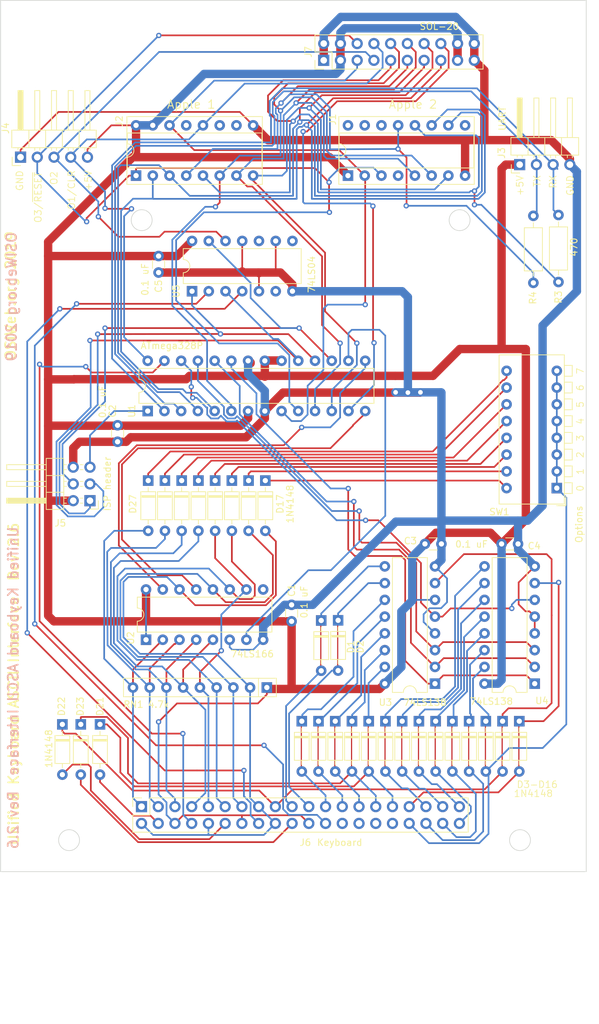
<source format=kicad_pcb>
(kicad_pcb (version 20171130) (host pcbnew "(5.1.5-0-10_14)")
  (title_block (title "Unified Retro Keyboard") (date 2020-04-25) (rev 2.6))
  (layers (0 F.Cu signal) (31 B.Cu signal) (34 B.Paste user) (35 F.Paste user) (36 B.SilkS user) (37 F.SilkS user) (38 B.Mask user) (39 F.Mask user) (44 Edge.Cuts user))
  (net 0 "")
  (net 1 GND)
  (net 2 +5V)
  (net 3 /Row3)
  (net 4 /Row0)
  (net 5 /Row1)
  (net 6 /Row4)
  (net 7 /Row5)
  (net 8 /Row7)
  (net 9 /D7)
  (net 10 /D1)
  (net 11 /D2)
  (net 12 /D3)
  (net 13 /D4)
  (net 14 /D5)
  (net 15 /D6)
  (net 16 /Col0)
  (net 17 /Col1)
  (net 18 /Col2)
  (net 19 /Col3)
  (net 20 /Col4)
  (net 21 /Col5)
  (net 22 /Col6)
  (net 23 /Col7)
  (net 24 /Row6)
  (net 25 /Row2)
  (net 26 /D0)
  (net 27 "Net-(U1-Pad25)")
  (net 28 "Net-(U1-Pad24)")
  (net 29 "Net-(U1-Pad23)")
  (net 30 /~STROBE)
  (net 31 "Net-(U1-Pad14)")
  (net 32 "Net-(U1-Pad26)")
  (net 33 "Net-(U1-Pad16)")
  (net 34 "Net-(U1-Pad15)")
  (net 35 /Row10)
  (net 36 /Row9)
  (net 37 /Row8)
  (net 38 /Row15)
  (net 39 /Row14)
  (net 40 /Row13)
  (net 41 /Row12)
  (net 42 /Row11)
  (net 43 /~RESET)
  (net 44 /Tx)
  (net 45 /Rx)
  (net 46 "Net-(D11-Pad1)")
  (net 47 "Net-(D12-Pad1)")
  (net 48 "Net-(D13-Pad1)")
  (net 49 "Net-(D14-Pad1)")
  (net 50 "Net-(D15-Pad1)")
  (net 51 "Net-(D16-Pad1)")
  (net 52 "Net-(D17-Pad1)")
  (net 53 "Net-(D18-Pad1)")
  (net 54 "Net-(D19-Pad1)")
  (net 55 "Net-(D20-Pad1)")
  (net 56 "Net-(D24-Pad1)")
  (net 57 "Net-(D25-Pad1)")
  (net 58 "Net-(D26-Pad1)")
  (net 59 "Net-(D3-Pad1)")
  (net 60 "Net-(D4-Pad1)")
  (net 61 "Net-(D5-Pad1)")
  (net 62 "Net-(D6-Pad1)")
  (net 63 "Net-(D7-Pad1)")
  (net 64 "Net-(D8-Pad1)")
  (net 65 "Net-(D9-Pad1)")
  (net 66 "Net-(D10-Pad1)")
  (net 67 "Net-(D1-Pad1)")
  (net 68 "Net-(D2-Pad1)")
  (net 69 "Net-(D21-Pad2)")
  (net 70 "Net-(D22-Pad2)")
  (net 71 "Net-(D23-Pad2)")
  (net 72 "Net-(D27-Pad1)")
  (net 73 "Net-(J1-Pad9)")
  (net 74 "Net-(J1-Pad4)")
  (net 75 "Net-(J1-Pad14)")
  (net 76 "Net-(J1-Pad15)")
  (net 77 "Net-(J1-Pad16)")
  (net 78 "Net-(J2-Pad10)")
  (net 79 "Net-(J2-Pad11)")
  (net 80 "Net-(J2-Pad13)")
  (net 81 "Net-(J6-Pad32)")
  (net 82 "Net-(J6-Pad30)")
  (net 83 "Net-(J6-Pad28)")
  (net 84 "Net-(J6-Pad26)")
  (net 85 "Net-(J6-Pad24)")
  (net 86 "Net-(J6-Pad16)")
  (net 87 "Net-(U2-Pad9)")
  (net 88 /LED1)
  (net 89 "Net-(U5-Pad6)")
  (net 90 "Net-(U5-Pad10)")
  (net 91 "Net-(U5-Pad8)")
  (net 92 /OUT1)
  (net 93 /OUT2)
  (net 94 /OUT3)
  (net 95 /MOSI-OUT2)
  (net 96 /SCK-LED2)
  (net 97 /MISO-LED3)
  (module unikbd:PinHeader_2x20_P2.54mm_Vertical (layer F.Cu) (at 185.397 175.5918 90)
    (fp_text reference J6 (at -2.8702 24.7015 180) (layer F.SilkS))
    (fp_text value Keyboard (at -2.8702 29.9085 180) (layer F.SilkS))
    (pad 40 thru_hole oval (at 0.0254 48.0822 90) (size 1.7 1.7) (drill 1) (layers *.Cu *.Mask) (net 42 /Row11))
    (pad 39 thru_hole oval (at 2.5654 48.0822 90) (size 1.7 1.7) (drill 1) (layers *.Cu *.Mask) (net 41 /Row12))
    (pad 38 thru_hole oval (at 0.0254 45.5422 90) (size 1.7 1.7) (drill 1) (layers *.Cu *.Mask) (net 35 /Row10))
    (pad 37 thru_hole oval (at 2.5654 45.5422 90) (size 1.7 1.7) (drill 1) (layers *.Cu *.Mask) (net 40 /Row13))
    (pad 36 thru_hole oval (at 0.0254 43.0022 90) (size 1.7 1.7) (drill 1) (layers *.Cu *.Mask) (net 36 /Row9))
    (pad 35 thru_hole oval (at 2.5654 43.0022 90) (size 1.7 1.7) (drill 1) (layers *.Cu *.Mask) (net 39 /Row14))
    (pad 34 thru_hole oval (at 0.0254 40.4622 90) (size 1.7 1.7) (drill 1) (layers *.Cu *.Mask) (net 37 /Row8))
    (pad 33 thru_hole oval (at 2.5654 40.4622 90) (size 1.7 1.7) (drill 1) (layers *.Cu *.Mask) (net 38 /Row15))
    (pad 32 thru_hole oval (at 0.0254 37.9222 90) (size 1.7 1.7) (drill 1) (layers *.Cu *.Mask) (net 81 "Net-(J6-Pad32)"))
    (pad 31 thru_hole oval (at 2.5654 37.9222 90) (size 1.7 1.7) (drill 1) (layers *.Cu *.Mask) (net 4 /Row0))
    (pad 30 thru_hole oval (at 0.0254 35.3822 90) (size 1.7 1.7) (drill 1) (layers *.Cu *.Mask) (net 82 "Net-(J6-Pad30)"))
    (pad 29 thru_hole oval (at 2.5654 35.3822 90) (size 1.7 1.7) (drill 1) (layers *.Cu *.Mask) (net 5 /Row1))
    (pad 28 thru_hole oval (at 0.0254 32.8422 90) (size 1.7 1.7) (drill 1) (layers *.Cu *.Mask) (net 83 "Net-(J6-Pad28)"))
    (pad 27 thru_hole oval (at 2.5654 32.8422 90) (size 1.7 1.7) (drill 1) (layers *.Cu *.Mask) (net 25 /Row2))
    (pad 26 thru_hole oval (at 0.0254 30.3022 90) (size 1.7 1.7) (drill 1) (layers *.Cu *.Mask) (net 84 "Net-(J6-Pad26)"))
    (pad 25 thru_hole oval (at 2.5654 30.3022 90) (size 1.7 1.7) (drill 1) (layers *.Cu *.Mask) (net 3 /Row3))
    (pad 24 thru_hole oval (at 0.0254 27.7622 90) (size 1.7 1.7) (drill 1) (layers *.Cu *.Mask) (net 85 "Net-(J6-Pad24)"))
    (pad 23 thru_hole oval (at 2.5654 27.7622 90) (size 1.7 1.7) (drill 1) (layers *.Cu *.Mask) (net 6 /Row4))
    (pad 22 thru_hole oval (at 0.0254 25.2222 90) (size 1.7 1.7) (drill 1) (layers *.Cu *.Mask) (net 2 +5V))
    (pad 21 thru_hole oval (at 2.5654 25.2222 90) (size 1.7 1.7) (drill 1) (layers *.Cu *.Mask) (net 7 /Row5))
    (pad 20 thru_hole oval (at 0.0254 22.6822 90) (size 1.7 1.7) (drill 1) (layers *.Cu *.Mask) (net 71 "Net-(D23-Pad2)"))
    (pad 19 thru_hole oval (at 2.5654 22.6822 90) (size 1.7 1.7) (drill 1) (layers *.Cu *.Mask) (net 24 /Row6))
    (pad 18 thru_hole oval (at 0.0254 20.1422 90) (size 1.7 1.7) (drill 1) (layers *.Cu *.Mask) (net 16 /Col0))
    (pad 17 thru_hole oval (at 2.5654 20.1422 90) (size 1.7 1.7) (drill 1) (layers *.Cu *.Mask) (net 8 /Row7))
    (pad 16 thru_hole oval (at 0.0254 17.6022 90) (size 1.7 1.7) (drill 1) (layers *.Cu *.Mask) (net 86 "Net-(J6-Pad16)"))
    (pad 15 thru_hole oval (at 2.5654 17.6022 90) (size 1.7 1.7) (drill 1) (layers *.Cu *.Mask) (net 16 /Col0))
    (pad 14 thru_hole oval (at 0.0254 15.0622 90) (size 1.7 1.7) (drill 1) (layers *.Cu *.Mask) (net 2 +5V))
    (pad 13 thru_hole oval (at 2.5654 15.0622 90) (size 1.7 1.7) (drill 1) (layers *.Cu *.Mask) (net 17 /Col1))
    (pad 12 thru_hole oval (at 0.0254 12.5222 90) (size 1.7 1.7) (drill 1) (layers *.Cu *.Mask) (net 70 "Net-(D22-Pad2)"))
    (pad 11 thru_hole oval (at 2.5654 12.5222 90) (size 1.7 1.7) (drill 1) (layers *.Cu *.Mask) (net 18 /Col2))
    (pad 10 thru_hole oval (at 0.0254 9.9822 90) (size 1.7 1.7) (drill 1) (layers *.Cu *.Mask) (net 16 /Col0))
    (pad 9 thru_hole oval (at 2.5654 9.9822 90) (size 1.7 1.7) (drill 1) (layers *.Cu *.Mask) (net 19 /Col3))
    (pad 8 thru_hole oval (at 0.0254 7.4422 90) (size 1.7 1.7) (drill 1) (layers *.Cu *.Mask) (net 88 /LED1))
    (pad 7 thru_hole oval (at 2.5654 7.4422 90) (size 1.7 1.7) (drill 1) (layers *.Cu *.Mask) (net 20 /Col4))
    (pad 6 thru_hole oval (at 0.0254 4.9022 90) (size 1.7 1.7) (drill 1) (layers *.Cu *.Mask) (net 2 +5V))
    (pad 5 thru_hole oval (at 2.5654 4.9022 90) (size 1.7 1.7) (drill 1) (layers *.Cu *.Mask) (net 21 /Col5))
    (pad 4 thru_hole oval (at 0.0254 2.3622 90) (size 1.7 1.7) (drill 1) (layers *.Cu *.Mask) (net 69 "Net-(D21-Pad2)"))
    (pad 3 thru_hole oval (at 2.5654 2.3622 90) (size 1.7 1.7) (drill 1) (layers *.Cu *.Mask) (net 22 /Col6))
    (pad 2 thru_hole oval (at 0.0254 -0.1778 90) (size 1.7 1.7) (drill 1) (layers *.Cu *.Mask) (net 16 /Col0))
    (pad 1 thru_hole rect (at 2.5654 -0.1778 90) (size 1.7 1.7) (drill 1) (layers *.Cu *.Mask) (net 23 /Col7))
  )
  (module unikbd:SOL20-header-vertical (layer F.Cu) (at 212.8798 59.8948 90)
    (fp_text reference J7 (at 1.27 -2.33 90) (layer F.SilkS))
    (fp_text value SOL-20 (at 5.1308 17.5514 180) (layer F.SilkS))
    (pad 20 thru_hole oval (at 2.54 22.86 90) (size 1.7 1.7) (drill 1) (layers *.Cu *.Mask) (net 1 GND))
    (pad 10 thru_hole oval (at 0 22.86 90) (size 1.7 1.7) (drill 1) (layers *.Cu *.Mask) (net 1 GND))
    (pad 19 thru_hole oval (at 2.54 20.32 90) (size 1.7 1.7) (drill 1) (layers *.Cu *.Mask) (net 2 +5V))
    (pad 9 thru_hole oval (at 0 20.32 90) (size 1.7 1.7) (drill 1) (layers *.Cu *.Mask) (net 2 +5V))
    (pad 18 thru_hole oval (at 2.54 17.78 90) (size 1.7 1.7) (drill 1) (layers *.Cu *.Mask) (net 9 /D7))
    (pad 8 thru_hole oval (at 0 17.78 90) (size 1.7 1.7) (drill 1) (layers *.Cu *.Mask) (net 12 /D3))
    (pad 17 thru_hole oval (at 2.54 15.24 90) (size 1.7 1.7) (drill 1) (layers *.Cu *.Mask) (net 15 /D6))
    (pad 7 thru_hole oval (at 0 15.24 90) (size 1.7 1.7) (drill 1) (layers *.Cu *.Mask) (net 11 /D2))
    (pad 16 thru_hole oval (at 2.54 12.7 90) (size 1.7 1.7) (drill 1) (layers *.Cu *.Mask) (net 14 /D5))
    (pad 6 thru_hole oval (at 0 12.7 90) (size 1.7 1.7) (drill 1) (layers *.Cu *.Mask) (net 10 /D1))
    (pad 15 thru_hole oval (at 2.54 10.16 90) (size 1.7 1.7) (drill 1) (layers *.Cu *.Mask) (net 13 /D4))
    (pad 5 thru_hole oval (at 0 10.16 90) (size 1.7 1.7) (drill 1) (layers *.Cu *.Mask) (net 26 /D0))
    (pad 14 thru_hole oval (at 2.54 7.62 90) (size 1.7 1.7) (drill 1) (layers *.Cu *.Mask) (net 92 /OUT1))
    (pad 4 thru_hole oval (at 0 7.62 90) (size 1.7 1.7) (drill 1) (layers *.Cu *.Mask) (net 93 /OUT2))
    (pad 13 thru_hole oval (at 2.54 5.08 90) (size 1.7 1.7) (drill 1) (layers *.Cu *.Mask) (net 94 /OUT3))
    (pad 3 thru_hole oval (at 0 5.08 90) (size 1.7 1.7) (drill 1) (layers *.Cu *.Mask) (net 30 /~STROBE))
    (pad 12 thru_hole oval (at 2.54 2.54 90) (size 1.7 1.7) (drill 1) (layers *.Cu *.Mask) (net 2 +5V))
    (pad 2 thru_hole oval (at 0 2.54 90) (size 1.7 1.7) (drill 1) (layers *.Cu *.Mask) (net 2 +5V))
    (pad 11 thru_hole oval (at 2.54 0 90) (size 1.7 1.7) (drill 1) (layers *.Cu *.Mask) (net 1 GND))
    (pad 1 thru_hole rect (at 0 0 90) (size 1.7 1.7) (drill 1) (layers *.Cu *.Mask) (net 1 GND))
  )
  (module Package_DIP:DIP-16_W7.62mm (layer F.Cu) (at 185.905 147.728 90)
    (fp_text reference U2 (at 0.254 -2.33 90) (layer F.SilkS))
    (fp_text value 74LS166 (at -2.159 16.129) (layer F.SilkS))
    (pad 16 thru_hole oval (at 7.62 0 90) (size 1.6 1.6) (drill 0.8) (layers *.Cu *.Mask) (net 2 +5V))
    (pad 8 thru_hole oval (at 0 17.78 90) (size 1.6 1.6) (drill 0.8) (layers *.Cu *.Mask) (net 1 GND))
    (pad 15 thru_hole oval (at 7.62 2.54 90) (size 1.6 1.6) (drill 0.8) (layers *.Cu *.Mask) (net 34 "Net-(U1-Pad15)"))
    (pad 7 thru_hole oval (at 0 15.24 90) (size 1.6 1.6) (drill 0.8) (layers *.Cu *.Mask) (net 33 "Net-(U1-Pad16)"))
    (pad 14 thru_hole oval (at 7.62 5.08 90) (size 1.6 1.6) (drill 0.8) (layers *.Cu *.Mask) (net 16 /Col0))
    (pad 6 thru_hole oval (at 0 12.7 90) (size 1.6 1.6) (drill 0.8) (layers *.Cu *.Mask) (net 1 GND))
    (pad 13 thru_hole oval (at 7.62 7.62 90) (size 1.6 1.6) (drill 0.8) (layers *.Cu *.Mask) (net 31 "Net-(U1-Pad14)"))
    (pad 5 thru_hole oval (at 0 10.16 90) (size 1.6 1.6) (drill 0.8) (layers *.Cu *.Mask) (net 20 /Col4))
    (pad 12 thru_hole oval (at 7.62 10.16 90) (size 1.6 1.6) (drill 0.8) (layers *.Cu *.Mask) (net 17 /Col1))
    (pad 4 thru_hole oval (at 0 7.62 90) (size 1.6 1.6) (drill 0.8) (layers *.Cu *.Mask) (net 21 /Col5))
    (pad 11 thru_hole oval (at 7.62 12.7 90) (size 1.6 1.6) (drill 0.8) (layers *.Cu *.Mask) (net 18 /Col2))
    (pad 3 thru_hole oval (at 0 5.08 90) (size 1.6 1.6) (drill 0.8) (layers *.Cu *.Mask) (net 22 /Col6))
    (pad 10 thru_hole oval (at 7.62 15.24 90) (size 1.6 1.6) (drill 0.8) (layers *.Cu *.Mask) (net 19 /Col3))
    (pad 2 thru_hole oval (at 0 2.54 90) (size 1.6 1.6) (drill 0.8) (layers *.Cu *.Mask) (net 23 /Col7))
    (pad 9 thru_hole oval (at 7.62 17.78 90) (size 1.6 1.6) (drill 0.8) (layers *.Cu *.Mask) (net 87 "Net-(U2-Pad9)"))
    (pad 1 thru_hole rect (at 0 0 90) (size 1.6 1.6) (drill 0.8) (layers *.Cu *.Mask) (net 2 +5V))
  )
  (module Package_DIP:DIP-14_W7.62mm (layer F.Cu) (at 192.89 94.896 90)
    (fp_text reference U5 (at 0 -2.413 90) (layer F.SilkS))
    (fp_text value 74LS04 (at 2.54 18.161 90) (layer F.SilkS))
    (pad 14 thru_hole oval (at 7.62 0 90) (size 1.6 1.6) (drill 0.8) (layers *.Cu *.Mask) (net 2 +5V))
    (pad 7 thru_hole oval (at 0 15.24 90) (size 1.6 1.6) (drill 0.8) (layers *.Cu *.Mask) (net 1 GND))
    (pad 13 thru_hole oval (at 7.62 2.54 90) (size 1.6 1.6) (drill 0.8) (layers *.Cu *.Mask) (net 95 /MOSI-OUT2))
    (pad 6 thru_hole oval (at 0 12.7 90) (size 1.6 1.6) (drill 0.8) (layers *.Cu *.Mask) (net 89 "Net-(U5-Pad6)"))
    (pad 12 thru_hole oval (at 7.62 5.08 90) (size 1.6 1.6) (drill 0.8) (layers *.Cu *.Mask) (net 93 /OUT2))
    (pad 5 thru_hole oval (at 0 10.16 90) (size 1.6 1.6) (drill 0.8) (layers *.Cu *.Mask) (net 1 GND))
    (pad 11 thru_hole oval (at 7.62 7.62 90) (size 1.6 1.6) (drill 0.8) (layers *.Cu *.Mask) (net 1 GND))
    (pad 4 thru_hole oval (at 0 7.62 90) (size 1.6 1.6) (drill 0.8) (layers *.Cu *.Mask) (net 86 "Net-(J6-Pad16)"))
    (pad 10 thru_hole oval (at 7.62 10.16 90) (size 1.6 1.6) (drill 0.8) (layers *.Cu *.Mask) (net 90 "Net-(U5-Pad10)"))
    (pad 3 thru_hole oval (at 0 5.08 90) (size 1.6 1.6) (drill 0.8) (layers *.Cu *.Mask) (net 96 /SCK-LED2))
    (pad 9 thru_hole oval (at 7.62 12.7 90) (size 1.6 1.6) (drill 0.8) (layers *.Cu *.Mask) (net 1 GND))
    (pad 2 thru_hole oval (at 0 2.54 90) (size 1.6 1.6) (drill 0.8) (layers *.Cu *.Mask) (net 85 "Net-(J6-Pad24)"))
    (pad 8 thru_hole oval (at 7.62 15.24 90) (size 1.6 1.6) (drill 0.8) (layers *.Cu *.Mask) (net 91 "Net-(U5-Pad8)"))
    (pad 1 thru_hole rect (at 0 0 90) (size 1.6 1.6) (drill 0.8) (layers *.Cu *.Mask) (net 97 /MISO-LED3))
  )
  (module Connector_PinHeader_2.54mm:PinHeader_1x05_P2.54mm_Horizontal (layer F.Cu) (at 166.855 74.576 90)
    (fp_text reference J4 (at 4.385 -2.27 90) (layer F.SilkS))
    (fp_text value Conn_01x05)
    (pad 5 thru_hole oval (at 0 10.16 90) (size 1.7 1.7) (drill 1) (layers *.Cu *.Mask) (net 2 +5V))
    (pad 4 thru_hole oval (at 0 7.62 90) (size 1.7 1.7) (drill 1) (layers *.Cu *.Mask) (net 92 /OUT1))
    (pad 3 thru_hole oval (at 0 5.08 90) (size 1.7 1.7) (drill 1) (layers *.Cu *.Mask) (net 93 /OUT2))
    (pad 2 thru_hole oval (at 0 2.54 90) (size 1.7 1.7) (drill 1) (layers *.Cu *.Mask) (net 94 /OUT3))
    (pad 1 thru_hole rect (at 0 0 90) (size 1.7 1.7) (drill 1) (layers *.Cu *.Mask) (net 1 GND))
  )
  (module Resistor_THT:R_Axial_DIN0207_L6.3mm_D2.5mm_P10.16mm_Horizontal (layer F.Cu) (at 244.706 93.626 90)
    (fp_text reference R4 (at -2.286 -0.0762 90) (layer F.SilkS))
    (fp_text value 470 hide)
    (pad 2 thru_hole oval (at 10.16 0 90) (size 1.6 1.6) (drill 0.8) (layers *.Cu *.Mask) (net 44 /Tx))
    (pad 1 thru_hole circle (at 0 0 90) (size 1.6 1.6) (drill 0.8) (layers *.Cu *.Mask) (net 10 /D1))
  )
  (module Capacitor_THT:C_Disc_D3.0mm_W1.6mm_P2.50mm (layer F.Cu) (at 187.81 89.562 270)
    (fp_text reference C5 (at 4.572 0 90) (layer F.SilkS))
    (fp_text value "0.1 uF" (at 3.556 2.05 90) (layer F.SilkS))
    (pad 2 thru_hole circle (at 2.5 0 270) (size 1.6 1.6) (drill 0.8) (layers *.Cu *.Mask) (net 1 GND))
    (pad 1 thru_hole circle (at 0 0 270) (size 1.6 1.6) (drill 0.8) (layers *.Cu *.Mask) (net 2 +5V))
  )
  (module unikbd:D_DO-35_SOD27_P7.62mm_Horizontal_bypassed (layer F.Cu) (at 222.25 160.0724 270)
    (fp_text reference D16 hide)
    (fp_text value 1N4148 hide)
    (fp_poly (pts (xy 7.239 0.127) (xy 0.381 0.127) (xy 0.381 0) (xy 7.239 0)) (layer F.Cu) (width 0.0508))
    (pad 1 thru_hole rect (at 0 0 270) (size 1.6 1.6) (drill 0.8) (layers *.Cu *.Mask) (net 51 "Net-(D16-Pad1)"))
    (pad 2 thru_hole oval (at 7.62 0 270) (size 1.6 1.6) (drill 0.8) (layers *.Cu *.Mask) (net 39 /Row14))
  )
  (module unikbd:D_DO-35_SOD27_P7.62mm_Horizontal_bypassed (layer F.Cu) (at 227.33 160.0724 270)
    (fp_text reference D15 hide)
    (fp_text value 1N4148)
    (fp_poly (pts (xy 7.239 0.127) (xy 0.381 0.127) (xy 0.381 0) (xy 7.239 0)) (layer F.Cu) (width 0.0508))
    (pad 1 thru_hole rect (at 0 0 270) (size 1.6 1.6) (drill 0.8) (layers *.Cu *.Mask) (net 50 "Net-(D15-Pad1)"))
    (pad 2 thru_hole oval (at 7.62 0 270) (size 1.6 1.6) (drill 0.8) (layers *.Cu *.Mask) (net 41 /Row12))
  )
  (module unikbd:D_DO-35_SOD27_P7.62mm_Horizontal_bypassed (layer F.Cu) (at 232.41 160.0724 270)
    (fp_text reference D14 hide)
    (fp_text value 1N4148)
    (fp_poly (pts (xy 7.239 0.127) (xy 0.381 0.127) (xy 0.381 0) (xy 7.239 0)) (layer F.Cu) (width 0.0508))
    (pad 1 thru_hole rect (at 0 0 270) (size 1.6 1.6) (drill 0.8) (layers *.Cu *.Mask) (net 49 "Net-(D14-Pad1)"))
    (pad 2 thru_hole oval (at 7.62 0 270) (size 1.6 1.6) (drill 0.8) (layers *.Cu *.Mask) (net 35 /Row10))
  )
  (module unikbd:D_DO-35_SOD27_P7.62mm_Horizontal_bypassed (layer F.Cu) (at 237.49 160.0724 270)
    (fp_text reference D13 hide)
    (fp_text value 1N4148)
    (fp_poly (pts (xy 7.239 0.127) (xy 0.381 0.127) (xy 0.381 0) (xy 7.239 0)) (layer F.Cu) (width 0.0508))
    (pad 1 thru_hole rect (at 0 0 270) (size 1.6 1.6) (drill 0.8) (layers *.Cu *.Mask) (net 48 "Net-(D13-Pad1)"))
    (pad 2 thru_hole oval (at 7.62 0 270) (size 1.6 1.6) (drill 0.8) (layers *.Cu *.Mask) (net 37 /Row8))
  )
  (module unikbd:D_DO-35_SOD27_P7.62mm_Horizontal_bypassed (layer F.Cu) (at 242.57 160.0724 270)
    (fp_text reference D8 hide)
    (fp_text value 1N4148 hide)
    (fp_poly (pts (xy 7.239 0.127) (xy 0.381 0.127) (xy 0.381 0) (xy 7.239 0)) (layer F.Cu) (width 0.0508))
    (pad 1 thru_hole rect (at 0 0 270) (size 1.6 1.6) (drill 0.8) (layers *.Cu *.Mask) (net 64 "Net-(D8-Pad1)"))
    (pad 2 thru_hole oval (at 7.62 0 270) (size 1.6 1.6) (drill 0.8) (layers *.Cu *.Mask) (net 38 /Row15))
  )
  (module unikbd:D_DO-35_SOD27_P7.62mm_Horizontal_bypassed (layer F.Cu) (at 224.79 160.0724 270)
    (fp_text reference D7 hide)
    (fp_text value 1N4148)
    (fp_poly (pts (xy 7.239 0.127) (xy 0.381 0.127) (xy 0.381 0) (xy 7.239 0)) (layer F.Cu) (width 0.0508))
    (pad 1 thru_hole rect (at 0 0 270) (size 1.6 1.6) (drill 0.8) (layers *.Cu *.Mask) (net 63 "Net-(D7-Pad1)"))
    (pad 2 thru_hole oval (at 7.62 0 270) (size 1.6 1.6) (drill 0.8) (layers *.Cu *.Mask) (net 40 /Row13))
  )
  (module unikbd:D_DO-35_SOD27_P7.62mm_Horizontal_bypassed (layer F.Cu) (at 229.87 160.0724 270)
    (fp_text reference D6 hide)
    (fp_text value 1N4148)
    (fp_poly (pts (xy 7.239 0.127) (xy 0.381 0.127) (xy 0.381 0) (xy 7.239 0)) (layer F.Cu) (width 0.0508))
    (pad 1 thru_hole rect (at 0 0 270) (size 1.6 1.6) (drill 0.8) (layers *.Cu *.Mask) (net 62 "Net-(D6-Pad1)"))
    (pad 2 thru_hole oval (at 7.62 0 270) (size 1.6 1.6) (drill 0.8) (layers *.Cu *.Mask) (net 42 /Row11))
  )
  (module unikbd:D_DO-35_SOD27_P7.62mm_Horizontal_bypassed (layer F.Cu) (at 234.95 160.0724 270)
    (fp_text reference D5 hide)
    (fp_text value 1N4148)
    (fp_poly (pts (xy 7.239 0.127) (xy 0.381 0.127) (xy 0.381 0) (xy 7.239 0)) (layer F.Cu) (width 0.0508))
    (pad 1 thru_hole rect (at 0 0 270) (size 1.6 1.6) (drill 0.8) (layers *.Cu *.Mask) (net 61 "Net-(D5-Pad1)"))
    (pad 2 thru_hole oval (at 7.62 0 270) (size 1.6 1.6) (drill 0.8) (layers *.Cu *.Mask) (net 36 /Row9))
  )
  (module unikbd:D_DO-35_SOD27_P7.62mm_Horizontal_bypassed (layer F.Cu) (at 212.4988 144.807 270)
    (fp_text reference D1 (at 3.9878 -4.4958 90) (layer F.SilkS))
    (fp_text value 1N4148)
    (fp_poly (pts (xy 7.239 0.127) (xy 0.381 0.127) (xy 0.381 0) (xy 7.239 0)) (layer F.Cu) (width 0.0508))
    (pad 1 thru_hole rect (at 0 0 270) (size 1.6 1.6) (drill 0.8) (layers *.Cu *.Mask) (net 67 "Net-(D1-Pad1)"))
    (pad 2 thru_hole oval (at 7.62 0 270) (size 1.6 1.6) (drill 0.8) (layers *.Cu *.Mask) (net 24 /Row6))
  )
  (module unikbd:D_DO-35_SOD27_P7.62mm_Horizontal_bypassed (layer F.Cu) (at 209.55 160.0724 270)
    (fp_text reference D11 hide)
    (fp_text value 1N4148)
    (fp_poly (pts (xy 7.239 0.127) (xy 0.381 0.127) (xy 0.381 0) (xy 7.239 0)) (layer F.Cu) (width 0.0508))
    (pad 1 thru_hole rect (at 0 0 270) (size 1.6 1.6) (drill 0.8) (layers *.Cu *.Mask) (net 46 "Net-(D11-Pad1)"))
    (pad 2 thru_hole oval (at 7.62 0 270) (size 1.6 1.6) (drill 0.8) (layers *.Cu *.Mask) (net 6 /Row4))
  )
  (module unikbd:D_DO-35_SOD27_P7.62mm_Horizontal_bypassed (layer F.Cu) (at 214.63 160.0724 270)
    (fp_text reference D10 hide)
    (fp_text value 1N4148)
    (fp_poly (pts (xy 7.239 0.127) (xy 0.381 0.127) (xy 0.381 0) (xy 7.239 0)) (layer F.Cu) (width 0.0508))
    (pad 1 thru_hole rect (at 0 0 270) (size 1.6 1.6) (drill 0.8) (layers *.Cu *.Mask) (net 66 "Net-(D10-Pad1)"))
    (pad 2 thru_hole oval (at 7.62 0 270) (size 1.6 1.6) (drill 0.8) (layers *.Cu *.Mask) (net 25 /Row2))
  )
  (module unikbd:D_DO-35_SOD27_P7.62mm_Horizontal_bypassed (layer F.Cu) (at 219.71 160.0724 270)
    (fp_text reference D9 hide)
    (fp_text value 1N4148)
    (fp_poly (pts (xy 7.239 0.127) (xy 0.381 0.127) (xy 0.381 0) (xy 7.239 0)) (layer F.Cu) (width 0.0508))
    (pad 1 thru_hole rect (at 0 0 270) (size 1.6 1.6) (drill 0.8) (layers *.Cu *.Mask) (net 65 "Net-(D9-Pad1)"))
    (pad 2 thru_hole oval (at 7.62 0 270) (size 1.6 1.6) (drill 0.8) (layers *.Cu *.Mask) (net 4 /Row0))
  )
  (module unikbd:D_DO-35_SOD27_P7.62mm_Horizontal_bypassed (layer F.Cu) (at 240.03 160.0724 270)
    (fp_text reference D4 hide)
    (fp_text value 1N4148)
    (fp_poly (pts (xy 7.239 0.127) (xy 0.381 0.127) (xy 0.381 0) (xy 7.239 0)) (layer F.Cu) (width 0.0508))
    (pad 1 thru_hole rect (at 0 0 270) (size 1.6 1.6) (drill 0.8) (layers *.Cu *.Mask) (net 60 "Net-(D4-Pad1)"))
    (pad 2 thru_hole oval (at 7.62 0 270) (size 1.6 1.6) (drill 0.8) (layers *.Cu *.Mask) (net 8 /Row7))
  )
  (module unikbd:D_DO-35_SOD27_P7.62mm_Horizontal_bypassed (layer F.Cu) (at 215.0642 144.7816 270)
    (fp_text reference D2 (at 4.0132 -3.3528 90) (layer F.SilkS))
    (fp_text value 1N4148)
    (fp_poly (pts (xy 7.239 0.127) (xy 0.381 0.127) (xy 0.381 0) (xy 7.239 0)) (layer F.Cu) (width 0.0508))
    (pad 1 thru_hole rect (at 0 0 270) (size 1.6 1.6) (drill 0.8) (layers *.Cu *.Mask) (net 68 "Net-(D2-Pad1)"))
    (pad 2 thru_hole oval (at 7.62 0 270) (size 1.6 1.6) (drill 0.8) (layers *.Cu *.Mask) (net 7 /Row5))
  )
  (module unikbd:D_DO-35_SOD27_P7.62mm_Horizontal_bypassed (layer F.Cu) (at 212.09 160.0724 270)
    (fp_text reference D3 hide)
    (fp_text value 1N4148)
    (fp_poly (pts (xy 7.239 0.127) (xy 0.381 0.127) (xy 0.381 0) (xy 7.239 0)) (layer F.Cu) (width 0.0508))
    (pad 1 thru_hole rect (at 0 0 270) (size 1.6 1.6) (drill 0.8) (layers *.Cu *.Mask) (net 59 "Net-(D3-Pad1)"))
    (pad 2 thru_hole oval (at 7.62 0 270) (size 1.6 1.6) (drill 0.8) (layers *.Cu *.Mask) (net 3 /Row3))
  )
  (module unikbd:D_DO-35_SOD27_P7.62mm_Horizontal_bypassed (layer F.Cu) (at 217.17 160.0724 270)
    (fp_text reference D12 hide)
    (fp_text value 1N4148)
    (fp_poly (pts (xy 7.239 0.127) (xy 0.381 0.127) (xy 0.381 0) (xy 7.239 0)) (layer F.Cu) (width 0.0508))
    (pad 1 thru_hole rect (at 0 0 270) (size 1.6 1.6) (drill 0.8) (layers *.Cu *.Mask) (net 47 "Net-(D12-Pad1)"))
    (pad 2 thru_hole oval (at 7.62 0 270) (size 1.6 1.6) (drill 0.8) (layers *.Cu *.Mask) (net 5 /Row1))
  )
  (module Diode_THT:D_DO-35_SOD27_P7.62mm_Horizontal (layer F.Cu) (at 175.999 160.555 270)
    (fp_text reference D23 (at -2.7305 0.0762 90) (layer F.SilkS))
    (fp_text value 1N4148)
    (pad 2 thru_hole oval (at 7.62 0 270) (size 1.6 1.6) (drill 0.8) (layers *.Cu *.Mask) (net 71 "Net-(D23-Pad2)"))
    (pad 1 thru_hole rect (at 0 0 270) (size 1.6 1.6) (drill 0.8) (layers *.Cu *.Mask) (net 5 /Row1))
  )
  (module Connector_PinHeader_2.54mm:PinHeader_1x04_P2.54mm_Horizontal (layer F.Cu) (at 242.62828 75.70376 90)
    (fp_text reference J3 (at 1.76276 -2.74828 90) (layer F.SilkS))
    (fp_text value UART (at 6.96976 -2.62128 90) (layer F.SilkS))
    (pad 4 thru_hole oval (at 0 7.62 90) (size 1.7 1.7) (drill 1) (layers *.Cu *.Mask) (net 1 GND))
    (pad 3 thru_hole oval (at 0 5.08 90) (size 1.7 1.7) (drill 1) (layers *.Cu *.Mask) (net 45 /Rx))
    (pad 2 thru_hole oval (at 0 2.54 90) (size 1.7 1.7) (drill 1) (layers *.Cu *.Mask) (net 44 /Tx))
    (pad 1 thru_hole rect (at 0 0 90) (size 1.7 1.7) (drill 1) (layers *.Cu *.Mask) (net 2 +5V))
  )
  (module Button_Switch_THT:SW_DIP_SPSTx08_Piano_CTS_Series194-8MSTN_W7.62mm_P2.54mm (layer F.Cu) (at 248.262 124.741 180)
    (fp_text reference SW1 (at 8.7122 -3.6068) (layer F.SilkS))
    (fp_text value Options (at -3.3782 -5.4864 90) (layer F.SilkS))
    (pad 1 thru_hole rect (at 0 0 180) (size 1.6 1.6) (drill 0.8) (layers *.Cu *.Mask) (net 37 /Row8))
    (pad 9 thru_hole oval (at 7.62 17.78 180) (size 1.6 1.6) (drill 0.8) (layers *.Cu *.Mask) (net 72 "Net-(D27-Pad1)"))
    (pad 2 thru_hole oval (at 0 2.54 180) (size 1.6 1.6) (drill 0.8) (layers *.Cu *.Mask) (net 37 /Row8))
    (pad 10 thru_hole oval (at 7.62 15.24 180) (size 1.6 1.6) (drill 0.8) (layers *.Cu *.Mask) (net 55 "Net-(D20-Pad1)"))
    (pad 3 thru_hole oval (at 0 5.08 180) (size 1.6 1.6) (drill 0.8) (layers *.Cu *.Mask) (net 37 /Row8))
    (pad 11 thru_hole oval (at 7.62 12.7 180) (size 1.6 1.6) (drill 0.8) (layers *.Cu *.Mask) (net 58 "Net-(D26-Pad1)"))
    (pad 4 thru_hole oval (at 0 7.62 180) (size 1.6 1.6) (drill 0.8) (layers *.Cu *.Mask) (net 37 /Row8))
    (pad 12 thru_hole oval (at 7.62 10.16 180) (size 1.6 1.6) (drill 0.8) (layers *.Cu *.Mask) (net 54 "Net-(D19-Pad1)"))
    (pad 5 thru_hole oval (at 0 10.16 180) (size 1.6 1.6) (drill 0.8) (layers *.Cu *.Mask) (net 37 /Row8))
    (pad 13 thru_hole oval (at 7.62 7.62 180) (size 1.6 1.6) (drill 0.8) (layers *.Cu *.Mask) (net 57 "Net-(D25-Pad1)"))
    (pad 6 thru_hole oval (at 0 12.7 180) (size 1.6 1.6) (drill 0.8) (layers *.Cu *.Mask) (net 37 /Row8))
    (pad 14 thru_hole oval (at 7.62 5.08 180) (size 1.6 1.6) (drill 0.8) (layers *.Cu *.Mask) (net 53 "Net-(D18-Pad1)"))
    (pad 7 thru_hole oval (at 0 15.24 180) (size 1.6 1.6) (drill 0.8) (layers *.Cu *.Mask) (net 37 /Row8))
    (pad 15 thru_hole oval (at 7.62 2.54 180) (size 1.6 1.6) (drill 0.8) (layers *.Cu *.Mask) (net 56 "Net-(D24-Pad1)"))
    (pad 8 thru_hole oval (at 0 17.78 180) (size 1.6 1.6) (drill 0.8) (layers *.Cu *.Mask) (net 37 /Row8))
    (pad 16 thru_hole oval (at 7.62 0 180) (size 1.6 1.6) (drill 0.8) (layers *.Cu *.Mask) (net 52 "Net-(D17-Pad1)"))
  )
  (module Diode_THT:D_DO-35_SOD27_P7.62mm_Horizontal (layer F.Cu) (at 186.2352 123.598 270)
    (fp_text reference D27 (at 3.556 2.3368 90) (layer F.SilkS))
    (fp_text value 1N4148 hide)
    (pad 2 thru_hole oval (at 7.62 0 270) (size 1.6 1.6) (drill 0.8) (layers *.Cu *.Mask) (net 23 /Col7))
    (pad 1 thru_hole rect (at 0 0 270) (size 1.6 1.6) (drill 0.8) (layers *.Cu *.Mask) (net 72 "Net-(D27-Pad1)"))
  )
  (module Diode_THT:D_DO-35_SOD27_P7.62mm_Horizontal (layer F.Cu) (at 191.3152 123.598 270)
    (fp_text reference D26)
    (fp_text value 1N4148 hide)
    (pad 2 thru_hole oval (at 7.62 0 270) (size 1.6 1.6) (drill 0.8) (layers *.Cu *.Mask) (net 21 /Col5))
    (pad 1 thru_hole rect (at 0 0 270) (size 1.6 1.6) (drill 0.8) (layers *.Cu *.Mask) (net 58 "Net-(D26-Pad1)"))
  )
  (module Diode_THT:D_DO-35_SOD27_P7.62mm_Horizontal (layer F.Cu) (at 196.3952 123.598 270)
    (fp_text reference D25 hide)
    (fp_text value 1N4148 hide)
    (pad 2 thru_hole oval (at 7.62 0 270) (size 1.6 1.6) (drill 0.8) (layers *.Cu *.Mask) (net 19 /Col3))
    (pad 1 thru_hole rect (at 0 0 270) (size 1.6 1.6) (drill 0.8) (layers *.Cu *.Mask) (net 57 "Net-(D25-Pad1)"))
  )
  (module Diode_THT:D_DO-35_SOD27_P7.62mm_Horizontal (layer F.Cu) (at 201.4752 123.598 270)
    (fp_text reference D24 hide)
    (fp_text value 1N4148 hide)
    (pad 2 thru_hole oval (at 7.62 0 270) (size 1.6 1.6) (drill 0.8) (layers *.Cu *.Mask) (net 17 /Col1))
    (pad 1 thru_hole rect (at 0 0 270) (size 1.6 1.6) (drill 0.8) (layers *.Cu *.Mask) (net 56 "Net-(D24-Pad1)"))
  )
  (module Diode_THT:D_DO-35_SOD27_P7.62mm_Horizontal (layer F.Cu) (at 188.7752 123.598 270)
    (fp_text reference D20 hide)
    (fp_text value 1N4148 hide)
    (pad 2 thru_hole oval (at 7.62 0 270) (size 1.6 1.6) (drill 0.8) (layers *.Cu *.Mask) (net 22 /Col6))
    (pad 1 thru_hole rect (at 0 0 270) (size 1.6 1.6) (drill 0.8) (layers *.Cu *.Mask) (net 55 "Net-(D20-Pad1)"))
  )
  (module Diode_THT:D_DO-35_SOD27_P7.62mm_Horizontal (layer F.Cu) (at 193.8552 123.598 270)
    (fp_text reference D19 hide)
    (fp_text value 1N4148 hide)
    (pad 2 thru_hole oval (at 7.62 0 270) (size 1.6 1.6) (drill 0.8) (layers *.Cu *.Mask) (net 20 /Col4))
    (pad 1 thru_hole rect (at 0 0 270) (size 1.6 1.6) (drill 0.8) (layers *.Cu *.Mask) (net 54 "Net-(D19-Pad1)"))
  )
  (module Diode_THT:D_DO-35_SOD27_P7.62mm_Horizontal (layer F.Cu) (at 198.9352 123.598 270)
    (fp_text reference D18 hide)
    (fp_text value 1N4148 hide)
    (pad 2 thru_hole oval (at 7.62 0 270) (size 1.6 1.6) (drill 0.8) (layers *.Cu *.Mask) (net 18 /Col2))
    (pad 1 thru_hole rect (at 0 0 270) (size 1.6 1.6) (drill 0.8) (layers *.Cu *.Mask) (net 53 "Net-(D18-Pad1)"))
  )
  (module Diode_THT:D_DO-35_SOD27_P7.62mm_Horizontal (layer F.Cu) (at 204.0152 123.598 270)
    (fp_text reference D17 (at 3.556001 -2.2352 90) (layer F.SilkS))
    (fp_text value 1N4148 (at 3.556 -3.7592 90) (layer F.SilkS))
    (pad 2 thru_hole oval (at 7.62 0 270) (size 1.6 1.6) (drill 0.8) (layers *.Cu *.Mask) (net 16 /Col0))
    (pad 1 thru_hole rect (at 0 0 270) (size 1.6 1.6) (drill 0.8) (layers *.Cu *.Mask) (net 52 "Net-(D17-Pad1)"))
  )
  (module Connector_PinHeader_2.54mm:PinHeader_2x03_P2.54mm_Horizontal (layer F.Cu) (at 177.396 126.646 180)
    (fp_text reference J5 (at 4.4958 -3.4036) (layer F.SilkS))
    (fp_text value "ISP header" (at -2.6416 2.54 90) (layer F.SilkS))
    (pad 6 thru_hole oval (at 2.54 5.08 180) (size 1.7 1.7) (drill 1) (layers *.Cu *.Mask) (net 1 GND))
    (pad 5 thru_hole oval (at 0 5.08 180) (size 1.7 1.7) (drill 1) (layers *.Cu *.Mask) (net 43 /~RESET))
    (pad 4 thru_hole oval (at 2.54 2.54 180) (size 1.7 1.7) (drill 1) (layers *.Cu *.Mask) (net 95 /MOSI-OUT2))
    (pad 3 thru_hole oval (at 0 2.54 180) (size 1.7 1.7) (drill 1) (layers *.Cu *.Mask) (net 96 /SCK-LED2))
    (pad 2 thru_hole oval (at 2.54 0 180) (size 1.7 1.7) (drill 1) (layers *.Cu *.Mask) (net 2 +5V))
    (pad 1 thru_hole rect (at 0 0 180) (size 1.7 1.7) (drill 1) (layers *.Cu *.Mask) (net 97 /MISO-LED3))
  )
  (module Capacitor_THT:C_Disc_D3.0mm_W1.6mm_P2.50mm (layer F.Cu) (at 228.2468 133.1992)
    (fp_text reference C3 (at -2.2098 -0.4572) (layer F.SilkS))
    (fp_text value "0.1 uF" (at 7.0612 0.0508) (layer F.SilkS))
    (pad 2 thru_hole circle (at 2.5 0) (size 1.6 1.6) (drill 0.8) (layers *.Cu *.Mask) (net 1 GND))
    (pad 1 thru_hole circle (at 0 0) (size 1.6 1.6) (drill 0.8) (layers *.Cu *.Mask) (net 2 +5V))
  )
  (module Capacitor_THT:C_Disc_D3.0mm_W1.6mm_P2.50mm (layer F.Cu) (at 239.88 133.1992)
    (fp_text reference C4 (at 4.953 0.3048) (layer F.SilkS))
    (fp_text value "0.1 uF" hide)
    (pad 2 thru_hole circle (at 2.5 0) (size 1.6 1.6) (drill 0.8) (layers *.Cu *.Mask) (net 1 GND))
    (pad 1 thru_hole circle (at 0 0) (size 1.6 1.6) (drill 0.8) (layers *.Cu *.Mask) (net 2 +5V))
  )
  (module Capacitor_THT:C_Disc_D3.0mm_W1.6mm_P2.50mm (layer F.Cu) (at 181.587 115.216 270)
    (fp_text reference C2 (at -2.159 0.762 90) (layer F.SilkS))
    (fp_text value "0.1 uF" (at -3.556 2.286 90) (layer F.SilkS))
    (pad 2 thru_hole circle (at 2.5 0 270) (size 1.6 1.6) (drill 0.8) (layers *.Cu *.Mask) (net 1 GND))
    (pad 1 thru_hole circle (at 0 0 270) (size 1.6 1.6) (drill 0.8) (layers *.Cu *.Mask) (net 2 +5V))
  )
  (module Capacitor_THT:C_Disc_D3.0mm_W1.6mm_P2.50mm (layer F.Cu) (at 208.003 144.934 90)
    (fp_text reference C1 (at 4.699 0 90) (layer F.SilkS))
    (fp_text value "0.1 uF" (at 2.921 1.905 90) (layer F.SilkS))
    (pad 2 thru_hole circle (at 2.5 0 90) (size 1.6 1.6) (drill 0.8) (layers *.Cu *.Mask) (net 1 GND))
    (pad 1 thru_hole circle (at 0 0 90) (size 1.6 1.6) (drill 0.8) (layers *.Cu *.Mask) (net 2 +5V))
  )
  (module Package_DIP:DIP-16_W7.62mm (layer F.Cu) (at 244.9092 154.3828 180)
    (fp_text reference U4 (at -1.0922 -2.5908) (layer F.SilkS))
    (fp_text value 74LS138 (at 6.5786 -2.6924) (layer F.SilkS))
    (pad 16 thru_hole oval (at 7.62 0 180) (size 1.6 1.6) (drill 0.8) (layers *.Cu *.Mask) (net 2 +5V))
    (pad 8 thru_hole oval (at 0 17.78 180) (size 1.6 1.6) (drill 0.8) (layers *.Cu *.Mask) (net 1 GND))
    (pad 15 thru_hole oval (at 7.62 2.54 180) (size 1.6 1.6) (drill 0.8) (layers *.Cu *.Mask) (net 48 "Net-(D13-Pad1)"))
    (pad 7 thru_hole oval (at 0 15.24 180) (size 1.6 1.6) (drill 0.8) (layers *.Cu *.Mask) (net 64 "Net-(D8-Pad1)"))
    (pad 14 thru_hole oval (at 7.62 5.08 180) (size 1.6 1.6) (drill 0.8) (layers *.Cu *.Mask) (net 61 "Net-(D5-Pad1)"))
    (pad 6 thru_hole oval (at 0 12.7 180) (size 1.6 1.6) (drill 0.8) (layers *.Cu *.Mask) (net 32 "Net-(U1-Pad26)"))
    (pad 13 thru_hole oval (at 7.62 7.62 180) (size 1.6 1.6) (drill 0.8) (layers *.Cu *.Mask) (net 49 "Net-(D14-Pad1)"))
    (pad 5 thru_hole oval (at 0 10.16 180) (size 1.6 1.6) (drill 0.8) (layers *.Cu *.Mask) (net 1 GND))
    (pad 12 thru_hole oval (at 7.62 10.16 180) (size 1.6 1.6) (drill 0.8) (layers *.Cu *.Mask) (net 62 "Net-(D6-Pad1)"))
    (pad 4 thru_hole oval (at 0 7.62 180) (size 1.6 1.6) (drill 0.8) (layers *.Cu *.Mask) (net 1 GND))
    (pad 11 thru_hole oval (at 7.62 12.7 180) (size 1.6 1.6) (drill 0.8) (layers *.Cu *.Mask) (net 50 "Net-(D15-Pad1)"))
    (pad 3 thru_hole oval (at 0 5.08 180) (size 1.6 1.6) (drill 0.8) (layers *.Cu *.Mask) (net 27 "Net-(U1-Pad25)"))
    (pad 10 thru_hole oval (at 7.62 15.24 180) (size 1.6 1.6) (drill 0.8) (layers *.Cu *.Mask) (net 63 "Net-(D7-Pad1)"))
    (pad 2 thru_hole oval (at 0 2.54 180) (size 1.6 1.6) (drill 0.8) (layers *.Cu *.Mask) (net 28 "Net-(U1-Pad24)"))
    (pad 9 thru_hole oval (at 7.62 17.78 180) (size 1.6 1.6) (drill 0.8) (layers *.Cu *.Mask) (net 51 "Net-(D16-Pad1)"))
    (pad 1 thru_hole rect (at 0 0 180) (size 1.6 1.6) (drill 0.8) (layers *.Cu *.Mask) (net 29 "Net-(U1-Pad23)"))
  )
  (module Package_DIP:DIP-16_W7.62mm (layer F.Cu) (at 229.7708 154.3828 180)
    (fp_text reference U3 (at 7.5184 -2.8448) (layer F.SilkS))
    (fp_text value 74LS138 (at 1.524 -2.8448) (layer F.SilkS))
    (pad 16 thru_hole oval (at 7.62 0 180) (size 1.6 1.6) (drill 0.8) (layers *.Cu *.Mask) (net 2 +5V))
    (pad 8 thru_hole oval (at 0 17.78 180) (size 1.6 1.6) (drill 0.8) (layers *.Cu *.Mask) (net 1 GND))
    (pad 15 thru_hole oval (at 7.62 2.54 180) (size 1.6 1.6) (drill 0.8) (layers *.Cu *.Mask) (net 65 "Net-(D9-Pad1)"))
    (pad 7 thru_hole oval (at 0 15.24 180) (size 1.6 1.6) (drill 0.8) (layers *.Cu *.Mask) (net 60 "Net-(D4-Pad1)"))
    (pad 14 thru_hole oval (at 7.62 5.08 180) (size 1.6 1.6) (drill 0.8) (layers *.Cu *.Mask) (net 47 "Net-(D12-Pad1)"))
    (pad 6 thru_hole oval (at 0 12.7 180) (size 1.6 1.6) (drill 0.8) (layers *.Cu *.Mask) (net 2 +5V))
    (pad 13 thru_hole oval (at 7.62 7.62 180) (size 1.6 1.6) (drill 0.8) (layers *.Cu *.Mask) (net 66 "Net-(D10-Pad1)"))
    (pad 5 thru_hole oval (at 0 10.16 180) (size 1.6 1.6) (drill 0.8) (layers *.Cu *.Mask) (net 32 "Net-(U1-Pad26)"))
    (pad 12 thru_hole oval (at 7.62 10.16 180) (size 1.6 1.6) (drill 0.8) (layers *.Cu *.Mask) (net 59 "Net-(D3-Pad1)"))
    (pad 4 thru_hole oval (at 0 7.62 180) (size 1.6 1.6) (drill 0.8) (layers *.Cu *.Mask) (net 1 GND))
    (pad 11 thru_hole oval (at 7.62 12.7 180) (size 1.6 1.6) (drill 0.8) (layers *.Cu *.Mask) (net 46 "Net-(D11-Pad1)"))
    (pad 3 thru_hole oval (at 0 5.08 180) (size 1.6 1.6) (drill 0.8) (layers *.Cu *.Mask) (net 27 "Net-(U1-Pad25)"))
    (pad 10 thru_hole oval (at 7.62 15.24 180) (size 1.6 1.6) (drill 0.8) (layers *.Cu *.Mask) (net 68 "Net-(D2-Pad1)"))
    (pad 2 thru_hole oval (at 0 2.54 180) (size 1.6 1.6) (drill 0.8) (layers *.Cu *.Mask) (net 28 "Net-(U1-Pad24)"))
    (pad 9 thru_hole oval (at 7.62 17.78 180) (size 1.6 1.6) (drill 0.8) (layers *.Cu *.Mask) (net 67 "Net-(D1-Pad1)"))
    (pad 1 thru_hole rect (at 0 0 180) (size 1.6 1.6) (drill 0.8) (layers *.Cu *.Mask) (net 29 "Net-(U1-Pad23)"))
  )
  (module Resistor_THT:R_Axial_DIN0207_L6.3mm_D2.5mm_P10.16mm_Horizontal (layer F.Cu) (at 248.516 93.499 90)
    (fp_text reference R3 (at -2.286 0 90) (layer F.SilkS))
    (fp_text value 470 (at 5.2832 2.3622 90) (layer F.SilkS))
    (pad 2 thru_hole oval (at 10.16 0 90) (size 1.6 1.6) (drill 0.8) (layers *.Cu *.Mask) (net 45 /Rx))
    (pad 1 thru_hole circle (at 0 0 90) (size 1.6 1.6) (drill 0.8) (layers *.Cu *.Mask) (net 26 /D0))
  )
  (module Package_DIP:DIP-28_W7.62mm (layer F.Cu) (at 186.159 113.057 90)
    (fp_text reference U1 (at 0 -2.413 90) (layer F.SilkS))
    (fp_text value ATmega328P (at 9.906 3.683 180) (layer F.SilkS))
    (pad 28 thru_hole oval (at 7.62 0 90) (size 1.6 1.6) (drill 0.8) (layers *.Cu *.Mask) (net 92 /OUT1))
    (pad 14 thru_hole oval (at 0 33.02 90) (size 1.6 1.6) (drill 0.8) (layers *.Cu *.Mask) (net 31 "Net-(U1-Pad14)"))
    (pad 27 thru_hole oval (at 7.62 2.54 90) (size 1.6 1.6) (drill 0.8) (layers *.Cu *.Mask) (net 88 /LED1))
    (pad 13 thru_hole oval (at 0 30.48 90) (size 1.6 1.6) (drill 0.8) (layers *.Cu *.Mask) (net 9 /D7))
    (pad 26 thru_hole oval (at 7.62 5.08 90) (size 1.6 1.6) (drill 0.8) (layers *.Cu *.Mask) (net 32 "Net-(U1-Pad26)"))
    (pad 12 thru_hole oval (at 0 27.94 90) (size 1.6 1.6) (drill 0.8) (layers *.Cu *.Mask) (net 15 /D6))
    (pad 25 thru_hole oval (at 7.62 7.62 90) (size 1.6 1.6) (drill 0.8) (layers *.Cu *.Mask) (net 27 "Net-(U1-Pad25)"))
    (pad 11 thru_hole oval (at 0 25.4 90) (size 1.6 1.6) (drill 0.8) (layers *.Cu *.Mask) (net 14 /D5))
    (pad 24 thru_hole oval (at 7.62 10.16 90) (size 1.6 1.6) (drill 0.8) (layers *.Cu *.Mask) (net 28 "Net-(U1-Pad24)"))
    (pad 10 thru_hole oval (at 0 22.86 90) (size 1.6 1.6) (drill 0.8) (layers *.Cu *.Mask) (net 94 /OUT3))
    (pad 23 thru_hole oval (at 7.62 12.7 90) (size 1.6 1.6) (drill 0.8) (layers *.Cu *.Mask) (net 29 "Net-(U1-Pad23)"))
    (pad 9 thru_hole oval (at 0 20.32 90) (size 1.6 1.6) (drill 0.8) (layers *.Cu *.Mask) (net 30 /~STROBE))
    (pad 22 thru_hole oval (at 7.62 15.24 90) (size 1.6 1.6) (drill 0.8) (layers *.Cu *.Mask) (net 1 GND))
    (pad 8 thru_hole oval (at 0 17.78 90) (size 1.6 1.6) (drill 0.8) (layers *.Cu *.Mask) (net 1 GND))
    (pad 21 thru_hole oval (at 7.62 17.78 90) (size 1.6 1.6) (drill 0.8) (layers *.Cu *.Mask) (net 2 +5V))
    (pad 7 thru_hole oval (at 0 15.24 90) (size 1.6 1.6) (drill 0.8) (layers *.Cu *.Mask) (net 2 +5V))
    (pad 20 thru_hole oval (at 7.62 20.32 90) (size 1.6 1.6) (drill 0.8) (layers *.Cu *.Mask) (net 2 +5V))
    (pad 6 thru_hole oval (at 0 12.7 90) (size 1.6 1.6) (drill 0.8) (layers *.Cu *.Mask) (net 13 /D4))
    (pad 19 thru_hole oval (at 7.62 22.86 90) (size 1.6 1.6) (drill 0.8) (layers *.Cu *.Mask) (net 96 /SCK-LED2))
    (pad 5 thru_hole oval (at 0 10.16 90) (size 1.6 1.6) (drill 0.8) (layers *.Cu *.Mask) (net 12 /D3))
    (pad 18 thru_hole oval (at 7.62 25.4 90) (size 1.6 1.6) (drill 0.8) (layers *.Cu *.Mask) (net 97 /MISO-LED3))
    (pad 4 thru_hole oval (at 0 7.62 90) (size 1.6 1.6) (drill 0.8) (layers *.Cu *.Mask) (net 11 /D2))
    (pad 17 thru_hole oval (at 7.62 27.94 90) (size 1.6 1.6) (drill 0.8) (layers *.Cu *.Mask) (net 95 /MOSI-OUT2))
    (pad 3 thru_hole oval (at 0 5.08 90) (size 1.6 1.6) (drill 0.8) (layers *.Cu *.Mask) (net 44 /Tx))
    (pad 16 thru_hole oval (at 7.62 30.48 90) (size 1.6 1.6) (drill 0.8) (layers *.Cu *.Mask) (net 33 "Net-(U1-Pad16)"))
    (pad 2 thru_hole oval (at 0 2.54 90) (size 1.6 1.6) (drill 0.8) (layers *.Cu *.Mask) (net 45 /Rx))
    (pad 15 thru_hole oval (at 7.62 33.02 90) (size 1.6 1.6) (drill 0.8) (layers *.Cu *.Mask) (net 34 "Net-(U1-Pad15)"))
    (pad 1 thru_hole rect (at 0 0 90) (size 1.6 1.6) (drill 0.8) (layers *.Cu *.Mask) (net 43 /~RESET))
  )
  (module Package_DIP:DIP-16_W7.62mm_Socket (layer F.Cu) (at 216.561832 77.37 90)
    (fp_text reference J1 (at 8.509 -2.335832 90) (layer F.SilkS))
    (fp_text value "Apple 2" (at 10.795 9.856168) (layer F.SilkS) (effects (font (size 1.27 1.27))))
    (pad 1 thru_hole rect (at 0 0 90) (size 1.6 1.6) (drill 0.8) (layers *.Cu *.Mask) (net 2 +5V))
    (pad 9 thru_hole oval (at 7.62 17.78 90) (size 1.6 1.6) (drill 0.8) (layers *.Cu *.Mask) (net 73 "Net-(J1-Pad9)"))
    (pad 2 thru_hole oval (at 0 2.54 90) (size 1.6 1.6) (drill 0.8) (layers *.Cu *.Mask) (net 30 /~STROBE))
    (pad 10 thru_hole oval (at 7.62 15.24 90) (size 1.6 1.6) (drill 0.8) (layers *.Cu *.Mask) (net 11 /D2))
    (pad 3 thru_hole oval (at 0 5.08 90) (size 1.6 1.6) (drill 0.8) (layers *.Cu *.Mask) (net 94 /OUT3))
    (pad 11 thru_hole oval (at 7.62 12.7 90) (size 1.6 1.6) (drill 0.8) (layers *.Cu *.Mask) (net 12 /D3))
    (pad 4 thru_hole oval (at 0 7.62 90) (size 1.6 1.6) (drill 0.8) (layers *.Cu *.Mask) (net 74 "Net-(J1-Pad4)"))
    (pad 12 thru_hole oval (at 7.62 10.16 90) (size 1.6 1.6) (drill 0.8) (layers *.Cu *.Mask) (net 26 /D0))
    (pad 5 thru_hole oval (at 0 10.16 90) (size 1.6 1.6) (drill 0.8) (layers *.Cu *.Mask) (net 14 /D5))
    (pad 13 thru_hole oval (at 7.62 7.62 90) (size 1.6 1.6) (drill 0.8) (layers *.Cu *.Mask) (net 10 /D1))
    (pad 6 thru_hole oval (at 0 12.7 90) (size 1.6 1.6) (drill 0.8) (layers *.Cu *.Mask) (net 13 /D4))
    (pad 14 thru_hole oval (at 7.62 5.08 90) (size 1.6 1.6) (drill 0.8) (layers *.Cu *.Mask) (net 75 "Net-(J1-Pad14)"))
    (pad 7 thru_hole oval (at 0 15.24 90) (size 1.6 1.6) (drill 0.8) (layers *.Cu *.Mask) (net 15 /D6))
    (pad 15 thru_hole oval (at 7.62 2.54 90) (size 1.6 1.6) (drill 0.8) (layers *.Cu *.Mask) (net 76 "Net-(J1-Pad15)"))
    (pad 8 thru_hole oval (at 0 17.78 90) (size 1.6 1.6) (drill 0.8) (layers *.Cu *.Mask) (net 1 GND))
    (pad 16 thru_hole oval (at 7.62 0 90) (size 1.6 1.6) (drill 0.8) (layers *.Cu *.Mask) (net 77 "Net-(J1-Pad16)"))
  )
  (module Diode_THT:D_DO-35_SOD27_P7.62mm_Horizontal (layer F.Cu) (at 173.205 160.555 270)
    (fp_text reference D22 (at -2.7305 0.127 90) (layer F.SilkS))
    (fp_text value 1N4148)
    (pad 2 thru_hole oval (at 7.62 0 270) (size 1.6 1.6) (drill 0.8) (layers *.Cu *.Mask) (net 70 "Net-(D22-Pad2)"))
    (pad 1 thru_hole rect (at 0 0 270) (size 1.6 1.6) (drill 0.8) (layers *.Cu *.Mask) (net 8 /Row7))
  )
  (module Diode_THT:D_DO-35_SOD27_P7.62mm_Horizontal (layer F.Cu) (at 178.92 160.555 270)
    (fp_text reference D21 (at -2.7305 0 90) (layer F.SilkS))
    (fp_text value 1N4148 (at 3.683 7.7724 90) (layer F.SilkS))
    (pad 2 thru_hole oval (at 7.62 0 270) (size 1.6 1.6) (drill 0.8) (layers *.Cu *.Mask) (net 69 "Net-(D21-Pad2)"))
    (pad 1 thru_hole rect (at 0 0 270) (size 1.6 1.6) (drill 0.8) (layers *.Cu *.Mask) (net 4 /Row0))
  )
  (module Resistor_THT:R_Array_SIP9 (layer F.Cu) (at 204.2438 154.967 180)
    (fp_text reference RN1 (at 20.2438 -2.5654) (layer F.SilkS))
    (fp_text value 4.7k (at 16.4338 -2.5654) (layer F.SilkS))
    (pad 1 thru_hole rect (at 0 0 180) (size 1.6 1.6) (drill 0.8) (layers *.Cu *.Mask) (net 2 +5V))
    (pad 2 thru_hole oval (at 2.54 0 180) (size 1.6 1.6) (drill 0.8) (layers *.Cu *.Mask) (net 16 /Col0))
    (pad 3 thru_hole oval (at 5.08 0 180) (size 1.6 1.6) (drill 0.8) (layers *.Cu *.Mask) (net 17 /Col1))
    (pad 4 thru_hole oval (at 7.62 0 180) (size 1.6 1.6) (drill 0.8) (layers *.Cu *.Mask) (net 18 /Col2))
    (pad 5 thru_hole oval (at 10.16 0 180) (size 1.6 1.6) (drill 0.8) (layers *.Cu *.Mask) (net 19 /Col3))
    (pad 6 thru_hole oval (at 12.7 0 180) (size 1.6 1.6) (drill 0.8) (layers *.Cu *.Mask) (net 20 /Col4))
    (pad 7 thru_hole oval (at 15.24 0 180) (size 1.6 1.6) (drill 0.8) (layers *.Cu *.Mask) (net 21 /Col5))
    (pad 8 thru_hole oval (at 17.78 0 180) (size 1.6 1.6) (drill 0.8) (layers *.Cu *.Mask) (net 22 /Col6))
    (pad 9 thru_hole oval (at 20.32 0 180) (size 1.6 1.6) (drill 0.8) (layers *.Cu *.Mask) (net 23 /Col7))
  )
  (module Package_DIP:DIP-16_W7.62mm_Socket (layer F.Cu) (at 184.390166 77.37 90)
    (fp_text reference J2 (at 8.255 -2.549166 270) (layer F.SilkS))
    (fp_text value "Apple 1" (at 10.795 8.372834 180) (layer F.SilkS) (effects (font (size 1.27 1.27))))
    (pad 1 thru_hole rect (at 0 0 90) (size 1.6 1.6) (drill 0.8) (layers *.Cu *.Mask) (net 94 /OUT3))
    (pad 9 thru_hole oval (at 7.62 17.78 90) (size 1.6 1.6) (drill 0.8) (layers *.Cu *.Mask) (net 1 GND))
    (pad 2 thru_hole oval (at 0 2.54 90) (size 1.6 1.6) (drill 0.8) (layers *.Cu *.Mask) (net 12 /D3))
    (pad 10 thru_hole oval (at 7.62 15.24 90) (size 1.6 1.6) (drill 0.8) (layers *.Cu *.Mask) (net 78 "Net-(J2-Pad10)"))
    (pad 3 thru_hole oval (at 0 5.08 90) (size 1.6 1.6) (drill 0.8) (layers *.Cu *.Mask) (net 11 /D2))
    (pad 11 thru_hole oval (at 7.62 12.7 90) (size 1.6 1.6) (drill 0.8) (layers *.Cu *.Mask) (net 79 "Net-(J2-Pad11)"))
    (pad 4 thru_hole oval (at 0 7.62 90) (size 1.6 1.6) (drill 0.8) (layers *.Cu *.Mask) (net 10 /D1))
    (pad 12 thru_hole oval (at 7.62 10.16 90) (size 1.6 1.6) (drill 0.8) (layers *.Cu *.Mask) (net 92 /OUT1))
    (pad 5 thru_hole oval (at 0 10.16 90) (size 1.6 1.6) (drill 0.8) (layers *.Cu *.Mask) (net 26 /D0))
    (pad 13 thru_hole oval (at 7.62 7.62 90) (size 1.6 1.6) (drill 0.8) (layers *.Cu *.Mask) (net 80 "Net-(J2-Pad13)"))
    (pad 6 thru_hole oval (at 0 12.7 90) (size 1.6 1.6) (drill 0.8) (layers *.Cu *.Mask) (net 13 /D4))
    (pad 14 thru_hole oval (at 7.62 5.08 90) (size 1.6 1.6) (drill 0.8) (layers *.Cu *.Mask) (net 30 /~STROBE))
    (pad 7 thru_hole oval (at 0 15.24 90) (size 1.6 1.6) (drill 0.8) (layers *.Cu *.Mask) (net 14 /D5))
    (pad 15 thru_hole oval (at 7.62 2.54 90) (size 1.6 1.6) (drill 0.8) (layers *.Cu *.Mask) (net 2 +5V))
    (pad 8 thru_hole oval (at 0 17.78 90) (size 1.6 1.6) (drill 0.8) (layers *.Cu *.Mask) (net 15 /D6))
    (pad 16 thru_hole oval (at 7.62 0 90) (size 1.6 1.6) (drill 0.8) (layers *.Cu *.Mask) (net 2 +5V))
  )
  (gr_text O2 (at 171.935 77.751 90) (layer F.SilkS) (effects (font (size 1.016 1.016) (thickness 0.127))))
  (gr_text 1N4148 (at 244.706 171.0452) (layer F.SilkS) (effects (font (size 1.016 1.016) (thickness 0.127))))
  (gr_text D3-D16 (at 245.2902 169.6736) (layer F.SilkS) (effects (font (size 1.016 1.016) (thickness 0.127))))
  (gr_text 7 (at 251.818 106.9864 90) (layer F.SilkS) (effects (font (size 1.016 1.016) (thickness 0.127))))
  (gr_text 6 (at 251.818 109.5264 90) (layer F.SilkS) (effects (font (size 1.016 1.016) (thickness 0.127))))
  (gr_text 5 (at 251.818 112.0664 90) (layer F.SilkS) (effects (font (size 1.016 1.016) (thickness 0.127))))
  (gr_text 4 (at 251.818 114.6064 90) (layer F.SilkS) (effects (font (size 1.016 1.016) (thickness 0.127))))
  (gr_text 3 (at 251.818 117.1464 90) (layer F.SilkS) (effects (font (size 1.016 1.016) (thickness 0.127))))
  (gr_text 2 (at 251.818 119.6864 90) (layer F.SilkS) (effects (font (size 1.016 1.016) (thickness 0.127))))
  (gr_text 1 (at 251.818 122.2264 90) (layer F.SilkS) (effects (font (size 1.016 1.016) (thickness 0.127))))
  (gr_text 0 (at 251.818 124.7664 90) (layer F.SilkS) (effects (font (size 1.016 1.016) (thickness 0.127))))
  (gr_text +5V (at 242.674 78.87368 90) (layer F.SilkS) (effects (font (size 1.016 1.016) (thickness 0.127))))
  (gr_text GND (at 250.294 78.87368 90) (layer F.SilkS) (effects (font (size 1.016 1.016) (thickness 0.127))))
  (gr_text TX (at 245.26988 78.196346 90) (layer F.SilkS) (effects (font (size 1.016 1.016) (thickness 0.127))))
  (gr_text RX (at 247.6778 78.317299 90) (layer F.SilkS) (effects (font (size 1.016 1.016) (thickness 0.127))))
  (gr_text "OSIWeb.org 2019" (at 165.4834 95.7342 90) (layer B.SilkS) (effects (font (size 1.524 1.524) (thickness 0.254)) (justify mirror)))
  (gr_text "OSIWeb.org 2019" (at 165.3564 95.6072 90) (layer F.SilkS) (effects (font (size 1.524 1.524) (thickness 0.254))))
  (gr_text "Unified Keyboard ASCII Interface  Rev 2.6" (at 165.7374 155.0178 90) (layer B.SilkS) (effects (font (size 1.524 1.524) (thickness 0.254)) (justify mirror)))
  (gr_text "Unified Keyboard ASCII Interface  Rev 2.6" (at 165.8136 154.4336 90) (layer F.SilkS) (effects (font (size 1.524 1.524) (thickness 0.254))))
  (gr_text +5V (at 177.142 78.132 90) (layer F.SilkS) (effects (font (size 1.016 1.016) (thickness 0.127))))
  (gr_text O1/CLR (at 174.602 79.529 90) (layer F.SilkS) (effects (font (size 1.016 1.016) (thickness 0.127))))
  (gr_text O3/~RESET (at 169.522 80.672 90) (layer F.SilkS) (effects (font (size 1.016 1.016) (thickness 0.127))))
  (gr_text GND (at 166.728 78.132 90) (layer F.SilkS) (effects (font (size 1.016 1.016) (thickness 0.127))))
  (gr_circle (center 233.506 84.1248) (end 235.0935 84.1248) (layer Edge.Cuts) (width 0.1))
  (gr_circle (center 185.246 84.1248) (end 186.8335 84.1248) (layer Edge.Cuts) (width 0.1))
  (gr_circle (center 174.2224 178.1048) (end 175.8099 178.1048) (layer Edge.Cuts) (width 0.1))
  (gr_circle (center 242.6754 178.1048) (end 244.2629 178.1048) (layer Edge.Cuts) (width 0.1))
  (gr_line (start 163.83 50.8) (end 252.73 50.8) (layer Edge.Cuts) (width 0.1))
  (gr_line (start 252.73 50.8) (end 252.73 182.88) (layer Edge.Cuts) (width 0.1))
  (gr_line (start 252.73 182.88) (end 163.83 182.88) (layer Edge.Cuts) (width 0.1))
  (gr_line (start 163.83 182.88) (end 163.83 50.8) (layer Edge.Cuts) (width 0.1))
  (segment (start 201.399 107.469) (end 203.939 110.009) (width 1.27) (layer B.Cu) (net 1))
  (segment (start 203.939 110.009) (end 203.939 113.017) (width 1.27) (layer B.Cu) (net 1))
  (segment (start 201.399 105.397) (end 201.399 107.469) (width 1.27) (layer B.Cu) (net 1))
  (segment (start 201.78 105.691) (end 201.78 105.818) (width 1.27) (layer F.Cu) (net 1))
  (segment (start 203.812 147.855) (end 203.685 147.728) (width 1.27) (layer F.Cu) (net 1))
  (segment (start 234.419 77.447168) (end 234.341832 77.37) (width 1.27) (layer F.Cu) (net 1))
  (segment (start 234.419 77.497) (end 234.419 77.447168) (width 1.27) (layer F.Cu) (net 1))
  (segment (start 218.036 135.61137) (end 218.036 135.79) (width 0.254) (layer B.Cu) (net 1))
  (segment (start 198.605 148.85937) (end 198.986 149.24037) (width 0.254) (layer B.Cu) (net 1))
  (segment (start 198.605 147.728) (end 198.605 148.85937) (width 0.254) (layer B.Cu) (net 1))
  (segment (start 202.17263 149.24037) (end 203.685 147.728) (width 0.254) (layer B.Cu) (net 1))
  (segment (start 198.986 149.24037) (end 202.17263 149.24037) (width 0.254) (layer B.Cu) (net 1))
  (segment (start 230.7468 135.6268) (end 229.7708 136.6028) (width 1.27) (layer B.Cu) (net 1))
  (segment (start 230.7468 133.1992) (end 230.7468 135.6268) (width 1.27) (layer B.Cu) (net 1))
  (segment (start 242.38 134.0736) (end 244.9092 136.6028) (width 1.27) (layer B.Cu) (net 1))
  (segment (start 242.38 133.1992) (end 242.38 134.0736) (width 1.27) (layer B.Cu) (net 1))
  (segment (start 244.9092 145.63143) (end 244.9092 144.2228) (width 0.254) (layer F.Cu) (net 1))
  (segment (start 244.9092 146.7628) (end 244.9092 145.63143) (width 0.254) (layer F.Cu) (net 1))
  (segment (start 231.5996 142.0384) (end 231.5996 138.4316) (width 0.254) (layer B.Cu) (net 1))
  (segment (start 228.958 142.9528) (end 230.6852 142.9528) (width 0.254) (layer B.Cu) (net 1))
  (segment (start 230.6852 142.9528) (end 231.5996 142.0384) (width 0.254) (layer B.Cu) (net 1))
  (segment (start 231.5996 138.4316) (end 229.7708 136.6028) (width 0.254) (layer B.Cu) (net 1))
  (segment (start 228.0436 143.8672) (end 228.958 142.9528) (width 0.254) (layer B.Cu) (net 1))
  (segment (start 228.0436 145.0356) (end 228.0436 143.8672) (width 0.254) (layer B.Cu) (net 1))
  (segment (start 229.7708 146.7628) (end 228.0436 145.0356) (width 0.254) (layer B.Cu) (net 1))
  (segment (start 174.856 118.6704) (end 174.856 121.566) (width 1.27) (layer F.Cu) (net 1))
  (segment (start 203.939 114.18837) (end 201.095171 117.032199) (width 1.27) (layer F.Cu) (net 1))
  (segment (start 203.939 113.057) (end 203.939 114.18837) (width 1.27) (layer F.Cu) (net 1))
  (segment (start 242.38 129.6686) (end 230.9284 129.6686) (width 1.27) (layer B.Cu) (net 1))
  (segment (start 242.38 133.1992) (end 242.38 129.6686) (width 1.27) (layer B.Cu) (net 1))
  (segment (start 230.7468 133.1992) (end 230.7468 110.2484) (width 1.27) (layer B.Cu) (net 1))
  (segment (start 230.696 110.223) (end 223.791 110.223) (width 1.27) (layer B.Cu) (net 1))
  (segment (start 230.736 110.263) (end 230.696 110.223) (width 1.27) (layer B.Cu) (net 1))
  (segment (start 243.525012 143.422801) (end 242.4708 142.368589) (width 0.254) (layer F.Cu) (net 1))
  (segment (start 242.4708 139.0412) (end 244.109201 137.402799) (width 0.254) (layer F.Cu) (net 1))
  (segment (start 242.4708 142.368589) (end 242.4708 139.0412) (width 0.254) (layer F.Cu) (net 1))
  (segment (start 244.109201 143.422801) (end 243.525012 143.422801) (width 0.254) (layer F.Cu) (net 1))
  (segment (start 244.9092 144.2228) (end 244.109201 143.422801) (width 0.254) (layer F.Cu) (net 1))
  (segment (start 244.109201 137.402799) (end 244.9092 136.6028) (width 0.254) (layer F.Cu) (net 1))
  (segment (start 166.855 73.472) (end 166.855 74.576) (width 0.254) (layer F.Cu) (net 1))
  (segment (start 172.609 67.718) (end 166.855 73.472) (width 0.254) (layer F.Cu) (net 1))
  (segment (start 200.138166 67.718) (end 172.609 67.718) (width 0.254) (layer F.Cu) (net 1))
  (segment (start 202.170166 69.75) (end 200.138166 67.718) (width 0.254) (layer F.Cu) (net 1))
  (segment (start 182.897 117.716) (end 181.587 117.716) (width 1.27) (layer F.Cu) (net 1))
  (segment (start 183.580801 117.032199) (end 182.897 117.716) (width 1.27) (layer F.Cu) (net 1))
  (segment (start 201.095171 117.032199) (end 183.580801 117.032199) (width 1.27) (layer F.Cu) (net 1))
  (segment (start 175.8104 117.716) (end 174.856 118.6704) (width 1.27) (layer F.Cu) (net 1))
  (segment (start 181.587 117.716) (end 175.8104 117.716) (width 1.27) (layer F.Cu) (net 1))
  (segment (start 234.341832 77.37) (end 234.341832 71.958828) (width 1.27) (layer F.Cu) (net 1))
  (segment (start 251.31 94.896) (end 251.31 76.76548) (width 1.27) (layer B.Cu) (net 1))
  (segment (start 246.103 100.103) (end 251.31 94.896) (width 1.27) (layer B.Cu) (net 1))
  (segment (start 246.103 127.408) (end 246.103 100.103) (width 1.27) (layer B.Cu) (net 1))
  (segment (start 251.31 76.76548) (end 250.24828 75.70376) (width 1.27) (layer B.Cu) (net 1))
  (segment (start 243.8424 129.6686) (end 246.103 127.408) (width 1.27) (layer B.Cu) (net 1))
  (segment (start 242.38 129.6686) (end 243.8424 129.6686) (width 1.27) (layer B.Cu) (net 1))
  (segment (start 211.21337 142.434) (end 208.003 142.434) (width 1.27) (layer B.Cu) (net 1))
  (segment (start 223.82129 129.82608) (end 211.21337 142.434) (width 1.27) (layer B.Cu) (net 1))
  (segment (start 230.60392 129.82608) (end 223.82129 129.82608) (width 1.27) (layer B.Cu) (net 1))
  (segment (start 230.9284 129.5016) (end 230.60392 129.82608) (width 1.27) (layer B.Cu) (net 1))
  (segment (start 206.947 142.434) (end 208.003 142.434) (width 1.27) (layer B.Cu) (net 1))
  (segment (start 203.685 145.696) (end 206.947 142.434) (width 1.27) (layer B.Cu) (net 1))
  (segment (start 203.685 147.728) (end 203.685 145.696) (width 1.27) (layer B.Cu) (net 1))
  (segment (start 223.791 110.223) (end 223.751 110.223) (width 1.27) (layer B.Cu) (net 1))
  (via (at 223.791 110.223) (size 1.27) (drill 0.7112) (layers F.Cu B.Cu) (net 1))
  (via (at 227.561 110.223) (size 1.27) (drill 0.7112) (layers F.Cu B.Cu) (net 1))
  (segment (start 227.521 110.263) (end 227.561 110.223) (width 1.27) (layer F.Cu) (net 1))
  (segment (start 206.693 110.263) (end 225.656 110.263) (width 1.27) (layer F.Cu) (net 1))
  (segment (start 203.939 113.017) (end 206.693 110.263) (width 1.27) (layer F.Cu) (net 1))
  (segment (start 225.656 110.263) (end 227.521 110.263) (width 1.27) (layer F.Cu) (net 1))
  (via (at 225.656 110.263) (size 1.27) (drill 0.7112) (layers F.Cu B.Cu) (net 1))
  (segment (start 225.656 110.263) (end 225.656 95.785) (width 1.27) (layer B.Cu) (net 1))
  (segment (start 224.767 94.896) (end 225.656 95.785) (width 1.27) (layer B.Cu) (net 1))
  (segment (start 208.13 94.896) (end 224.767 94.896) (width 1.27) (layer B.Cu) (net 1))
  (segment (start 208.13 93.88) (end 208.13 94.896) (width 1.27) (layer F.Cu) (net 1))
  (segment (start 206.312 92.062) (end 208.13 93.88) (width 1.27) (layer F.Cu) (net 1))
  (segment (start 202.963 92.062) (end 203.05 92.149) (width 1.27) (layer F.Cu) (net 1))
  (segment (start 203.05 92.149) (end 203.05 94.896) (width 0.254) (layer F.Cu) (net 1))
  (segment (start 202.963 92.062) (end 206.312 92.062) (width 1.27) (layer F.Cu) (net 1))
  (segment (start 200.677 92.062) (end 200.51 91.895) (width 1.27) (layer F.Cu) (net 1))
  (segment (start 200.51 91.895) (end 200.51 87.276) (width 0.254) (layer F.Cu) (net 1))
  (segment (start 187.81 92.062) (end 200.677 92.062) (width 1.27) (layer F.Cu) (net 1))
  (segment (start 200.677 92.062) (end 202.963 92.062) (width 1.27) (layer F.Cu) (net 1))
  (segment (start 205.59 91.975) (end 205.59 87.276) (width 0.254) (layer F.Cu) (net 1))
  (segment (start 205.677 92.062) (end 205.59 91.975) (width 0.254) (layer F.Cu) (net 1))
  (segment (start 237.263798 61.418798) (end 235.7398 59.8948) (width 1.27) (layer F.Cu) (net 1))
  (segment (start 237.263798 71.781998) (end 237.263798 61.418798) (width 1.27) (layer F.Cu) (net 1))
  (segment (start 235.7398 59.8948) (end 235.7398 57.3548) (width 1.27) (layer F.Cu) (net 1))
  (segment (start 212.8798 57.3548) (end 212.8798 59.8948) (width 1.27) (layer F.Cu) (net 1))
  (segment (start 235.7398 56.152719) (end 232.903281 53.3162) (width 1.27) (layer B.Cu) (net 1))
  (segment (start 212.8798 55.907) (end 212.8798 57.3548) (width 1.27) (layer B.Cu) (net 1))
  (segment (start 215.4706 53.3162) (end 212.8798 55.907) (width 1.27) (layer B.Cu) (net 1))
  (segment (start 232.903281 53.3162) (end 215.4706 53.3162) (width 1.27) (layer B.Cu) (net 1))
  (segment (start 235.7398 57.3548) (end 235.7398 56.152719) (width 1.27) (layer B.Cu) (net 1))
  (segment (start 247.401977 71.988777) (end 250.24828 74.83508) (width 1.27) (layer F.Cu) (net 1))
  (segment (start 250.24828 74.83508) (end 250.24828 75.70376) (width 1.27) (layer F.Cu) (net 1))
  (segment (start 204.408943 71.988777) (end 247.401977 71.988777) (width 1.27) (layer F.Cu) (net 1))
  (segment (start 202.170166 69.75) (end 204.408943 71.988777) (width 1.27) (layer F.Cu) (net 1))
  (segment (start 242.53176 75.70376) (end 242.62828 75.70376) (width 1.27) (layer F.Cu) (net 2))
  (segment (start 192.014216 108.231011) (end 174.983011 108.231011) (width 1.27) (layer F.Cu) (net 2))
  (segment (start 192.522227 107.723) (end 192.014216 108.231011) (width 1.27) (layer F.Cu) (net 2))
  (segment (start 223.751 107.723) (end 192.522227 107.723) (width 1.27) (layer F.Cu) (net 2))
  (segment (start 206.479 105.397) (end 203.939 105.397) (width 1.27) (layer F.Cu) (net 2))
  (segment (start 206.352 105.564) (end 206.479 105.437) (width 1.27) (layer B.Cu) (net 2))
  (segment (start 184.508 74.576) (end 184.390166 74.458166) (width 1.27) (layer F.Cu) (net 2))
  (segment (start 184.390166 74.458166) (end 184.390166 69.75) (width 1.27) (layer F.Cu) (net 2))
  (segment (start 203.939 105.397) (end 203.939 107.85) (width 1.27) (layer F.Cu) (net 2))
  (segment (start 226.3164 135.1296) (end 228.2468 133.1992) (width 1.27) (layer B.Cu) (net 2))
  (segment (start 237.2892 154.3828) (end 239.3212 154.3828) (width 1.27) (layer B.Cu) (net 2))
  (segment (start 239.88 153.824) (end 239.88 133.1992) (width 1.27) (layer B.Cu) (net 2))
  (segment (start 239.3212 154.3828) (end 239.88 153.824) (width 1.27) (layer B.Cu) (net 2))
  (segment (start 226.418 141.6828) (end 229.7708 141.6828) (width 0.254) (layer B.Cu) (net 2))
  (segment (start 226.3164 141.7844) (end 226.418 141.6828) (width 0.254) (layer B.Cu) (net 2))
  (segment (start 226.3164 141.7844) (end 226.3164 135.1296) (width 1.27) (layer B.Cu) (net 2))
  (segment (start 171.046 108.2564) (end 174.957622 108.2564) (width 1.27) (layer F.Cu) (net 2))
  (segment (start 174.957622 108.2564) (end 174.983011 108.231011) (width 1.27) (layer F.Cu) (net 2))
  (segment (start 171.046 115.3176) (end 171.046 108.2564) (width 1.27) (layer F.Cu) (net 2))
  (segment (start 200.26787 115.2795) (end 201.399 114.14837) (width 1.27) (layer F.Cu) (net 2))
  (segment (start 201.399 114.14837) (end 201.399 113.017) (width 1.27) (layer F.Cu) (net 2))
  (segment (start 171.0841 115.2795) (end 200.26787 115.2795) (width 1.27) (layer F.Cu) (net 2))
  (segment (start 171.046 127.0524) (end 171.4524 126.646) (width 1.27) (layer F.Cu) (net 2))
  (segment (start 171.4524 126.646) (end 174.856 126.646) (width 1.27) (layer F.Cu) (net 2))
  (segment (start 171.046 127.0524) (end 171.046 115.3176) (width 1.27) (layer F.Cu) (net 2))
  (segment (start 171.046 144.0704) (end 171.046 127.0524) (width 1.27) (layer F.Cu) (net 2))
  (segment (start 224.6654 143.4354) (end 226.3164 141.7844) (width 1.27) (layer B.Cu) (net 2))
  (segment (start 224.6654 151.8682) (end 224.6654 143.4354) (width 1.27) (layer B.Cu) (net 2))
  (segment (start 222.1508 154.3828) (end 224.6654 151.8682) (width 1.27) (layer B.Cu) (net 2))
  (segment (start 204.459599 155.182799) (end 204.2438 154.967) (width 1.27) (layer F.Cu) (net 2))
  (segment (start 222.1508 154.3828) (end 221.350801 155.182799) (width 1.27) (layer F.Cu) (net 2))
  (segment (start 209.6794 155.169998) (end 209.692201 155.182799) (width 1.27) (layer F.Cu) (net 2))
  (segment (start 229.935801 131.510199) (end 238.190999 131.510199) (width 1.27) (layer F.Cu) (net 2))
  (segment (start 239.080001 132.399201) (end 239.88 133.1992) (width 1.27) (layer F.Cu) (net 2))
  (segment (start 238.190999 131.510199) (end 239.080001 132.399201) (width 1.27) (layer F.Cu) (net 2))
  (segment (start 228.2468 133.1992) (end 229.935801 131.510199) (width 1.27) (layer F.Cu) (net 2))
  (segment (start 191.149199 174.716401) (end 190.2992 175.5664) (width 0.254) (layer F.Cu) (net 2))
  (segment (start 191.530201 174.335399) (end 191.149199 174.716401) (width 0.254) (layer F.Cu) (net 2))
  (segment (start 210.6192 175.5664) (end 209.388199 174.335399) (width 0.254) (layer F.Cu) (net 2))
  (segment (start 189.0165 174.2837) (end 190.2992 175.5664) (width 0.254) (layer B.Cu) (net 2))
  (segment (start 189.0165 172.385766) (end 189.0165 174.2837) (width 0.254) (layer B.Cu) (net 2))
  (segment (start 187.81 171.179266) (end 189.0165 172.385766) (width 0.254) (layer B.Cu) (net 2))
  (segment (start 187.81 160.174) (end 187.81 171.179266) (width 0.254) (layer B.Cu) (net 2))
  (via (at 187.81 160.174) (size 0.8128) (drill 0.4064) (layers F.Cu B.Cu) (net 2))
  (segment (start 204.2438 156.021) (end 204.2438 154.967) (width 0.254) (layer F.Cu) (net 2))
  (segment (start 202.8848 157.38) (end 204.2438 156.021) (width 0.254) (layer F.Cu) (net 2))
  (segment (start 190.604 157.38) (end 202.8848 157.38) (width 0.254) (layer F.Cu) (net 2))
  (segment (start 187.81 160.174) (end 190.604 157.38) (width 0.254) (layer F.Cu) (net 2))
  (segment (start 183.258796 69.75) (end 184.390166 69.75) (width 0.254) (layer F.Cu) (net 2))
  (segment (start 180.638919 69.75) (end 183.258796 69.75) (width 0.254) (layer F.Cu) (net 2))
  (segment (start 177.015 73.373919) (end 180.638919 69.75) (width 0.254) (layer F.Cu) (net 2))
  (segment (start 177.015 74.576) (end 177.015 73.373919) (width 0.254) (layer F.Cu) (net 2))
  (segment (start 183.873 74.576) (end 184.508 74.576) (width 1.27) (layer F.Cu) (net 2))
  (segment (start 171.046 87.403) (end 183.873 74.576) (width 1.27) (layer F.Cu) (net 2))
  (segment (start 243.563 129.5162) (end 243.563 103.659) (width 1.27) (layer F.Cu) (net 2))
  (segment (start 239.88 133.1992) (end 243.563 129.5162) (width 1.27) (layer F.Cu) (net 2))
  (segment (start 229.466 107.723) (end 223.751 107.723) (width 1.27) (layer F.Cu) (net 2))
  (segment (start 233.53 103.659) (end 229.466 107.723) (width 1.27) (layer F.Cu) (net 2))
  (segment (start 240.50828 75.70376) (end 239.88 76.33204) (width 1.27) (layer F.Cu) (net 2))
  (segment (start 242.62828 75.70376) (end 240.50828 75.70376) (width 1.27) (layer F.Cu) (net 2))
  (segment (start 239.88 103.278) (end 239.499 103.659) (width 1.27) (layer F.Cu) (net 2))
  (segment (start 239.88 76.33204) (end 239.88 103.278) (width 1.27) (layer F.Cu) (net 2))
  (segment (start 239.499 103.659) (end 233.53 103.659) (width 1.27) (layer F.Cu) (net 2))
  (segment (start 243.563 103.659) (end 239.499 103.659) (width 1.27) (layer F.Cu) (net 2))
  (segment (start 185.905 146.674) (end 185.905 140.108) (width 0.254) (layer B.Cu) (net 2))
  (segment (start 185.905 147.728) (end 185.905 146.674) (width 0.254) (layer B.Cu) (net 2))
  (segment (start 208.003 154.586) (end 208.003 144.934) (width 1.27) (layer F.Cu) (net 2))
  (segment (start 221.350801 155.182799) (end 208.599799 155.182799) (width 1.27) (layer F.Cu) (net 2))
  (segment (start 208.599799 155.182799) (end 204.459599 155.182799) (width 1.27) (layer F.Cu) (net 2))
  (segment (start 206.606 144.934) (end 208.003 144.934) (width 1.27) (layer F.Cu) (net 2))
  (segment (start 171.9096 144.934) (end 206.606 144.934) (width 1.27) (layer F.Cu) (net 2))
  (segment (start 171.1476 144.172) (end 171.9096 144.934) (width 1.27) (layer F.Cu) (net 2))
  (segment (start 185.905 144.934) (end 185.905 140.108) (width 1.27) (layer F.Cu) (net 2))
  (segment (start 187.81 89.562) (end 171.046 89.562) (width 1.27) (layer F.Cu) (net 2))
  (segment (start 171.046 89.562) (end 171.046 87.403) (width 1.27) (layer F.Cu) (net 2))
  (segment (start 171.046 108.2564) (end 171.046 89.562) (width 1.27) (layer F.Cu) (net 2))
  (segment (start 190.604 89.562) (end 192.89 87.276) (width 1.27) (layer F.Cu) (net 2))
  (segment (start 187.81 89.562) (end 190.604 89.562) (width 1.27) (layer F.Cu) (net 2))
  (segment (start 200.445601 174.335399) (end 200.4592 174.348998) (width 0.254) (layer F.Cu) (net 2))
  (segment (start 200.4592 174.348998) (end 200.4592 175.5664) (width 0.254) (layer F.Cu) (net 2))
  (segment (start 209.388199 174.335399) (end 200.445601 174.335399) (width 0.254) (layer F.Cu) (net 2))
  (segment (start 200.445601 174.335399) (end 191.530201 174.335399) (width 0.254) (layer F.Cu) (net 2))
  (segment (start 216.893 77.701168) (end 216.561832 77.37) (width 0.254) (layer F.Cu) (net 2))
  (segment (start 213.767832 74.576) (end 184.508 74.576) (width 1.27) (layer F.Cu) (net 2))
  (segment (start 216.561832 77.37) (end 213.767832 74.576) (width 1.27) (layer F.Cu) (net 2))
  (segment (start 215.4198 59.8948) (end 215.4198 57.3548) (width 1.27) (layer F.Cu) (net 2))
  (segment (start 233.1998 55.8816) (end 233.1998 57.3548) (width 1.27) (layer B.Cu) (net 2))
  (segment (start 232.3616 55.0434) (end 233.1998 55.8816) (width 1.27) (layer B.Cu) (net 2))
  (segment (start 216.0802 55.0434) (end 232.3616 55.0434) (width 1.27) (layer B.Cu) (net 2))
  (segment (start 215.4198 55.7038) (end 216.0802 55.0434) (width 1.27) (layer B.Cu) (net 2))
  (segment (start 215.4198 57.3548) (end 215.4198 55.7038) (width 1.27) (layer B.Cu) (net 2))
  (segment (start 233.1998 57.3548) (end 233.1998 59.8948) (width 1.27) (layer F.Cu) (net 2))
  (segment (start 186.930166 69.75) (end 184.390166 69.75) (width 1.27) (layer B.Cu) (net 2))
  (segment (start 187.730165 68.950001) (end 186.930166 69.75) (width 1.27) (layer B.Cu) (net 2))
  (segment (start 215.4198 59.8948) (end 215.4198 61.2664) (width 1.27) (layer B.Cu) (net 2))
  (segment (start 194.727966 61.9522) (end 187.730165 68.950001) (width 1.27) (layer B.Cu) (net 2))
  (segment (start 214.734 61.9522) (end 194.727966 61.9522) (width 1.27) (layer B.Cu) (net 2))
  (segment (start 215.4198 61.2664) (end 214.734 61.9522) (width 1.27) (layer B.Cu) (net 2))
  (segment (start 215.6992 171.3246) (end 212.1432 167.7686) (width 0.254) (layer B.Cu) (net 3))
  (segment (start 215.6992 173.0264) (end 215.6992 171.3246) (width 0.254) (layer B.Cu) (net 3))
  (segment (start 223.346 173.6092) (end 223.346 173.0756) (width 0.254) (layer B.Cu) (net 4))
  (segment (start 223.3192 171.4008) (end 219.687 167.7686) (width 0.254) (layer B.Cu) (net 4))
  (segment (start 223.3192 173.0264) (end 223.3192 171.4008) (width 0.254) (layer B.Cu) (net 4))
  (segment (start 182.006 162.587) (end 179.974 160.555) (width 0.254) (layer F.Cu) (net 4))
  (segment (start 182.006 167.832) (end 182.006 162.587) (width 0.254) (layer F.Cu) (net 4))
  (segment (start 184.127 169.953) (end 182.006 167.832) (width 0.254) (layer F.Cu) (net 4))
  (segment (start 179.974 160.555) (end 178.92 160.555) (width 0.254) (layer F.Cu) (net 4))
  (segment (start 217.4494 169.953) (end 184.127 169.953) (width 0.254) (layer F.Cu) (net 4))
  (segment (start 219.71 167.6924) (end 217.4494 169.953) (width 0.254) (layer F.Cu) (net 4))
  (segment (start 220.7792 171.35) (end 220.7792 173.0264) (width 0.254) (layer B.Cu) (net 5))
  (segment (start 217.1978 167.7686) (end 220.7792 171.35) (width 0.254) (layer B.Cu) (net 5))
  (segment (start 175.999 159.501) (end 175.999 160.555) (width 0.254) (layer F.Cu) (net 5))
  (segment (start 179.981601 159.427999) (end 176.072001 159.427999) (width 0.254) (layer F.Cu) (net 5))
  (segment (start 183.16499 162.611388) (end 179.981601 159.427999) (width 0.254) (layer F.Cu) (net 5))
  (segment (start 183.16499 167.97499) (end 183.16499 162.611388) (width 0.254) (layer F.Cu) (net 5))
  (segment (start 184.68899 169.49899) (end 183.16499 167.97499) (width 0.254) (layer F.Cu) (net 5))
  (segment (start 215.36341 169.49899) (end 184.68899 169.49899) (width 0.254) (layer F.Cu) (net 5))
  (segment (start 176.072001 159.427999) (end 175.999 159.501) (width 0.254) (layer F.Cu) (net 5))
  (segment (start 217.17 167.6924) (end 215.36341 169.49899) (width 0.254) (layer F.Cu) (net 5))
  (segment (start 210.428599 168.568599) (end 210.428599 168.593999) (width 0.254) (layer B.Cu) (net 6))
  (segment (start 209.6286 167.7686) (end 210.428599 168.568599) (width 0.254) (layer B.Cu) (net 6))
  (segment (start 213.1592 171.3246) (end 213.1592 173.0264) (width 0.254) (layer B.Cu) (net 6))
  (segment (start 210.428599 168.593999) (end 213.1592 171.3246) (width 0.254) (layer B.Cu) (net 6))
  (segment (start 207.622 170.0292) (end 210.6192 173.0264) (width 0.254) (layer B.Cu) (net 7))
  (segment (start 214.1244 152.4016) (end 207.622 158.904) (width 0.254) (layer B.Cu) (net 7))
  (segment (start 215.0642 152.4016) (end 214.1244 152.4016) (width 0.254) (layer B.Cu) (net 7))
  (segment (start 207.622 158.904) (end 207.622 170.0292) (width 0.254) (layer B.Cu) (net 7))
  (segment (start 239.230001 168.492399) (end 240.03 167.6924) (width 0.254) (layer F.Cu) (net 8))
  (segment (start 237.315389 170.407011) (end 239.230001 168.492399) (width 0.254) (layer F.Cu) (net 8))
  (segment (start 217.637459 170.407011) (end 237.315389 170.407011) (width 0.254) (layer F.Cu) (net 8))
  (segment (start 208.158589 170.407011) (end 217.637459 170.407011) (width 0.254) (layer F.Cu) (net 8))
  (segment (start 205.5392 173.0264) (end 208.158589 170.407011) (width 0.254) (layer F.Cu) (net 8))
  (segment (start 204.689201 172.176401) (end 205.5392 173.0264) (width 0.254) (layer F.Cu) (net 8))
  (segment (start 203.1008 170.588) (end 204.689201 172.176401) (width 0.254) (layer F.Cu) (net 8))
  (segment (start 183.873 170.588) (end 203.1008 170.588) (width 0.254) (layer F.Cu) (net 8))
  (segment (start 173.548 161.952) (end 175.237 161.952) (width 0.254) (layer F.Cu) (net 8))
  (segment (start 173.205 160.555) (end 173.205 161.609) (width 0.254) (layer F.Cu) (net 8))
  (segment (start 173.205 161.609) (end 173.548 161.952) (width 0.254) (layer F.Cu) (net 8))
  (segment (start 175.237 161.952) (end 183.873 170.588) (width 0.254) (layer F.Cu) (net 8))
  (via (at 220.514831 102.708831) (size 0.8128) (drill 0.4064) (layers F.Cu B.Cu) (net 9))
  (segment (start 220.514831 109.141169) (end 216.639 113.017) (width 0.254) (layer B.Cu) (net 9))
  (segment (start 220.514831 102.708831) (end 220.514831 109.141169) (width 0.254) (layer B.Cu) (net 9))
  (segment (start 220.3728 102.5668) (end 220.514831 102.708831) (width 0.254) (layer F.Cu) (net 9))
  (segment (start 220.3728 81.9674) (end 220.3728 102.5668) (width 0.254) (layer F.Cu) (net 9))
  (via (at 220.3474 81.9928) (size 0.8128) (drill 0.4064) (layers F.Cu B.Cu) (net 9))
  (segment (start 220.3728 81.9674) (end 220.3474 81.9928) (width 0.254) (layer F.Cu) (net 9))
  (segment (start 219.941001 81.586401) (end 209.958603 81.586401) (width 0.254) (layer B.Cu) (net 9))
  (segment (start 220.3474 81.9928) (end 219.941001 81.586401) (width 0.254) (layer B.Cu) (net 9))
  (segment (start 209.753328 81.381126) (end 209.753328 71.268111) (width 0.254) (layer B.Cu) (net 9))
  (via (at 209.753328 70.693375) (size 0.8128) (drill 0.4064) (layers F.Cu B.Cu) (net 9))
  (segment (start 209.753328 71.268111) (end 209.753328 70.693375) (width 0.254) (layer B.Cu) (net 9))
  (segment (start 209.958603 81.586401) (end 209.753328 81.381126) (width 0.254) (layer B.Cu) (net 9))
  (segment (start 231.836801 61.105399) (end 226.846723 66.095477) (width 0.254) (layer F.Cu) (net 9))
  (segment (start 230.6598 57.3548) (end 231.836801 58.531801) (width 0.254) (layer F.Cu) (net 9))
  (segment (start 231.836801 58.531801) (end 231.836801 61.105399) (width 0.254) (layer F.Cu) (net 9))
  (segment (start 226.846723 66.095477) (end 214.925962 66.095477) (width 0.254) (layer F.Cu) (net 9))
  (segment (start 210.328064 70.693375) (end 209.753328 70.693375) (width 0.254) (layer F.Cu) (net 9))
  (segment (start 214.925962 66.095477) (end 210.328064 70.693375) (width 0.254) (layer F.Cu) (net 9))
  (via (at 224.1574 73.3314) (size 0.8128) (drill 0.4064) (layers F.Cu B.Cu) (net 10))
  (segment (start 224.181832 73.306968) (end 224.1574 73.3314) (width 0.254) (layer B.Cu) (net 10))
  (segment (start 224.181832 69.75) (end 224.181832 73.306968) (width 0.254) (layer B.Cu) (net 10))
  (via (at 225.402 81.942) (size 0.8128) (drill 0.4064) (layers F.Cu B.Cu) (net 10))
  (segment (start 225.4528 74.6268) (end 224.563799 73.737799) (width 0.254) (layer F.Cu) (net 10))
  (segment (start 224.563799 73.737799) (end 224.1574 73.3314) (width 0.254) (layer F.Cu) (net 10))
  (segment (start 225.4528 81.8912) (end 225.4528 74.6268) (width 0.254) (layer F.Cu) (net 10))
  (segment (start 225.402 81.942) (end 225.4528 81.8912) (width 0.254) (layer F.Cu) (net 10))
  (segment (start 244.706 92.102) (end 244.706 93.626) (width 0.254) (layer B.Cu) (net 10))
  (segment (start 234.546 81.942) (end 244.706 92.102) (width 0.254) (layer B.Cu) (net 10))
  (segment (start 225.402 81.942) (end 234.546 81.942) (width 0.254) (layer B.Cu) (net 10))
  (via (at 206.4028 66.3718) (size 0.8128) (drill 0.4064) (layers F.Cu B.Cu) (net 10))
  (segment (start 213.8196 73.3822) (end 224.1574 73.3314) (width 0.254) (layer B.Cu) (net 10))
  (segment (start 213.8196 67.083) (end 213.8196 73.3822) (width 0.254) (layer B.Cu) (net 10))
  (segment (start 211.78134 65.04474) (end 213.8196 67.083) (width 0.254) (layer B.Cu) (net 10))
  (segment (start 207.72986 65.04474) (end 211.78134 65.04474) (width 0.254) (layer B.Cu) (net 10))
  (segment (start 206.4028 66.3718) (end 207.72986 65.04474) (width 0.254) (layer B.Cu) (net 10))
  (segment (start 192.010166 77.37) (end 196.048766 73.3314) (width 0.254) (layer B.Cu) (net 10))
  (segment (start 196.048766 73.3314) (end 205.8694 73.3314) (width 0.254) (layer B.Cu) (net 10))
  (segment (start 205.593199 67.181401) (end 206.4028 66.3718) (width 0.254) (layer B.Cu) (net 10))
  (segment (start 205.593199 67.892233) (end 205.593199 67.181401) (width 0.254) (layer B.Cu) (net 10))
  (segment (start 205.8694 73.3314) (end 205.8694 68.168434) (width 0.254) (layer B.Cu) (net 10))
  (segment (start 205.8694 68.168434) (end 205.593199 67.892233) (width 0.254) (layer B.Cu) (net 10))
  (segment (start 208.949178 63.825422) (end 206.809199 65.965401) (width 0.254) (layer F.Cu) (net 10))
  (segment (start 222.842978 63.825422) (end 208.949178 63.825422) (width 0.254) (layer F.Cu) (net 10))
  (segment (start 225.5798 61.0886) (end 222.842978 63.825422) (width 0.254) (layer F.Cu) (net 10))
  (segment (start 206.809199 65.965401) (end 206.4028 66.3718) (width 0.254) (layer F.Cu) (net 10))
  (segment (start 225.5798 59.8948) (end 225.5798 61.0886) (width 0.254) (layer F.Cu) (net 10))
  (segment (start 236.885989 79.736077) (end 236.185045 80.43702) (width 0.254) (layer B.Cu) (net 11))
  (segment (start 236.261451 67.803655) (end 236.885989 68.428193) (width 0.254) (layer B.Cu) (net 11))
  (segment (start 231.801832 69.75) (end 233.748177 67.803655) (width 0.254) (layer B.Cu) (net 11))
  (segment (start 233.748177 67.803655) (end 236.261451 67.803655) (width 0.254) (layer B.Cu) (net 11))
  (segment (start 236.885989 68.428193) (end 236.885989 79.736077) (width 0.254) (layer B.Cu) (net 11))
  (segment (start 236.185045 80.43702) (end 226.056326 80.43702) (width 0.254) (layer B.Cu) (net 11))
  (segment (start 193.779 112.973732) (end 190.995257 110.189989) (width 0.254) (layer B.Cu) (net 11))
  (segment (start 181.663202 104.236132) (end 181.663202 76.2016) (width 0.254) (layer B.Cu) (net 11))
  (segment (start 187.889156 75.78899) (end 188.670167 76.570001) (width 0.254) (layer B.Cu) (net 11))
  (segment (start 187.617058 110.189988) (end 181.663202 104.236132) (width 0.254) (layer B.Cu) (net 11))
  (segment (start 190.995257 110.189989) (end 187.617058 110.189988) (width 0.254) (layer B.Cu) (net 11))
  (segment (start 188.670167 76.570001) (end 189.470166 77.37) (width 0.254) (layer B.Cu) (net 11))
  (segment (start 181.663202 76.2016) (end 182.075812 75.78899) (width 0.254) (layer B.Cu) (net 11))
  (segment (start 193.779 113.017) (end 193.779 112.973732) (width 0.254) (layer B.Cu) (net 11))
  (segment (start 182.075812 75.78899) (end 187.889156 75.78899) (width 0.254) (layer B.Cu) (net 11))
  (via (at 209.250618 69.242208) (size 0.8128) (drill 0.4064) (layers F.Cu B.Cu) (net 11))
  (segment (start 226.037 80.43702) (end 211.530411 80.43702) (width 0.254) (layer B.Cu) (net 11))
  (segment (start 210.615633 68.965799) (end 209.527027 68.965799) (width 0.254) (layer B.Cu) (net 11))
  (segment (start 209.527027 68.965799) (end 209.250618 69.242208) (width 0.254) (layer B.Cu) (net 11))
  (segment (start 208.22522 80.43702) (end 208.22522 70.267606) (width 0.254) (layer B.Cu) (net 11))
  (segment (start 192.537186 80.43702) (end 208.22522 80.43702) (width 0.254) (layer B.Cu) (net 11))
  (segment (start 211.530411 80.43702) (end 211.530411 69.880577) (width 0.254) (layer B.Cu) (net 11))
  (segment (start 208.22522 70.267606) (end 209.250618 69.242208) (width 0.254) (layer B.Cu) (net 11))
  (segment (start 189.470166 77.37) (end 192.537186 80.43702) (width 0.254) (layer B.Cu) (net 11))
  (segment (start 211.530411 69.880577) (end 210.615633 68.965799) (width 0.254) (layer B.Cu) (net 11))
  (segment (start 209.250618 68.667472) (end 209.250618 69.242208) (width 0.254) (layer F.Cu) (net 11))
  (segment (start 209.250618 67.130782) (end 209.250618 68.667472) (width 0.254) (layer F.Cu) (net 11))
  (segment (start 211.647956 64.733444) (end 209.250618 67.130782) (width 0.254) (layer F.Cu) (net 11))
  (segment (start 228.1198 59.8948) (end 228.1198 60.987) (width 0.254) (layer F.Cu) (net 11))
  (segment (start 224.373356 64.733444) (end 211.647956 64.733444) (width 0.254) (layer F.Cu) (net 11))
  (segment (start 228.1198 60.987) (end 224.373356 64.733444) (width 0.254) (layer F.Cu) (net 11))
  (segment (start 186.930166 77.37) (end 186.930166 80.808166) (width 0.254) (layer B.Cu) (net 12))
  (segment (start 186.930166 80.808166) (end 186.99401 80.87201) (width 0.254) (layer B.Cu) (net 12))
  (segment (start 183.933754 80.87201) (end 186.99401 80.87201) (width 0.254) (layer B.Cu) (net 12))
  (segment (start 182.222 82.577) (end 182.228764 82.577) (width 0.254) (layer B.Cu) (net 12))
  (segment (start 182.117213 82.681787) (end 182.222 82.577) (width 0.254) (layer B.Cu) (net 12))
  (segment (start 182.117213 104.048075) (end 182.117213 82.681787) (width 0.254) (layer B.Cu) (net 12))
  (segment (start 196.319 113.017) (end 193.5904 110.2884) (width 0.254) (layer B.Cu) (net 12))
  (segment (start 191.473978 109.735978) (end 187.805116 109.735978) (width 0.254) (layer B.Cu) (net 12))
  (segment (start 182.228764 82.577) (end 183.933754 80.87201) (width 0.254) (layer B.Cu) (net 12))
  (segment (start 192.0264 110.2884) (end 191.473978 109.735978) (width 0.254) (layer B.Cu) (net 12))
  (segment (start 193.5904 110.2884) (end 192.0264 110.2884) (width 0.254) (layer B.Cu) (net 12))
  (segment (start 187.805116 109.735978) (end 182.117213 104.048075) (width 0.254) (layer B.Cu) (net 12))
  (via (at 210.2636 69.6992) (size 0.8128) (drill 0.4064) (layers F.Cu B.Cu) (net 12))
  (segment (start 208.774569 70.360325) (end 209.159285 69.975609) (width 0.254) (layer B.Cu) (net 12))
  (segment (start 186.99401 80.87201) (end 187.013031 80.891031) (width 0.254) (layer B.Cu) (net 12))
  (segment (start 187.013031 80.891031) (end 208.774569 80.891031) (width 0.254) (layer B.Cu) (net 12))
  (segment (start 211.0764 80.891031) (end 236.373102 80.891031) (width 0.254) (layer B.Cu) (net 12))
  (segment (start 237.339999 79.924135) (end 237.34 68.240136) (width 0.254) (layer B.Cu) (net 12))
  (segment (start 209.926662 69.651598) (end 210.158434 69.651598) (width 0.254) (layer B.Cu) (net 12))
  (segment (start 236.449508 67.349644) (end 231.662188 67.349644) (width 0.254) (layer B.Cu) (net 12))
  (segment (start 209.159285 69.975609) (end 209.602651 69.975609) (width 0.254) (layer B.Cu) (net 12))
  (segment (start 209.602651 69.975609) (end 209.926662 69.651598) (width 0.254) (layer B.Cu) (net 12))
  (segment (start 211.0764 70.569564) (end 211.0764 80.891031) (width 0.254) (layer B.Cu) (net 12))
  (segment (start 210.158434 69.651598) (end 211.0764 70.569564) (width 0.254) (layer B.Cu) (net 12))
  (segment (start 236.373102 80.891031) (end 237.339999 79.924135) (width 0.254) (layer B.Cu) (net 12))
  (segment (start 231.662188 67.349644) (end 229.261832 69.75) (width 0.254) (layer B.Cu) (net 12))
  (segment (start 237.34 68.240136) (end 236.449508 67.349644) (width 0.254) (layer B.Cu) (net 12))
  (segment (start 208.774569 80.891031) (end 208.774569 70.360325) (width 0.254) (layer B.Cu) (net 12))
  (segment (start 214.321334 65.641466) (end 210.669999 69.292801) (width 0.254) (layer F.Cu) (net 12))
  (segment (start 230.6598 59.8948) (end 230.6598 61.096881) (width 0.254) (layer F.Cu) (net 12))
  (segment (start 230.6598 61.096881) (end 226.115215 65.641466) (width 0.254) (layer F.Cu) (net 12))
  (segment (start 210.669999 69.292801) (end 210.2636 69.6992) (width 0.254) (layer F.Cu) (net 12))
  (segment (start 226.115215 65.641466) (end 214.321334 65.641466) (width 0.254) (layer F.Cu) (net 12))
  (via (at 196.446 82.09759) (size 0.8128) (drill 0.4064) (layers F.Cu B.Cu) (net 13))
  (segment (start 197.090166 81.453424) (end 196.446 82.09759) (width 0.254) (layer F.Cu) (net 13))
  (segment (start 197.090166 77.37) (end 197.090166 81.453424) (width 0.254) (layer F.Cu) (net 13))
  (segment (start 198.859 112.168) (end 195.176001 108.485001) (width 0.254) (layer B.Cu) (net 13))
  (segment (start 195.176001 102.389001) (end 189.89599 97.10899) (width 0.254) (layer B.Cu) (net 13))
  (segment (start 195.871264 82.09759) (end 196.446 82.09759) (width 0.254) (layer B.Cu) (net 13))
  (segment (start 189.89599 97.10899) (end 189.89599 87.087942) (width 0.254) (layer B.Cu) (net 13))
  (segment (start 194.886342 82.09759) (end 195.871264 82.09759) (width 0.254) (layer B.Cu) (net 13))
  (segment (start 189.89599 87.087942) (end 194.886342 82.09759) (width 0.254) (layer B.Cu) (net 13))
  (segment (start 195.176001 108.485001) (end 195.176001 102.389001) (width 0.254) (layer B.Cu) (net 13))
  (segment (start 198.859 113.017) (end 198.859 112.168) (width 0.254) (layer B.Cu) (net 13))
  (segment (start 226.236033 74.344201) (end 229.261832 77.37) (width 0.254) (layer B.Cu) (net 13))
  (segment (start 226.213832 74.322) (end 226.236033 74.344201) (width 0.254) (layer B.Cu) (net 13))
  (segment (start 214.0482 74.322) (end 226.213832 74.322) (width 0.254) (layer B.Cu) (net 13))
  (segment (start 213.352833 73.626633) (end 214.0482 74.322) (width 0.254) (layer B.Cu) (net 13))
  (segment (start 211.07689 65.49875) (end 213.352833 67.774693) (width 0.254) (layer B.Cu) (net 13))
  (segment (start 208.39345 65.49875) (end 211.07689 65.49875) (width 0.254) (layer B.Cu) (net 13))
  (segment (start 213.352833 67.774693) (end 213.352833 73.626633) (width 0.254) (layer B.Cu) (net 13))
  (segment (start 200.115965 74.344201) (end 206.329799 74.344201) (width 0.254) (layer B.Cu) (net 13))
  (segment (start 206.329799 67.562401) (end 208.39345 65.49875) (width 0.254) (layer B.Cu) (net 13))
  (segment (start 206.329799 74.344201) (end 206.329799 67.562401) (width 0.254) (layer B.Cu) (net 13))
  (segment (start 197.090166 77.37) (end 200.115965 74.344201) (width 0.254) (layer B.Cu) (net 13))
  (via (at 206.3266 67.5402) (size 0.8128) (drill 0.4064) (layers F.Cu B.Cu) (net 13))
  (segment (start 205.3614 65.4828) (end 205.3614 66.575) (width 0.254) (layer F.Cu) (net 13))
  (segment (start 205.920201 67.133801) (end 206.3266 67.5402) (width 0.254) (layer F.Cu) (net 13))
  (segment (start 224.3098 61.0378) (end 221.976189 63.371411) (width 0.254) (layer F.Cu) (net 13))
  (segment (start 221.976189 63.371411) (end 207.472789 63.371411) (width 0.254) (layer F.Cu) (net 13))
  (segment (start 205.3614 66.575) (end 205.920201 67.133801) (width 0.254) (layer F.Cu) (net 13))
  (segment (start 207.472789 63.371411) (end 205.3614 65.4828) (width 0.254) (layer F.Cu) (net 13))
  (segment (start 224.3098 58.6248) (end 224.3098 61.0378) (width 0.254) (layer F.Cu) (net 13))
  (segment (start 223.0398 57.3548) (end 224.3098 58.6248) (width 0.254) (layer F.Cu) (net 13))
  (via (at 215.369 102.77) (size 0.8128) (drill 0.4064) (layers F.Cu B.Cu) (net 14))
  (segment (start 211.559 109.755) (end 211.559 113.017) (width 0.254) (layer B.Cu) (net 14))
  (segment (start 215.369 105.945) (end 211.559 109.755) (width 0.254) (layer B.Cu) (net 14))
  (segment (start 215.369 102.77) (end 215.369 105.945) (width 0.254) (layer B.Cu) (net 14))
  (segment (start 214.962601 102.363601) (end 215.369 102.77) (width 0.254) (layer F.Cu) (net 14))
  (segment (start 212.628989 100.029989) (end 214.962601 102.363601) (width 0.254) (layer F.Cu) (net 14))
  (segment (start 212.628989 89.615989) (end 212.628989 100.029989) (width 0.254) (layer F.Cu) (net 14))
  (segment (start 202.034 79.021) (end 212.628989 89.615989) (width 0.254) (layer F.Cu) (net 14))
  (segment (start 201.281166 79.021) (end 202.034 79.021) (width 0.254) (layer F.Cu) (net 14))
  (segment (start 199.630166 77.37) (end 201.281166 79.021) (width 0.254) (layer F.Cu) (net 14))
  (segment (start 224.150044 74.798212) (end 225.921833 76.570001) (width 0.254) (layer B.Cu) (net 14))
  (segment (start 213.343388 74.798212) (end 224.150044 74.798212) (width 0.254) (layer B.Cu) (net 14))
  (segment (start 211.0256 66.3464) (end 212.898822 68.219622) (width 0.254) (layer B.Cu) (net 14))
  (segment (start 212.898822 68.219622) (end 212.898822 74.353642) (width 0.254) (layer B.Cu) (net 14))
  (segment (start 206.790188 68.245012) (end 208.6888 66.3464) (width 0.254) (layer B.Cu) (net 14))
  (segment (start 225.921833 76.570001) (end 226.721832 77.37) (width 0.254) (layer B.Cu) (net 14))
  (segment (start 212.898822 74.353642) (end 213.343388 74.798212) (width 0.254) (layer B.Cu) (net 14))
  (segment (start 199.630166 77.37) (end 202.201954 74.798212) (width 0.254) (layer B.Cu) (net 14))
  (segment (start 202.201954 74.798212) (end 206.790188 74.798212) (width 0.254) (layer B.Cu) (net 14))
  (segment (start 206.790188 74.798212) (end 206.790188 68.245012) (width 0.254) (layer B.Cu) (net 14))
  (segment (start 208.6888 66.3464) (end 211.0256 66.3464) (width 0.254) (layer B.Cu) (net 14))
  (via (at 208.6888 66.3464) (size 0.8128) (drill 0.4064) (layers F.Cu B.Cu) (net 14))
  (segment (start 226.8498 60.987) (end 223.557367 64.279433) (width 0.254) (layer F.Cu) (net 14))
  (segment (start 223.557367 64.279433) (end 210.755767 64.279433) (width 0.254) (layer F.Cu) (net 14))
  (segment (start 226.8498 58.6248) (end 226.8498 60.987) (width 0.254) (layer F.Cu) (net 14))
  (segment (start 209.095199 65.940001) (end 208.6888 66.3464) (width 0.254) (layer F.Cu) (net 14))
  (segment (start 210.755767 64.279433) (end 209.095199 65.940001) (width 0.254) (layer F.Cu) (net 14))
  (segment (start 225.5798 57.3548) (end 226.8498 58.6248) (width 0.254) (layer F.Cu) (net 14))
  (via (at 217.909 102.77) (size 0.8128) (drill 0.4064) (layers F.Cu B.Cu) (net 15))
  (segment (start 214.099 109.882) (end 214.099 113.017) (width 0.254) (layer B.Cu) (net 15))
  (segment (start 217.909 106.072) (end 214.099 109.882) (width 0.254) (layer B.Cu) (net 15))
  (segment (start 217.909 102.77) (end 217.909 106.072) (width 0.254) (layer B.Cu) (net 15))
  (segment (start 213.083 89.054) (end 213.083 97.944) (width 0.254) (layer F.Cu) (net 15))
  (segment (start 202.170166 78.141166) (end 213.083 89.054) (width 0.254) (layer F.Cu) (net 15))
  (segment (start 202.170166 77.37) (end 202.170166 78.141166) (width 0.254) (layer F.Cu) (net 15))
  (segment (start 213.083 97.944) (end 217.909 102.77) (width 0.254) (layer F.Cu) (net 15))
  (segment (start 231.001833 78.169999) (end 231.801832 77.37) (width 0.254) (layer B.Cu) (net 15))
  (segment (start 212.444811 79.449611) (end 212.460765 79.465565) (width 0.254) (layer B.Cu) (net 15))
  (segment (start 212.444811 68.883211) (end 212.444811 79.449611) (width 0.254) (layer B.Cu) (net 15))
  (segment (start 210.67 67.1084) (end 212.444811 68.883211) (width 0.254) (layer B.Cu) (net 15))
  (segment (start 207.279165 68.924435) (end 209.0952 67.1084) (width 0.254) (layer B.Cu) (net 15))
  (segment (start 207.279165 76.664367) (end 207.279165 68.924435) (width 0.254) (layer B.Cu) (net 15))
  (segment (start 229.706267 79.465565) (end 231.001833 78.169999) (width 0.254) (layer B.Cu) (net 15))
  (segment (start 206.573532 77.37) (end 207.279165 76.664367) (width 0.254) (layer B.Cu) (net 15))
  (segment (start 209.0952 67.1084) (end 210.67 67.1084) (width 0.254) (layer B.Cu) (net 15))
  (segment (start 212.460765 79.465565) (end 229.706267 79.465565) (width 0.254) (layer B.Cu) (net 15))
  (segment (start 202.170166 77.37) (end 206.573532 77.37) (width 0.254) (layer B.Cu) (net 15))
  (via (at 210.67 67.1084) (size 0.8128) (drill 0.4064) (layers F.Cu B.Cu) (net 15))
  (segment (start 211.076399 66.702001) (end 210.67 67.1084) (width 0.254) (layer F.Cu) (net 15))
  (segment (start 212.590945 65.187455) (end 211.076399 66.702001) (width 0.254) (layer F.Cu) (net 15))
  (segment (start 229.3898 61.114) (end 225.316345 65.187455) (width 0.254) (layer F.Cu) (net 15))
  (segment (start 229.3898 58.6248) (end 229.3898 61.114) (width 0.254) (layer F.Cu) (net 15))
  (segment (start 225.316345 65.187455) (end 212.590945 65.187455) (width 0.254) (layer F.Cu) (net 15))
  (segment (start 228.1198 57.3548) (end 229.3898 58.6248) (width 0.254) (layer F.Cu) (net 15))
  (segment (start 202.9992 173.0264) (end 201.7038 171.731) (width 0.254) (layer B.Cu) (net 16))
  (segment (start 196.6238 149.887) (end 201.7038 154.967) (width 0.254) (layer B.Cu) (net 16))
  (segment (start 196.601579 149.864779) (end 196.6238 149.887) (width 0.254) (layer B.Cu) (net 16))
  (segment (start 192.632443 149.864779) (end 196.601579 149.864779) (width 0.254) (layer B.Cu) (net 16))
  (segment (start 184.993779 149.864779) (end 192.632441 149.864781) (width 0.254) (layer B.Cu) (net 16))
  (segment (start 189.080002 138.203002) (end 183.237998 138.203002) (width 0.254) (layer B.Cu) (net 16))
  (segment (start 182.476002 138.964998) (end 182.476002 147.347002) (width 0.254) (layer B.Cu) (net 16))
  (segment (start 183.237998 138.203002) (end 182.476002 138.964998) (width 0.254) (layer B.Cu) (net 16))
  (segment (start 182.476002 147.347002) (end 184.993779 149.864779) (width 0.254) (layer B.Cu) (net 16))
  (segment (start 192.632441 149.864781) (end 192.632443 149.864779) (width 0.254) (layer B.Cu) (net 16))
  (segment (start 190.985 140.108) (end 189.080002 138.203002) (width 0.254) (layer B.Cu) (net 16))
  (segment (start 201.7038 171.731) (end 201.7038 154.967) (width 0.254) (layer B.Cu) (net 16))
  (segment (start 185.2192 175.5664) (end 186.9718 177.319) (width 0.254) (layer B.Cu) (net 16))
  (segment (start 203.7866 177.319) (end 205.5392 175.5664) (width 0.254) (layer B.Cu) (net 16))
  (segment (start 195.3792 177.2682) (end 195.3792 175.5664) (width 0.254) (layer B.Cu) (net 16))
  (segment (start 186.9718 177.319) (end 195.43 177.319) (width 0.254) (layer B.Cu) (net 16))
  (segment (start 195.43 177.319) (end 195.3792 177.2682) (width 0.254) (layer B.Cu) (net 16))
  (segment (start 195.43 177.319) (end 203.7866 177.319) (width 0.254) (layer B.Cu) (net 16))
  (segment (start 202.9992 173.0264) (end 205.5392 175.5664) (width 0.254) (layer B.Cu) (net 16))
  (segment (start 190.985 140.108) (end 193.369421 142.492421) (width 0.254) (layer F.Cu) (net 16))
  (segment (start 204.815199 132.017999) (end 204.0152 131.218) (width 0.254) (layer F.Cu) (net 16))
  (segment (start 204.106172 142.492421) (end 205.615411 140.983182) (width 0.254) (layer F.Cu) (net 16))
  (segment (start 205.615411 140.983182) (end 205.615411 132.818211) (width 0.254) (layer F.Cu) (net 16))
  (segment (start 193.369421 142.492421) (end 204.106172 142.492421) (width 0.254) (layer F.Cu) (net 16))
  (segment (start 205.615411 132.818211) (end 204.815199 132.017999) (width 0.254) (layer F.Cu) (net 16))
  (segment (start 199.1638 171.731) (end 199.1638 168.7338) (width 0.254) (layer B.Cu) (net 17))
  (segment (start 200.4592 173.0264) (end 199.1638 171.731) (width 0.254) (layer B.Cu) (net 17))
  (segment (start 184.68899 150.321989) (end 194.518789 150.321989) (width 0.254) (layer B.Cu) (net 17))
  (segment (start 182.018791 147.65179) (end 184.68899 150.321989) (width 0.254) (layer B.Cu) (net 17))
  (segment (start 194.518789 150.321989) (end 199.1638 154.967) (width 0.254) (layer B.Cu) (net 17))
  (segment (start 183.048617 137.745791) (end 182.018791 138.775617) (width 0.254) (layer B.Cu) (net 17))
  (segment (start 193.702791 137.745791) (end 183.048617 137.745791) (width 0.254) (layer B.Cu) (net 17))
  (segment (start 182.018791 138.775617) (end 182.018791 147.65179) (width 0.254) (layer B.Cu) (net 17))
  (segment (start 196.065 140.108) (end 193.702791 137.745791) (width 0.254) (layer B.Cu) (net 17))
  (segment (start 199.1638 168.7338) (end 199.1638 154.967) (width 0.254) (layer B.Cu) (net 17))
  (segment (start 197.99221 142.03521) (end 203.91679 142.03521) (width 0.254) (layer F.Cu) (net 17))
  (segment (start 196.065 140.108) (end 197.99221 142.03521) (width 0.254) (layer F.Cu) (net 17))
  (segment (start 203.91679 142.03521) (end 205.1582 140.7938) (width 0.254) (layer F.Cu) (net 17))
  (segment (start 205.1582 134.901) (end 201.4752 131.218) (width 0.254) (layer F.Cu) (net 17))
  (segment (start 205.1582 140.7938) (end 205.1582 134.901) (width 0.254) (layer F.Cu) (net 17))
  (segment (start 197.9192 173.0264) (end 196.6238 171.731) (width 0.254) (layer B.Cu) (net 18))
  (segment (start 184.500933 150.776) (end 192.4328 150.776) (width 0.254) (layer B.Cu) (net 18))
  (segment (start 181.56478 147.839847) (end 184.500933 150.776) (width 0.254) (layer B.Cu) (net 18))
  (segment (start 181.56478 138.09822) (end 181.56478 147.839847) (width 0.254) (layer B.Cu) (net 18))
  (segment (start 195.43 136.933) (end 182.73 136.933) (width 0.254) (layer B.Cu) (net 18))
  (segment (start 192.4328 150.776) (end 193.3218 151.665) (width 0.254) (layer B.Cu) (net 18))
  (segment (start 182.73 136.933) (end 181.56478 138.09822) (width 0.254) (layer B.Cu) (net 18))
  (segment (start 193.3218 151.665) (end 196.6238 154.967) (width 0.254) (layer B.Cu) (net 18))
  (segment (start 198.605 140.108) (end 195.43 136.933) (width 0.254) (layer B.Cu) (net 18))
  (segment (start 196.6238 171.731) (end 196.6238 154.967) (width 0.254) (layer B.Cu) (net 18))
  (segment (start 200.0528 141.5558) (end 201.907 141.5558) (width 0.254) (layer F.Cu) (net 18))
  (segment (start 202.415 139.346) (end 198.9352 135.8662) (width 0.254) (layer F.Cu) (net 18))
  (segment (start 201.907 141.5558) (end 202.415 141.0478) (width 0.254) (layer F.Cu) (net 18))
  (segment (start 198.9352 135.8662) (end 198.9352 131.218) (width 0.254) (layer F.Cu) (net 18))
  (segment (start 202.415 141.0478) (end 202.415 139.346) (width 0.254) (layer F.Cu) (net 18))
  (segment (start 198.605 140.108) (end 200.0528 141.5558) (width 0.254) (layer F.Cu) (net 18))
  (segment (start 195.3792 156.2624) (end 194.0838 154.967) (width 0.254) (layer B.Cu) (net 19))
  (segment (start 195.3792 173.0264) (end 195.3792 156.2624) (width 0.254) (layer B.Cu) (net 19))
  (segment (start 196.3952 135.3582) (end 196.3952 131.218) (width 0.254) (layer F.Cu) (net 19))
  (segment (start 201.145 140.108) (end 196.3952 135.3582) (width 0.254) (layer F.Cu) (net 19))
  (via (at 197.334998 149.379) (size 0.8128) (drill 0.4064) (layers F.Cu B.Cu) (net 19))
  (segment (start 194.0838 154.967) (end 194.0838 152.630198) (width 0.254) (layer F.Cu) (net 19))
  (segment (start 197.334998 143.918002) (end 197.334998 149.379) (width 0.254) (layer B.Cu) (net 19))
  (segment (start 201.145 140.108) (end 197.334998 143.918002) (width 0.254) (layer B.Cu) (net 19))
  (segment (start 194.0838 152.630198) (end 196.928599 149.785399) (width 0.254) (layer F.Cu) (net 19))
  (segment (start 196.928599 149.785399) (end 197.334998 149.379) (width 0.254) (layer F.Cu) (net 19))
  (segment (start 196.065 147.728) (end 191.5438 152.2492) (width 0.254) (layer F.Cu) (net 20))
  (segment (start 191.5438 154.967) (end 188.349778 151.772978) (width 0.254) (layer B.Cu) (net 20))
  (segment (start 181.025011 148.244076) (end 181.025011 136.824429) (width 0.254) (layer B.Cu) (net 20))
  (segment (start 188.349778 151.772978) (end 184.553913 151.772978) (width 0.254) (layer B.Cu) (net 20))
  (segment (start 182.05944 135.79) (end 190.87568 135.79) (width 0.254) (layer B.Cu) (net 20))
  (segment (start 184.553913 151.772978) (end 181.025011 148.244076) (width 0.254) (layer B.Cu) (net 20))
  (segment (start 181.025011 136.824429) (end 182.05944 135.79) (width 0.254) (layer B.Cu) (net 20))
  (segment (start 191.5438 152.2492) (end 191.5438 154.967) (width 0.254) (layer F.Cu) (net 20))
  (segment (start 193.8552 132.81048) (end 193.8552 131.218) (width 0.254) (layer B.Cu) (net 20))
  (segment (start 190.87568 135.79) (end 193.8552 132.81048) (width 0.254) (layer B.Cu) (net 20))
  (segment (start 194.922 170.9436) (end 192.8392 173.0264) (width 0.254) (layer B.Cu) (net 20))
  (segment (start 194.922 158.3452) (end 194.922 170.9436) (width 0.254) (layer B.Cu) (net 20))
  (segment (start 191.5438 154.967) (end 194.922 158.3452) (width 0.254) (layer B.Cu) (net 20))
  (segment (start 193.525 147.728) (end 189.0038 152.2492) (width 0.254) (layer F.Cu) (net 21))
  (segment (start 189.0038 152.2492) (end 189.0038 154.967) (width 0.254) (layer F.Cu) (net 21))
  (segment (start 191.3152 133.3516) (end 191.3152 131.218) (width 0.254) (layer B.Cu) (net 21))
  (segment (start 190.04012 134.62668) (end 191.3152 133.3516) (width 0.254) (layer B.Cu) (net 21))
  (segment (start 181.89688 134.62668) (end 190.04012 134.62668) (width 0.254) (layer B.Cu) (net 21))
  (segment (start 180.571 135.95256) (end 181.89688 134.62668) (width 0.254) (layer B.Cu) (net 21))
  (segment (start 180.571 148.432132) (end 180.571 135.95256) (width 0.254) (layer B.Cu) (net 21))
  (segment (start 184.365857 152.226989) (end 180.571 148.432132) (width 0.254) (layer B.Cu) (net 21))
  (segment (start 186.263789 152.226989) (end 184.365857 152.226989) (width 0.254) (layer B.Cu) (net 21))
  (segment (start 189.0038 154.967) (end 186.263789 152.226989) (width 0.254) (layer B.Cu) (net 21))
  (segment (start 189.0038 170.528919) (end 190.2992 171.824319) (width 0.254) (layer B.Cu) (net 21))
  (segment (start 190.2992 171.824319) (end 190.2992 173.0264) (width 0.254) (layer B.Cu) (net 21))
  (segment (start 189.0038 154.967) (end 189.0038 170.528919) (width 0.254) (layer B.Cu) (net 21))
  (segment (start 190.35 148.363) (end 190.985 147.728) (width 0.254) (layer F.Cu) (net 22))
  (segment (start 187.7592 173.0264) (end 186.4638 171.731) (width 0.254) (layer B.Cu) (net 22))
  (segment (start 190.1976 148.363) (end 186.4638 152.0968) (width 0.254) (layer F.Cu) (net 22))
  (segment (start 190.35 148.363) (end 190.1976 148.363) (width 0.254) (layer F.Cu) (net 22))
  (segment (start 187.42128 133.8088) (end 180.60148 133.8088) (width 0.254) (layer B.Cu) (net 22))
  (segment (start 180.60148 133.8088) (end 180.009011 134.401269) (width 0.254) (layer B.Cu) (net 22))
  (segment (start 180.009011 134.401269) (end 180.063 148.49) (width 0.254) (layer B.Cu) (net 22))
  (segment (start 180.063 148.5662) (end 180.063 148.49) (width 0.254) (layer B.Cu) (net 22))
  (segment (start 186.4638 154.967) (end 180.063 148.5662) (width 0.254) (layer B.Cu) (net 22))
  (segment (start 186.4638 152.0968) (end 186.4638 154.967) (width 0.254) (layer F.Cu) (net 22))
  (segment (start 186.4638 171.731) (end 186.4638 154.967) (width 0.254) (layer B.Cu) (net 22))
  (segment (start 188.7752 132.45488) (end 188.7752 131.218) (width 0.254) (layer B.Cu) (net 22))
  (segment (start 187.42128 133.8088) (end 188.7752 132.45488) (width 0.254) (layer B.Cu) (net 22))
  (segment (start 187.81 148.363) (end 188.445 147.728) (width 0.254) (layer F.Cu) (net 23))
  (segment (start 185.2192 173.0264) (end 183.9238 171.731) (width 0.254) (layer B.Cu) (net 23))
  (segment (start 188.445 147.728) (end 183.9238 152.2492) (width 0.254) (layer F.Cu) (net 23))
  (segment (start 179.555 150.5982) (end 183.9238 154.967) (width 0.254) (layer B.Cu) (net 23))
  (segment (start 181.08408 131.20784) (end 179.555 132.73692) (width 0.254) (layer B.Cu) (net 23))
  (segment (start 186.25044 131.20784) (end 181.08408 131.20784) (width 0.254) (layer B.Cu) (net 23))
  (segment (start 179.555 132.73692) (end 179.555 150.5982) (width 0.254) (layer B.Cu) (net 23))
  (segment (start 183.9238 152.2492) (end 183.9238 154.967) (width 0.254) (layer F.Cu) (net 23))
  (segment (start 183.9238 171.731) (end 183.9238 154.967) (width 0.254) (layer B.Cu) (net 23))
  (segment (start 212.4988 152.427) (end 207.16799 157.75781) (width 0.254) (layer B.Cu) (net 24))
  (segment (start 207.16799 172.11519) (end 207.16799 157.75781) (width 0.254) (layer B.Cu) (net 24))
  (segment (start 208.0792 173.0264) (end 207.16799 172.11519) (width 0.254) (layer B.Cu) (net 24))
  (segment (start 218.2392 171.35) (end 218.2392 173.0264) (width 0.254) (layer B.Cu) (net 25))
  (segment (start 214.6578 167.7686) (end 218.2392 171.35) (width 0.254) (layer B.Cu) (net 25))
  (via (at 235.7652 79.70362) (size 0.8128) (drill 0.4064) (layers F.Cu B.Cu) (net 26))
  (segment (start 236.431978 79.036842) (end 235.7652 79.70362) (width 0.254) (layer B.Cu) (net 26))
  (segment (start 236.431978 71.686778) (end 236.431978 79.036842) (width 0.254) (layer B.Cu) (net 26))
  (segment (start 236.0192 71.274) (end 236.431978 71.686778) (width 0.254) (layer B.Cu) (net 26))
  (segment (start 228.245832 71.274) (end 236.0192 71.274) (width 0.254) (layer B.Cu) (net 26))
  (segment (start 226.721832 69.75) (end 228.245832 71.274) (width 0.254) (layer B.Cu) (net 26))
  (via (at 235.765204 81.7896) (size 0.8128) (drill 0.4064) (layers F.Cu B.Cu) (net 26))
  (segment (start 235.7652 79.70362) (end 235.7652 81.789596) (width 0.254) (layer F.Cu) (net 26))
  (segment (start 235.7652 81.789596) (end 235.765204 81.7896) (width 0.254) (layer F.Cu) (net 26))
  (segment (start 236.8066 81.7896) (end 235.765204 81.7896) (width 0.254) (layer B.Cu) (net 26))
  (segment (start 248.516 93.499) (end 236.8066 81.7896) (width 0.254) (layer B.Cu) (net 26))
  (segment (start 235.190464 79.70362) (end 235.7652 79.70362) (width 0.254) (layer B.Cu) (net 26))
  (segment (start 234.974508 79.919576) (end 235.190464 79.70362) (width 0.254) (layer B.Cu) (net 26))
  (segment (start 212.126688 79.919576) (end 234.974508 79.919576) (width 0.254) (layer B.Cu) (net 26))
  (segment (start 211.9908 79.783688) (end 212.126688 79.919576) (width 0.254) (layer B.Cu) (net 26))
  (segment (start 211.9908 69.4706) (end 211.9908 79.783688) (width 0.254) (layer B.Cu) (net 26))
  (segment (start 210.6192 68.099) (end 211.9908 69.4706) (width 0.254) (layer B.Cu) (net 26))
  (segment (start 209.273 68.099) (end 210.6192 68.099) (width 0.254) (layer B.Cu) (net 26))
  (segment (start 194.550166 77.37) (end 197.099742 79.919576) (width 0.254) (layer B.Cu) (net 26))
  (segment (start 197.099742 79.919576) (end 207.733176 79.919576) (width 0.254) (layer B.Cu) (net 26))
  (segment (start 207.733176 79.919576) (end 207.733176 69.638824) (width 0.254) (layer B.Cu) (net 26))
  (segment (start 208.2443 69.1277) (end 209.273 68.099) (width 0.254) (layer B.Cu) (net 26))
  (segment (start 207.733176 69.638824) (end 208.2443 69.1277) (width 0.254) (layer B.Cu) (net 26))
  (via (at 208.2443 69.1277) (size 0.8128) (drill 0.4064) (layers F.Cu B.Cu) (net 26))
  (segment (start 205.8186 69.0896) (end 208.2062 69.0896) (width 0.254) (layer F.Cu) (net 26))
  (segment (start 208.2062 69.0896) (end 208.2443 69.1277) (width 0.254) (layer F.Cu) (net 26))
  (segment (start 204.4216 67.6926) (end 205.8186 69.0896) (width 0.254) (layer F.Cu) (net 26))
  (segment (start 206.733 62.9174) (end 204.4216 65.2288) (width 0.254) (layer F.Cu) (net 26))
  (segment (start 223.0398 59.8948) (end 223.0398 61.0632) (width 0.254) (layer F.Cu) (net 26))
  (segment (start 221.1856 62.9174) (end 206.733 62.9174) (width 0.254) (layer F.Cu) (net 26))
  (segment (start 223.0398 61.0632) (end 221.1856 62.9174) (width 0.254) (layer F.Cu) (net 26))
  (segment (start 204.4216 65.2288) (end 204.4216 67.6926) (width 0.254) (layer F.Cu) (net 26))
  (segment (start 244.8584 149.3028) (end 244.9092 149.3028) (width 0.254) (layer B.Cu) (net 27))
  (via (at 218.25952 128.21064) (size 0.8128) (drill 0.4064) (layers F.Cu B.Cu) (net 27))
  (segment (start 218.29 129.719492) (end 218.29 128.24112) (width 0.254) (layer F.Cu) (net 27))
  (segment (start 218.28492 129.724572) (end 218.29 129.719492) (width 0.254) (layer F.Cu) (net 27))
  (segment (start 218.28492 132.615) (end 218.28492 129.724572) (width 0.254) (layer F.Cu) (net 27))
  (segment (start 218.29 128.24112) (end 218.25952 128.21064) (width 0.254) (layer F.Cu) (net 27))
  (segment (start 226.926 136.025666) (end 223.90908 133.008746) (width 0.254) (layer F.Cu) (net 27))
  (segment (start 223.90908 133.008746) (end 218.678666 133.008746) (width 0.254) (layer F.Cu) (net 27))
  (segment (start 218.678666 133.008746) (end 218.28492 132.615) (width 0.254) (layer F.Cu) (net 27))
  (segment (start 226.926 146.458) (end 226.926 136.025666) (width 0.254) (layer F.Cu) (net 27))
  (segment (start 229.7708 149.3028) (end 226.926 146.458) (width 0.254) (layer F.Cu) (net 27))
  (segment (start 214.116637 128.21064) (end 218.25952 128.21064) (width 0.254) (layer B.Cu) (net 27))
  (segment (start 197.731999 112.429518) (end 197.731999 113.597961) (width 0.254) (layer B.Cu) (net 27))
  (segment (start 199.74498 113.838983) (end 214.116637 128.21064) (width 0.254) (layer B.Cu) (net 27))
  (segment (start 197.731999 113.597961) (end 198.318039 114.184001) (width 0.254) (layer B.Cu) (net 27))
  (segment (start 199.399961 114.184001) (end 199.74498 113.838983) (width 0.254) (layer B.Cu) (net 27))
  (segment (start 193.779 105.437) (end 193.779 108.476519) (width 0.254) (layer B.Cu) (net 27))
  (segment (start 198.318039 114.184001) (end 199.399961 114.184001) (width 0.254) (layer B.Cu) (net 27))
  (segment (start 193.779 108.476519) (end 197.731999 112.429518) (width 0.254) (layer B.Cu) (net 27))
  (segment (start 243.6392 148.0836) (end 244.8584 149.3028) (width 0.254) (layer F.Cu) (net 27))
  (segment (start 230.99 148.0836) (end 243.6392 148.0836) (width 0.254) (layer F.Cu) (net 27))
  (segment (start 229.7708 149.3028) (end 230.99 148.0836) (width 0.254) (layer F.Cu) (net 27))
  (via (at 217.4518 126.773) (size 0.8128) (drill 0.4064) (layers F.Cu B.Cu) (net 28))
  (segment (start 216.877064 126.773) (end 217.4518 126.773) (width 0.254) (layer B.Cu) (net 28))
  (segment (start 213.321064 126.773) (end 216.877064 126.773) (width 0.254) (layer B.Cu) (net 28))
  (segment (start 196.319 105.437) (end 200.129 109.247) (width 0.254) (layer B.Cu) (net 28))
  (segment (start 200.129 113.580936) (end 213.321064 126.773) (width 0.254) (layer B.Cu) (net 28))
  (segment (start 200.129 109.247) (end 200.129 113.580936) (width 0.254) (layer B.Cu) (net 28))
  (segment (start 217.91408 134.0628) (end 217.4518 133.60052) (width 0.254) (layer F.Cu) (net 28))
  (segment (start 226.1132 135.854932) (end 224.321068 134.0628) (width 0.254) (layer F.Cu) (net 28))
  (segment (start 224.321068 134.0628) (end 217.91408 134.0628) (width 0.254) (layer F.Cu) (net 28))
  (segment (start 226.1132 148.1852) (end 226.1132 135.854932) (width 0.254) (layer F.Cu) (net 28))
  (segment (start 217.4518 133.60052) (end 217.4518 126.773) (width 0.254) (layer F.Cu) (net 28))
  (segment (start 229.7708 151.8428) (end 226.1132 148.1852) (width 0.254) (layer F.Cu) (net 28))
  (segment (start 244.109201 151.042801) (end 244.9092 151.8428) (width 0.254) (layer F.Cu) (net 28))
  (segment (start 243.5884 150.522) (end 244.109201 151.042801) (width 0.254) (layer F.Cu) (net 28))
  (segment (start 231.0916 150.522) (end 243.5884 150.522) (width 0.254) (layer F.Cu) (net 28))
  (segment (start 229.7708 151.8428) (end 231.0916 150.522) (width 0.254) (layer F.Cu) (net 28))
  (via (at 216.59836 124.79688) (size 0.8128) (drill 0.4064) (layers F.Cu B.Cu) (net 29))
  (segment (start 225.2496 150.9156) (end 225.2496 135.6376) (width 0.254) (layer F.Cu) (net 29))
  (segment (start 228.7168 154.3828) (end 225.2496 150.9156) (width 0.254) (layer F.Cu) (net 29))
  (segment (start 217.59404 135.028) (end 216.59836 134.03232) (width 0.254) (layer F.Cu) (net 29))
  (segment (start 229.7708 154.3828) (end 228.7168 154.3828) (width 0.254) (layer F.Cu) (net 29))
  (segment (start 216.59836 125.371616) (end 216.59836 124.79688) (width 0.254) (layer F.Cu) (net 29))
  (segment (start 216.59836 134.03232) (end 216.59836 125.371616) (width 0.254) (layer F.Cu) (net 29))
  (segment (start 225.2496 135.6376) (end 224.64 135.028) (width 0.254) (layer F.Cu) (net 29))
  (segment (start 224.64 135.028) (end 217.59404 135.028) (width 0.254) (layer F.Cu) (net 29))
  (segment (start 198.859 106.56837) (end 202.669 110.37837) (width 0.254) (layer B.Cu) (net 29))
  (segment (start 198.859 105.437) (end 198.859 106.56837) (width 0.254) (layer B.Cu) (net 29))
  (segment (start 216.023624 124.79688) (end 216.59836 124.79688) (width 0.254) (layer B.Cu) (net 29))
  (segment (start 213.930998 124.79688) (end 216.023624 124.79688) (width 0.254) (layer B.Cu) (net 29))
  (segment (start 202.669 113.534882) (end 213.930998 124.79688) (width 0.254) (layer B.Cu) (net 29))
  (segment (start 202.669 110.37837) (end 202.669 113.534882) (width 0.254) (layer B.Cu) (net 29))
  (segment (start 229.7708 154.3828) (end 229.8597 154.3828) (width 0.254) (layer F.Cu) (net 29))
  (segment (start 243.6519 153.1255) (end 244.9092 154.3828) (width 0.254) (layer F.Cu) (net 29))
  (segment (start 231.0281 153.1255) (end 243.6519 153.1255) (width 0.254) (layer F.Cu) (net 29))
  (segment (start 229.7708 154.3828) (end 231.0281 153.1255) (width 0.254) (layer F.Cu) (net 29))
  (segment (start 206.479 113.057) (end 206.606 113.057) (width 0.254) (layer F.Cu) (net 30))
  (via (at 219.179 96.928) (size 0.8128) (drill 0.4064) (layers F.Cu B.Cu) (net 30))
  (segment (start 189.461 70.004) (end 189.461 69.877) (width 0.254) (layer B.Cu) (net 30))
  (segment (start 215.23785 73.506018) (end 218.301833 76.570001) (width 0.254) (layer F.Cu) (net 30))
  (segment (start 218.301833 76.570001) (end 219.101832 77.37) (width 0.254) (layer F.Cu) (net 30))
  (segment (start 193.226184 73.506018) (end 215.23785 73.506018) (width 0.254) (layer F.Cu) (net 30))
  (segment (start 189.470166 69.75) (end 193.226184 73.506018) (width 0.254) (layer F.Cu) (net 30))
  (segment (start 219.179 77.447168) (end 219.101832 77.37) (width 0.254) (layer F.Cu) (net 30))
  (segment (start 219.179 96.928) (end 219.179 77.447168) (width 0.254) (layer F.Cu) (net 30))
  (segment (start 213.464 96.928) (end 219.179 96.928) (width 0.254) (layer B.Cu) (net 30))
  (segment (start 212.829 97.563) (end 213.464 96.928) (width 0.254) (layer B.Cu) (net 30))
  (segment (start 212.829 106.834) (end 212.829 97.563) (width 0.254) (layer B.Cu) (net 30))
  (segment (start 208.003 114.581) (end 209.44896 114.581) (width 0.254) (layer B.Cu) (net 30))
  (segment (start 210.431999 109.231001) (end 212.829 106.834) (width 0.254) (layer B.Cu) (net 30))
  (segment (start 210.431999 113.597961) (end 210.431999 109.231001) (width 0.254) (layer B.Cu) (net 30))
  (segment (start 209.44896 114.581) (end 210.431999 113.597961) (width 0.254) (layer B.Cu) (net 30))
  (segment (start 206.479 113.057) (end 208.003 114.581) (width 0.254) (layer B.Cu) (net 30))
  (segment (start 217.9598 61.096881) (end 216.08847 62.968211) (width 0.254) (layer B.Cu) (net 30))
  (segment (start 190.270165 68.950001) (end 189.470166 69.75) (width 0.254) (layer B.Cu) (net 30))
  (segment (start 196.251955 62.968211) (end 190.270165 68.950001) (width 0.254) (layer B.Cu) (net 30))
  (segment (start 216.08847 62.968211) (end 196.251955 62.968211) (width 0.254) (layer B.Cu) (net 30))
  (segment (start 217.9598 59.8948) (end 217.9598 61.096881) (width 0.254) (layer B.Cu) (net 30))
  (segment (start 191.37616 137.95916) (end 193.525 140.108) (width 0.254) (layer F.Cu) (net 31))
  (segment (start 182.25248 132.53372) (end 187.67792 137.95916) (width 0.254) (layer F.Cu) (net 31))
  (segment (start 182.25248 121.141266) (end 182.25248 132.53372) (width 0.254) (layer F.Cu) (net 31))
  (segment (start 187.67792 137.95916) (end 191.37616 137.95916) (width 0.254) (layer F.Cu) (net 31))
  (segment (start 213.8958 118.70088) (end 184.692866 118.70088) (width 0.254) (layer F.Cu) (net 31))
  (segment (start 219.179 113.41768) (end 217.31972 115.20076) (width 0.254) (layer F.Cu) (net 31))
  (segment (start 219.179 113.057) (end 219.179 113.41768) (width 0.254) (layer F.Cu) (net 31))
  (segment (start 217.31972 115.20076) (end 217.31972 115.27696) (width 0.254) (layer F.Cu) (net 31))
  (segment (start 217.31972 115.27696) (end 213.8958 118.70088) (width 0.254) (layer F.Cu) (net 31))
  (segment (start 184.692866 118.70088) (end 182.25248 121.141266) (width 0.254) (layer F.Cu) (net 31))
  (segment (start 192.77361 110.83241) (end 192.9916 111.0504) (width 0.254) (layer F.Cu) (net 32))
  (via (at 192.9916 111.0504) (size 0.8128) (drill 0.4064) (layers F.Cu B.Cu) (net 32))
  (segment (start 192.77361 109.388811) (end 192.77361 110.83241) (width 0.254) (layer F.Cu) (net 32))
  (segment (start 192.77361 106.97161) (end 192.77361 109.388811) (width 0.254) (layer B.Cu) (net 32))
  (via (at 192.77361 109.388811) (size 0.8128) (drill 0.4064) (layers F.Cu B.Cu) (net 32))
  (segment (start 191.239 105.437) (end 192.77361 106.97161) (width 0.254) (layer B.Cu) (net 32))
  (segment (start 229.7708 144.2228) (end 227.6372 142.0892) (width 0.254) (layer F.Cu) (net 32))
  (via (at 219.23996 129.6178) (size 0.8128) (drill 0.4064) (layers F.Cu B.Cu) (net 32))
  (segment (start 227.6372 136.0948) (end 221.1602 129.6178) (width 0.254) (layer F.Cu) (net 32))
  (segment (start 221.1602 129.6178) (end 219.814696 129.6178) (width 0.254) (layer F.Cu) (net 32))
  (segment (start 219.814696 129.6178) (end 219.23996 129.6178) (width 0.254) (layer F.Cu) (net 32))
  (segment (start 227.6372 142.0892) (end 227.6372 136.0948) (width 0.254) (layer F.Cu) (net 32))
  (segment (start 218.665224 129.6178) (end 219.23996 129.6178) (width 0.254) (layer B.Cu) (net 32))
  (segment (start 199.719375 114.506655) (end 214.83052 129.6178) (width 0.254) (layer B.Cu) (net 32))
  (segment (start 198.129982 114.638012) (end 199.588018 114.638012) (width 0.254) (layer B.Cu) (net 32))
  (segment (start 197.277989 113.786019) (end 198.129982 114.638012) (width 0.254) (layer B.Cu) (net 32))
  (segment (start 197.277988 113.765974) (end 197.277989 113.786019) (width 0.254) (layer B.Cu) (net 32))
  (segment (start 195.778039 114.184001) (end 196.859961 114.184001) (width 0.254) (layer B.Cu) (net 32))
  (segment (start 195.183534 112.5236) (end 195.191999 112.532065) (width 0.254) (layer B.Cu) (net 32))
  (segment (start 193.6012 111.0504) (end 195.0744 112.5236) (width 0.254) (layer B.Cu) (net 32))
  (segment (start 192.9916 111.0504) (end 193.6012 111.0504) (width 0.254) (layer B.Cu) (net 32))
  (segment (start 199.588018 114.638012) (end 199.719375 114.506655) (width 0.254) (layer B.Cu) (net 32))
  (segment (start 195.191999 112.532065) (end 195.191999 113.597961) (width 0.254) (layer B.Cu) (net 32))
  (segment (start 195.0744 112.5236) (end 195.183534 112.5236) (width 0.254) (layer B.Cu) (net 32))
  (segment (start 195.191999 113.597961) (end 195.778039 114.184001) (width 0.254) (layer B.Cu) (net 32))
  (segment (start 196.859961 114.184001) (end 197.277988 113.765974) (width 0.254) (layer B.Cu) (net 32))
  (segment (start 214.83052 129.6178) (end 218.665224 129.6178) (width 0.254) (layer B.Cu) (net 32))
  (segment (start 232.14677 142.9782) (end 240.9468 142.9782) (width 0.254) (layer F.Cu) (net 32))
  (segment (start 229.7708 144.2228) (end 230.90217 144.2228) (width 0.254) (layer F.Cu) (net 32))
  (segment (start 230.90217 144.2228) (end 232.14677 142.9782) (width 0.254) (layer F.Cu) (net 32))
  (segment (start 240.9468 142.9782) (end 241.4294 142.9782) (width 0.254) (layer F.Cu) (net 32))
  (via (at 241.4294 142.9782) (size 0.8128) (drill 0.4064) (layers F.Cu B.Cu) (net 32))
  (segment (start 243.77783 141.6828) (end 244.9092 141.6828) (width 0.254) (layer B.Cu) (net 32))
  (segment (start 242.150064 141.6828) (end 243.77783 141.6828) (width 0.254) (layer B.Cu) (net 32))
  (segment (start 241.4294 142.403464) (end 242.150064 141.6828) (width 0.254) (layer B.Cu) (net 32))
  (segment (start 241.4294 142.9782) (end 241.4294 142.403464) (width 0.254) (layer B.Cu) (net 32))
  (segment (start 217.147 100.738) (end 216.639 101.246) (width 0.254) (layer B.Cu) (net 33))
  (segment (start 221.338 100.738) (end 217.147 100.738) (width 0.254) (layer B.Cu) (net 33))
  (segment (start 216.639 101.246) (end 216.639 105.437) (width 0.254) (layer B.Cu) (net 33))
  (segment (start 222.227 101.627) (end 221.338 100.738) (width 0.254) (layer B.Cu) (net 33))
  (segment (start 201.145 147.728) (end 201.145 146.59663) (width 0.254) (layer B.Cu) (net 33))
  (segment (start 222.227 128.932) (end 222.227 101.627) (width 0.254) (layer B.Cu) (net 33))
  (segment (start 213.972 137.187) (end 222.227 128.932) (width 0.254) (layer B.Cu) (net 33))
  (segment (start 210.55463 137.187) (end 213.972 137.187) (width 0.254) (layer B.Cu) (net 33))
  (segment (start 201.145 146.59663) (end 210.55463 137.187) (width 0.254) (layer B.Cu) (net 33))
  (via (at 209.53716 115.53096) (size 0.8128) (drill 0.4064) (layers F.Cu B.Cu) (net 34))
  (segment (start 213.88564 115.53096) (end 210.111896 115.53096) (width 0.254) (layer B.Cu) (net 34))
  (segment (start 210.111896 115.53096) (end 209.53716 115.53096) (width 0.254) (layer B.Cu) (net 34))
  (segment (start 219.179 106.52837) (end 215.369 110.33837) (width 0.254) (layer B.Cu) (net 34))
  (segment (start 215.369 114.0476) (end 213.88564 115.53096) (width 0.254) (layer B.Cu) (net 34))
  (segment (start 215.369 110.33837) (end 215.369 114.0476) (width 0.254) (layer B.Cu) (net 34))
  (segment (start 219.179 105.397) (end 219.179 106.52837) (width 0.254) (layer B.Cu) (net 34))
  (segment (start 181.777511 133.440511) (end 181.777511 120.974167) (width 0.254) (layer F.Cu) (net 34))
  (segment (start 181.777511 120.974167) (end 184.504809 118.246869) (width 0.254) (layer F.Cu) (net 34))
  (segment (start 209.130761 115.937359) (end 209.53716 115.53096) (width 0.254) (layer F.Cu) (net 34))
  (segment (start 188.445 140.108) (end 181.777511 133.440511) (width 0.254) (layer F.Cu) (net 34))
  (segment (start 184.504809 118.246869) (end 206.821251 118.246869) (width 0.254) (layer F.Cu) (net 34))
  (segment (start 206.821251 118.246869) (end 209.130761 115.937359) (width 0.254) (layer F.Cu) (net 34))
  (segment (start 233.022 177.6492) (end 230.9392 175.5664) (width 0.254) (layer B.Cu) (net 35))
  (segment (start 235.1048 177.6492) (end 233.022 177.6492) (width 0.254) (layer B.Cu) (net 35))
  (segment (start 235.9684 176.7856) (end 235.1048 177.6492) (width 0.254) (layer B.Cu) (net 35))
  (segment (start 235.9684 171.096) (end 235.9684 176.7856) (width 0.254) (layer B.Cu) (net 35))
  (segment (start 232.5902 167.7178) (end 235.9684 171.096) (width 0.254) (layer B.Cu) (net 35))
  (segment (start 230.9392 178.1064) (end 228.3992 175.5664) (width 0.254) (layer B.Cu) (net 36))
  (segment (start 235.7652 178.1064) (end 230.9392 178.1064) (width 0.254) (layer B.Cu) (net 36))
  (segment (start 237.086 176.7856) (end 235.7652 178.1064) (width 0.254) (layer B.Cu) (net 36))
  (segment (start 237.086 169.572) (end 237.086 176.7856) (width 0.254) (layer B.Cu) (net 36))
  (segment (start 235.2318 167.7178) (end 237.086 169.572) (width 0.254) (layer B.Cu) (net 36))
  (segment (start 236.47959 178.56041) (end 228.85321 178.56041) (width 0.254) (layer B.Cu) (net 37))
  (segment (start 228.85321 178.56041) (end 225.8592 175.5664) (width 0.254) (layer B.Cu) (net 37))
  (segment (start 237.8988 177.1412) (end 236.47959 178.56041) (width 0.254) (layer B.Cu) (net 37))
  (segment (start 237.8988 167.7178) (end 237.8988 177.1412) (width 0.254) (layer B.Cu) (net 37))
  (segment (start 248.262 106.961) (end 248.262 108.09237) (width 0.254) (layer B.Cu) (net 37))
  (segment (start 248.262 108.09237) (end 248.262 109.501) (width 0.254) (layer B.Cu) (net 37))
  (segment (start 248.262 122.201) (end 248.262 123.33237) (width 0.254) (layer B.Cu) (net 37))
  (segment (start 248.262 123.33237) (end 248.262 124.741) (width 0.254) (layer B.Cu) (net 37))
  (segment (start 248.262 119.661) (end 248.262 122.201) (width 0.254) (layer B.Cu) (net 37))
  (segment (start 248.262 117.121) (end 248.262 118.25237) (width 0.254) (layer B.Cu) (net 37))
  (segment (start 248.262 118.25237) (end 248.262 119.661) (width 0.254) (layer B.Cu) (net 37))
  (segment (start 248.262 114.581) (end 248.262 115.71237) (width 0.254) (layer B.Cu) (net 37))
  (segment (start 248.262 115.71237) (end 248.262 117.121) (width 0.254) (layer B.Cu) (net 37))
  (segment (start 248.262 112.041) (end 248.262 114.581) (width 0.254) (layer B.Cu) (net 37))
  (segment (start 248.262 109.501) (end 248.262 110.63237) (width 0.254) (layer B.Cu) (net 37))
  (segment (start 248.262 110.63237) (end 248.262 112.041) (width 0.254) (layer B.Cu) (net 37))
  (segment (start 249.7098 126.1888) (end 249.7098 160.5526) (width 0.254) (layer B.Cu) (net 37))
  (segment (start 248.262 124.741) (end 249.7098 126.1888) (width 0.254) (layer B.Cu) (net 37))
  (segment (start 249.7098 160.5526) (end 246.126 164.1364) (width 0.254) (layer B.Cu) (net 37))
  (segment (start 241.046 164.1364) (end 237.49 167.6924) (width 0.254) (layer B.Cu) (net 37))
  (segment (start 246.126 164.1364) (end 241.046 164.1364) (width 0.254) (layer B.Cu) (net 37))
  (segment (start 242.57 167.6924) (end 239.401378 170.861022) (width 0.254) (layer F.Cu) (net 38))
  (segment (start 226.709199 172.176401) (end 225.8592 173.0264) (width 0.254) (layer F.Cu) (net 38))
  (segment (start 239.401378 170.861022) (end 228.024578 170.861022) (width 0.254) (layer F.Cu) (net 38))
  (segment (start 228.024578 170.861022) (end 226.709199 172.176401) (width 0.254) (layer F.Cu) (net 38))
  (segment (start 224.7416 170.2578) (end 225.6306 170.2578) (width 0.254) (layer B.Cu) (net 39))
  (segment (start 227.549201 172.176401) (end 228.3992 173.0264) (width 0.254) (layer B.Cu) (net 39))
  (segment (start 225.6306 170.2578) (end 227.549201 172.176401) (width 0.254) (layer B.Cu) (net 39))
  (segment (start 222.2524 167.7686) (end 224.7416 170.2578) (width 0.254) (layer B.Cu) (net 39))
  (segment (start 227.4086 170.3086) (end 228.2214 170.3086) (width 0.254) (layer B.Cu) (net 40))
  (segment (start 228.2214 170.3086) (end 230.9392 173.0264) (width 0.254) (layer B.Cu) (net 40))
  (segment (start 224.8686 167.7686) (end 227.4086 170.3086) (width 0.254) (layer B.Cu) (net 40))
  (segment (start 233.114031 172.661231) (end 233.4792 173.0264) (width 0.254) (layer F.Cu) (net 41))
  (segment (start 227.434 167.7686) (end 229.2882 169.6228) (width 0.254) (layer B.Cu) (net 41))
  (segment (start 230.0756 169.6228) (end 233.4792 173.0264) (width 0.254) (layer B.Cu) (net 41))
  (segment (start 229.2882 169.6228) (end 230.0756 169.6228) (width 0.254) (layer B.Cu) (net 41))
  (segment (start 235.2064 173.8392) (end 233.4792 175.5664) (width 0.254) (layer B.Cu) (net 42))
  (segment (start 235.2064 172.9756) (end 235.2064 173.8392) (width 0.254) (layer B.Cu) (net 42))
  (segment (start 229.9994 167.7686) (end 235.2064 172.9756) (width 0.254) (layer B.Cu) (net 42))
  (segment (start 177.396 116.74) (end 177.396 121.566) (width 0.254) (layer B.Cu) (net 43))
  (segment (start 181.079 113.057) (end 177.396 116.74) (width 0.254) (layer B.Cu) (net 43))
  (segment (start 186.159 113.057) (end 181.079 113.057) (width 0.254) (layer B.Cu) (net 43))
  (segment (start 244.7568 76.11524) (end 245.16828 75.70376) (width 0.254) (layer B.Cu) (net 44))
  (segment (start 245.214 75.74948) (end 245.16828 75.70376) (width 0.254) (layer B.Cu) (net 44))
  (segment (start 245.214 82.958) (end 245.214 75.74948) (width 0.254) (layer B.Cu) (net 44))
  (segment (start 244.706 83.466) (end 245.214 82.958) (width 0.254) (layer B.Cu) (net 44))
  (segment (start 206.78687 64.59073) (end 211.969398 64.59073) (width 0.254) (layer B.Cu) (net 44))
  (segment (start 191.239 113.057) (end 190.111999 111.929999) (width 0.254) (layer B.Cu) (net 44))
  (segment (start 184.373934 72.8488) (end 205.049532 72.8488) (width 0.254) (layer B.Cu) (net 44))
  (segment (start 181.209192 76.013542) (end 184.373934 72.8488) (width 0.254) (layer B.Cu) (net 44))
  (segment (start 205.049532 72.8488) (end 205.415389 72.482943) (width 0.254) (layer B.Cu) (net 44))
  (segment (start 211.972468 64.5938) (end 235.260401 64.5938) (width 0.254) (layer B.Cu) (net 44))
  (segment (start 205.139188 68.08029) (end 205.139188 66.238412) (width 0.254) (layer B.Cu) (net 44))
  (segment (start 205.415389 72.482943) (end 205.415389 68.356491) (width 0.254) (layer B.Cu) (net 44))
  (segment (start 188.715001 111.929999) (end 181.209191 104.424189) (width 0.254) (layer B.Cu) (net 44))
  (segment (start 205.415389 68.356491) (end 205.139188 68.08029) (width 0.254) (layer B.Cu) (net 44))
  (segment (start 211.969398 64.59073) (end 211.972468 64.5938) (width 0.254) (layer B.Cu) (net 44))
  (segment (start 245.16828 74.501679) (end 245.16828 75.70376) (width 0.254) (layer B.Cu) (net 44))
  (segment (start 190.111999 111.929999) (end 188.715001 111.929999) (width 0.254) (layer B.Cu) (net 44))
  (segment (start 235.260401 64.5938) (end 245.16828 74.501679) (width 0.254) (layer B.Cu) (net 44))
  (segment (start 205.139188 66.238412) (end 206.78687 64.59073) (width 0.254) (layer B.Cu) (net 44))
  (segment (start 181.209191 104.424189) (end 181.209192 76.013542) (width 0.254) (layer B.Cu) (net 44))
  (segment (start 188.6228 113.1332) (end 188.699 113.057) (width 0.254) (layer B.Cu) (net 45))
  (segment (start 188.699 113.184) (end 188.699 113.057) (width 0.254) (layer B.Cu) (net 45))
  (segment (start 248.3636 76.35908) (end 247.70828 75.70376) (width 0.254) (layer B.Cu) (net 45))
  (segment (start 247.754 75.74948) (end 247.70828 75.70376) (width 0.254) (layer B.Cu) (net 45))
  (segment (start 247.754 82.577) (end 247.754 75.74948) (width 0.254) (layer B.Cu) (net 45))
  (segment (start 248.516 83.339) (end 247.754 82.577) (width 0.254) (layer B.Cu) (net 45))
  (segment (start 212.160525 64.139789) (end 236.144309 64.139789) (width 0.254) (layer B.Cu) (net 45))
  (segment (start 236.144309 64.139789) (end 246.858281 74.853761) (width 0.254) (layer B.Cu) (net 45))
  (segment (start 204.87561 72.33761) (end 204.87561 68.45878) (width 0.254) (layer B.Cu) (net 45))
  (segment (start 204.685178 68.268346) (end 204.685178 66.050354) (width 0.254) (layer B.Cu) (net 45))
  (segment (start 204.87561 68.45878) (end 204.685178 68.268346) (width 0.254) (layer B.Cu) (net 45))
  (segment (start 212.157456 64.13672) (end 212.160525 64.139789) (width 0.254) (layer B.Cu) (net 45))
  (segment (start 180.755182 75.825484) (end 184.243056 72.33761) (width 0.254) (layer B.Cu) (net 45))
  (segment (start 206.598813 64.136719) (end 212.157456 64.13672) (width 0.254) (layer B.Cu) (net 45))
  (segment (start 204.685178 66.050354) (end 206.598813 64.136719) (width 0.254) (layer B.Cu) (net 45))
  (segment (start 184.243056 72.33761) (end 204.87561 72.33761) (width 0.254) (layer B.Cu) (net 45))
  (segment (start 188.699 113.057) (end 180.75518 105.11318) (width 0.254) (layer B.Cu) (net 45))
  (segment (start 180.75518 105.11318) (end 180.755182 75.825484) (width 0.254) (layer B.Cu) (net 45))
  (segment (start 246.858281 74.853761) (end 247.70828 75.70376) (width 0.254) (layer B.Cu) (net 45))
  (segment (start 222.1508 141.6828) (end 217.401 146.4326) (width 0.254) (layer B.Cu) (net 46))
  (segment (start 217.401 146.4326) (end 217.401 153.3414) (width 0.254) (layer B.Cu) (net 46))
  (segment (start 217.401 153.3414) (end 212.4734 158.269) (width 0.254) (layer B.Cu) (net 46))
  (segment (start 209.6286 159.0946) (end 209.6286 160.1486) (width 0.254) (layer B.Cu) (net 46))
  (segment (start 210.4542 158.269) (end 209.6286 159.0946) (width 0.254) (layer B.Cu) (net 46))
  (segment (start 212.4734 158.269) (end 210.4542 158.269) (width 0.254) (layer B.Cu) (net 46))
  (segment (start 219.0648 157.2276) (end 217.1978 159.0946) (width 0.254) (layer B.Cu) (net 47))
  (segment (start 219.1028 157.2276) (end 219.0648 157.2276) (width 0.254) (layer B.Cu) (net 47))
  (segment (start 217.1978 159.0946) (end 217.1978 160.1486) (width 0.254) (layer B.Cu) (net 47))
  (segment (start 219.1028 152.3508) (end 219.1028 157.2276) (width 0.254) (layer B.Cu) (net 47))
  (segment (start 222.1508 149.3028) (end 219.1028 152.3508) (width 0.254) (layer B.Cu) (net 47))
  (segment (start 237.8988 159.0438) (end 237.8988 160.0978) (width 0.254) (layer B.Cu) (net 48))
  (segment (start 235.542861 156.687861) (end 237.8988 159.0438) (width 0.254) (layer B.Cu) (net 48))
  (segment (start 237.2892 151.8428) (end 235.542861 153.589139) (width 0.254) (layer B.Cu) (net 48))
  (segment (start 235.542861 153.589139) (end 235.542861 156.687861) (width 0.254) (layer B.Cu) (net 48))
  (segment (start 232.5902 157.6086) (end 232.5902 160.0978) (width 0.254) (layer B.Cu) (net 49))
  (segment (start 234.634841 149.417159) (end 234.634841 155.563959) (width 0.254) (layer B.Cu) (net 49))
  (segment (start 237.2892 146.7628) (end 234.634841 149.417159) (width 0.254) (layer B.Cu) (net 49))
  (segment (start 234.634841 155.563959) (end 232.5902 157.6086) (width 0.254) (layer B.Cu) (net 49))
  (segment (start 233.726819 155.187845) (end 230.620264 158.2944) (width 0.254) (layer B.Cu) (net 50))
  (segment (start 233.72682 145.24518) (end 233.726819 155.187845) (width 0.254) (layer B.Cu) (net 50))
  (segment (start 228.2342 158.2944) (end 227.434 159.0946) (width 0.254) (layer B.Cu) (net 50))
  (segment (start 227.434 159.0946) (end 227.434 160.1486) (width 0.254) (layer B.Cu) (net 50))
  (segment (start 237.2892 141.6828) (end 233.72682 145.24518) (width 0.254) (layer B.Cu) (net 50))
  (segment (start 230.620264 158.2944) (end 228.2342 158.2944) (width 0.254) (layer B.Cu) (net 50))
  (segment (start 222.2524 159.0946) (end 222.2524 160.1486) (width 0.254) (layer B.Cu) (net 51))
  (segment (start 232.818799 141.073201) (end 232.818799 154.811729) (width 0.254) (layer B.Cu) (net 51))
  (segment (start 237.2892 136.6028) (end 232.818799 141.073201) (width 0.254) (layer B.Cu) (net 51))
  (segment (start 232.818799 154.811729) (end 230.910928 156.7196) (width 0.254) (layer B.Cu) (net 51))
  (segment (start 230.910928 156.7196) (end 224.6274 156.7196) (width 0.254) (layer B.Cu) (net 51))
  (segment (start 224.6274 156.7196) (end 222.2524 159.0946) (width 0.254) (layer B.Cu) (net 51))
  (segment (start 239.48884 123.58784) (end 240.642 124.741) (width 0.254) (layer F.Cu) (net 52))
  (segment (start 239.47868 123.598) (end 204.0152 123.598) (width 0.254) (layer F.Cu) (net 52))
  (segment (start 239.48884 123.58784) (end 239.47868 123.598) (width 0.254) (layer F.Cu) (net 52))
  (segment (start 238.76748 121.53552) (end 199.94368 121.53552) (width 0.254) (layer F.Cu) (net 53))
  (segment (start 198.9352 122.544) (end 198.9352 123.598) (width 0.254) (layer F.Cu) (net 53))
  (segment (start 199.94368 121.53552) (end 198.9352 122.544) (width 0.254) (layer F.Cu) (net 53))
  (segment (start 240.642 119.661) (end 238.76748 121.53552) (width 0.254) (layer F.Cu) (net 53))
  (segment (start 193.8552 122.544) (end 193.8552 123.598) (width 0.254) (layer F.Cu) (net 54))
  (segment (start 195.8238 120.5754) (end 193.8552 122.544) (width 0.254) (layer F.Cu) (net 54))
  (segment (start 234.6476 120.5754) (end 195.8238 120.5754) (width 0.254) (layer F.Cu) (net 54))
  (segment (start 240.642 114.581) (end 234.6476 120.5754) (width 0.254) (layer F.Cu) (net 54))
  (segment (start 188.7752 122.544) (end 188.7752 123.598) (width 0.254) (layer F.Cu) (net 55))
  (segment (start 191.665171 119.654029) (end 188.7752 122.544) (width 0.254) (layer F.Cu) (net 55))
  (segment (start 230.488971 119.654029) (end 191.665171 119.654029) (width 0.254) (layer F.Cu) (net 55))
  (segment (start 240.642 109.501) (end 230.488971 119.654029) (width 0.254) (layer F.Cu) (net 55))
  (segment (start 201.4752 122.544) (end 201.4752 123.598) (width 0.254) (layer F.Cu) (net 56))
  (segment (start 201.8182 122.201) (end 201.4752 122.544) (width 0.254) (layer F.Cu) (net 56))
  (segment (start 240.642 122.201) (end 201.8182 122.201) (width 0.254) (layer F.Cu) (net 56))
  (segment (start 197.857691 121.081509) (end 196.3952 122.544) (width 0.254) (layer F.Cu) (net 57))
  (segment (start 236.681491 121.081509) (end 197.857691 121.081509) (width 0.254) (layer F.Cu) (net 57))
  (segment (start 196.3952 122.544) (end 196.3952 123.598) (width 0.254) (layer F.Cu) (net 57))
  (segment (start 240.642 117.121) (end 236.681491 121.081509) (width 0.254) (layer F.Cu) (net 57))
  (segment (start 191.3152 122.544) (end 191.3152 123.598) (width 0.254) (layer F.Cu) (net 58))
  (segment (start 193.75116 120.10804) (end 191.3152 122.544) (width 0.254) (layer F.Cu) (net 58))
  (segment (start 232.57496 120.10804) (end 193.75116 120.10804) (width 0.254) (layer F.Cu) (net 58))
  (segment (start 240.642 112.041) (end 232.57496 120.10804) (width 0.254) (layer F.Cu) (net 58))
  (segment (start 217.9852 154.3066) (end 212.1432 160.1486) (width 0.254) (layer B.Cu) (net 59))
  (segment (start 217.9852 148.3884) (end 217.9852 154.3066) (width 0.254) (layer B.Cu) (net 59))
  (segment (start 222.1508 144.2228) (end 217.9852 148.3884) (width 0.254) (layer B.Cu) (net 59))
  (segment (start 247.4746 143.9942) (end 247.5 144.0196) (width 0.254) (layer F.Cu) (net 60))
  (segment (start 240.03 159.0184) (end 240.03 160.0724) (width 0.254) (layer F.Cu) (net 60))
  (segment (start 240.9318 158.1166) (end 240.03 159.0184) (width 0.254) (layer F.Cu) (net 60))
  (segment (start 246.6872 158.1166) (end 240.9318 158.1166) (width 0.254) (layer F.Cu) (net 60))
  (segment (start 247.4746 157.3292) (end 246.6872 158.1166) (width 0.254) (layer F.Cu) (net 60))
  (segment (start 246.7126 134.7486) (end 247.4746 135.5106) (width 0.254) (layer F.Cu) (net 60))
  (segment (start 247.4746 135.5106) (end 247.4746 157.3292) (width 0.254) (layer F.Cu) (net 60))
  (segment (start 234.165 134.7486) (end 246.7126 134.7486) (width 0.254) (layer F.Cu) (net 60))
  (segment (start 229.7708 139.1428) (end 234.165 134.7486) (width 0.254) (layer F.Cu) (net 60))
  (segment (start 235.2318 159.0438) (end 235.2318 160.0978) (width 0.254) (layer B.Cu) (net 61))
  (segment (start 237.2892 149.3028) (end 235.088851 151.503149) (width 0.254) (layer B.Cu) (net 61))
  (segment (start 235.088851 158.900851) (end 235.2318 159.0438) (width 0.254) (layer B.Cu) (net 61))
  (segment (start 235.088851 151.503149) (end 235.088851 158.900851) (width 0.254) (layer B.Cu) (net 61))
  (segment (start 234.18083 147.33117) (end 234.18083 155.375902) (width 0.254) (layer B.Cu) (net 62))
  (segment (start 234.18083 155.375902) (end 229.9994 159.557332) (width 0.254) (layer B.Cu) (net 62))
  (segment (start 237.2892 144.2228) (end 234.18083 147.33117) (width 0.254) (layer B.Cu) (net 62))
  (segment (start 229.9994 159.557332) (end 229.9994 160.1486) (width 0.254) (layer B.Cu) (net 62))
  (segment (start 224.8686 159.0946) (end 224.8686 160.1486) (width 0.254) (layer B.Cu) (net 63))
  (segment (start 231.098985 157.173611) (end 226.789589 157.173611) (width 0.254) (layer B.Cu) (net 63))
  (segment (start 237.2892 139.1428) (end 233.27281 143.15919) (width 0.254) (layer B.Cu) (net 63))
  (segment (start 233.27281 143.15919) (end 233.272809 154.999787) (width 0.254) (layer B.Cu) (net 63))
  (segment (start 233.272809 154.999787) (end 231.098985 157.173611) (width 0.254) (layer B.Cu) (net 63))
  (segment (start 226.789589 157.173611) (end 224.8686 159.0946) (width 0.254) (layer B.Cu) (net 63))
  (segment (start 244.9092 139.1428) (end 248.4398 139.1428) (width 0.254) (layer B.Cu) (net 64))
  (via (at 248.5414 139.0412) (size 0.8128) (drill 0.4064) (layers F.Cu B.Cu) (net 64))
  (segment (start 248.4398 139.1428) (end 248.5414 139.0412) (width 0.254) (layer B.Cu) (net 64))
  (segment (start 248.5414 139.0412) (end 248.5414 157.7864) (width 0.254) (layer F.Cu) (net 64))
  (segment (start 246.2554 160.0724) (end 242.57 160.0724) (width 0.254) (layer F.Cu) (net 64))
  (segment (start 248.5414 157.7864) (end 246.2554 160.0724) (width 0.254) (layer F.Cu) (net 64))
  (segment (start 219.687 154.3066) (end 219.687 160.1486) (width 0.254) (layer B.Cu) (net 65))
  (segment (start 222.1508 151.8428) (end 219.687 154.3066) (width 0.254) (layer B.Cu) (net 65))
  (segment (start 214.6578 160.047) (end 214.6578 160.1486) (width 0.254) (layer B.Cu) (net 66))
  (segment (start 218.5694 156.1354) (end 214.6578 160.047) (width 0.254) (layer B.Cu) (net 66))
  (segment (start 218.5694 150.3442) (end 218.5694 156.1354) (width 0.254) (layer B.Cu) (net 66))
  (segment (start 222.1508 146.7628) (end 218.5694 150.3442) (width 0.254) (layer B.Cu) (net 66))
  (segment (start 219.649 136.6028) (end 212.4988 143.753) (width 0.254) (layer B.Cu) (net 67))
  (segment (start 212.4988 143.753) (end 212.4988 144.807) (width 0.254) (layer B.Cu) (net 67))
  (segment (start 222.1508 136.6028) (end 219.649 136.6028) (width 0.254) (layer B.Cu) (net 67))
  (segment (start 219.649 139.1428) (end 215.0642 143.7276) (width 0.254) (layer B.Cu) (net 68))
  (segment (start 215.0642 143.7276) (end 215.0642 144.7816) (width 0.254) (layer B.Cu) (net 68))
  (segment (start 222.1508 139.1428) (end 219.649 139.1428) (width 0.254) (layer B.Cu) (net 68))
  (segment (start 186.578999 174.386199) (end 186.909201 174.716401) (width 0.254) (layer F.Cu) (net 69))
  (segment (start 183.999829 174.386199) (end 186.578999 174.386199) (width 0.254) (layer F.Cu) (net 69))
  (segment (start 186.909201 174.716401) (end 187.7592 175.5664) (width 0.254) (layer F.Cu) (net 69))
  (segment (start 178.92 169.30637) (end 183.999829 174.386199) (width 0.254) (layer F.Cu) (net 69))
  (segment (start 178.92 168.175) (end 178.92 169.30637) (width 0.254) (layer F.Cu) (net 69))
  (segment (start 184.889 177.954) (end 195.5316 177.954) (width 0.254) (layer F.Cu) (net 70))
  (segment (start 177.523 170.588) (end 184.889 177.954) (width 0.254) (layer F.Cu) (net 70))
  (segment (start 177.523 167.032) (end 177.523 170.588) (width 0.254) (layer F.Cu) (net 70))
  (segment (start 195.5316 177.954) (end 197.069201 176.416399) (width 0.254) (layer F.Cu) (net 70))
  (segment (start 177.142 166.651) (end 177.523 167.032) (width 0.254) (layer F.Cu) (net 70))
  (segment (start 197.069201 176.416399) (end 197.9192 175.5664) (width 0.254) (layer F.Cu) (net 70))
  (segment (start 174.729 166.651) (end 177.142 166.651) (width 0.254) (layer F.Cu) (net 70))
  (segment (start 173.205 168.175) (end 174.729 166.651) (width 0.254) (layer F.Cu) (net 70))
  (segment (start 207.229201 176.416399) (end 208.0792 175.5664) (width 0.254) (layer F.Cu) (net 71))
  (segment (start 205.237589 178.408011) (end 207.229201 176.416399) (width 0.254) (layer F.Cu) (net 71))
  (segment (start 184.700943 178.408011) (end 205.237589 178.408011) (width 0.254) (layer F.Cu) (net 71))
  (segment (start 175.999 169.706068) (end 184.700943 178.408011) (width 0.254) (layer F.Cu) (net 71))
  (segment (start 175.999 168.175) (end 175.999 169.706068) (width 0.254) (layer F.Cu) (net 71))
  (segment (start 186.2352 122.544) (end 186.2352 123.598) (width 0.254) (layer F.Cu) (net 72))
  (segment (start 239.514999 109.104001) (end 229.4406 119.1784) (width 0.254) (layer F.Cu) (net 72))
  (segment (start 229.4406 119.1784) (end 229.4406 119.18856) (width 0.254) (layer F.Cu) (net 72))
  (segment (start 240.101039 108.373999) (end 239.514999 108.960039) (width 0.254) (layer F.Cu) (net 72))
  (segment (start 239.514999 108.960039) (end 239.514999 109.104001) (width 0.254) (layer F.Cu) (net 72))
  (segment (start 189.59064 119.18856) (end 186.2352 122.544) (width 0.254) (layer F.Cu) (net 72))
  (segment (start 240.642 106.961) (end 240.642 107.977) (width 0.254) (layer F.Cu) (net 72))
  (segment (start 240.245001 108.373999) (end 240.101039 108.373999) (width 0.254) (layer F.Cu) (net 72))
  (segment (start 229.4406 119.18856) (end 189.59064 119.18856) (width 0.254) (layer F.Cu) (net 72))
  (segment (start 240.642 107.977) (end 240.245001 108.373999) (width 0.254) (layer F.Cu) (net 72))
  (segment (start 206.71398 166.63198) (end 203.812 163.73) (width 0.254) (layer B.Cu) (net 85))
  (segment (start 206.71398 172.459218) (end 206.71398 166.63198) (width 0.254) (layer B.Cu) (net 85))
  (segment (start 213.1592 175.5664) (end 211.8638 174.271) (width 0.254) (layer B.Cu) (net 85))
  (segment (start 206.716201 173.405363) (end 206.716201 172.461439) (width 0.254) (layer B.Cu) (net 85))
  (segment (start 206.716201 172.461439) (end 206.71398 172.459218) (width 0.254) (layer B.Cu) (net 85))
  (segment (start 207.581838 174.271) (end 206.716201 173.405363) (width 0.254) (layer B.Cu) (net 85))
  (segment (start 211.8638 174.271) (end 207.581838 174.271) (width 0.254) (layer B.Cu) (net 85))
  (via (at 169.014 145.315) (size 0.8128) (drill 0.4064) (layers F.Cu B.Cu) (net 85))
  (segment (start 187.429 163.73) (end 169.014 145.315) (width 0.254) (layer F.Cu) (net 85))
  (segment (start 193.652 163.73) (end 187.429 163.73) (width 0.254) (layer F.Cu) (net 85))
  (segment (start 174.957601 97.207399) (end 175.364 96.801) (width 0.254) (layer B.Cu) (net 85))
  (segment (start 169.014 103.151) (end 174.957601 97.207399) (width 0.254) (layer B.Cu) (net 85))
  (segment (start 195.43 94.896) (end 193.525 96.801) (width 0.254) (layer F.Cu) (net 85))
  (segment (start 169.014 145.315) (end 169.014 103.151) (width 0.254) (layer B.Cu) (net 85))
  (segment (start 175.938736 96.801) (end 175.364 96.801) (width 0.254) (layer F.Cu) (net 85))
  (segment (start 193.525 96.801) (end 175.938736 96.801) (width 0.254) (layer F.Cu) (net 85))
  (via (at 175.364 96.801) (size 0.8128) (drill 0.4064) (layers F.Cu B.Cu) (net 85))
  (via (at 203.812 163.73) (size 0.8128) (drill 0.4064) (layers F.Cu B.Cu) (net 85))
  (segment (start 203.8755 163.73) (end 203.812 163.73) (width 0.254) (layer F.Cu) (net 85))
  (segment (start 193.652 163.73) (end 203.812 163.73) (width 0.254) (layer F.Cu) (net 85))
  (via (at 200.764 167.54) (size 0.8128) (drill 0.4064) (layers F.Cu B.Cu) (net 86))
  (segment (start 201.78 172.453792) (end 200.764 171.437792) (width 0.254) (layer B.Cu) (net 86))
  (segment (start 200.764 171.437792) (end 200.764 167.54) (width 0.254) (layer B.Cu) (net 86))
  (segment (start 201.78 174.3472) (end 201.78 172.453792) (width 0.254) (layer B.Cu) (net 86))
  (segment (start 202.9992 175.5664) (end 201.78 174.3472) (width 0.254) (layer B.Cu) (net 86))
  (segment (start 188.73567 167.54) (end 167.871 146.67533) (width 0.254) (layer F.Cu) (net 86))
  (segment (start 193.652 167.54) (end 188.73567 167.54) (width 0.254) (layer F.Cu) (net 86))
  (via (at 167.871 146.67533) (size 0.8128) (drill 0.4064) (layers F.Cu B.Cu) (net 86))
  (via (at 172.824 97.562998) (size 0.8128) (drill 0.4064) (layers F.Cu B.Cu) (net 86))
  (segment (start 173.398736 97.562998) (end 172.824 97.562998) (width 0.254) (layer F.Cu) (net 86))
  (segment (start 167.871 102.515998) (end 172.417601 97.969397) (width 0.254) (layer B.Cu) (net 86))
  (segment (start 172.417601 97.969397) (end 172.824 97.562998) (width 0.254) (layer B.Cu) (net 86))
  (segment (start 167.871 146.67533) (end 167.871 102.515998) (width 0.254) (layer B.Cu) (net 86))
  (segment (start 200.51 94.896) (end 197.843002 97.562998) (width 0.254) (layer F.Cu) (net 86))
  (segment (start 197.843002 97.562998) (end 173.398736 97.562998) (width 0.254) (layer F.Cu) (net 86))
  (segment (start 193.652 167.54) (end 200.764 167.54) (width 0.254) (layer F.Cu) (net 86))
  (segment (start 191.5565 174.2837) (end 191.5565 162.0155) (width 0.254) (layer B.Cu) (net 88))
  (segment (start 192.8392 175.5664) (end 191.5565 174.2837) (width 0.254) (layer B.Cu) (net 88))
  (via (at 176.761 106.326) (size 0.8128) (drill 0.4064) (layers F.Cu B.Cu) (net 88))
  (segment (start 187.899001 106.236999) (end 188.699 105.437) (width 0.254) (layer F.Cu) (net 88))
  (segment (start 177.65 107.215) (end 186.921 107.215) (width 0.254) (layer F.Cu) (net 88))
  (segment (start 176.761 106.326) (end 177.65 107.215) (width 0.254) (layer F.Cu) (net 88))
  (segment (start 186.921 107.215) (end 187.899001 106.236999) (width 0.254) (layer F.Cu) (net 88))
  (via (at 169.74741 105.9704) (size 0.8128) (drill 0.4064) (layers F.Cu B.Cu) (net 88))
  (segment (start 176.761 106.326) (end 170.10301 106.326) (width 0.254) (layer B.Cu) (net 88))
  (segment (start 170.10301 106.326) (end 169.74741 105.9704) (width 0.254) (layer B.Cu) (net 88))
  (segment (start 169.74741 144.90541) (end 169.74741 106.545136) (width 0.254) (layer F.Cu) (net 88))
  (segment (start 186.794 161.952) (end 169.74741 144.90541) (width 0.254) (layer F.Cu) (net 88))
  (segment (start 169.74741 106.545136) (end 169.74741 105.9704) (width 0.254) (layer F.Cu) (net 88))
  (segment (start 186.794 161.952) (end 191.493 161.952) (width 0.254) (layer F.Cu) (net 88))
  (via (at 191.493 161.952) (size 0.8128) (drill 0.4064) (layers F.Cu B.Cu) (net 88))
  (segment (start 185.738 105.397) (end 186.159 105.397) (width 0.254) (layer F.Cu) (net 92))
  (via (at 183.6952 82.3992) (size 0.8128) (drill 0.4064) (layers F.Cu B.Cu) (net 92))
  (segment (start 183.288801 82.805599) (end 183.6952 82.3992) (width 0.254) (layer B.Cu) (net 92))
  (segment (start 182.5776 83.5168) (end 183.288801 82.805599) (width 0.254) (layer B.Cu) (net 92))
  (segment (start 182.5776 101.8556) (end 182.5776 83.5168) (width 0.254) (layer B.Cu) (net 92))
  (segment (start 186.159 105.437) (end 182.5776 101.8556) (width 0.254) (layer B.Cu) (net 92))
  (segment (start 192.416566 71.8836) (end 194.550166 69.75) (width 0.254) (layer B.Cu) (net 92))
  (segment (start 176.9134 71.8836) (end 192.416566 71.8836) (width 0.254) (layer B.Cu) (net 92))
  (segment (start 174.475 74.322) (end 176.9134 71.8836) (width 0.254) (layer B.Cu) (net 92))
  (segment (start 174.475 74.576) (end 174.475 74.322) (width 0.254) (layer B.Cu) (net 92))
  (via (at 179.682 82.323) (size 0.8128) (drill 0.4064) (layers F.Cu B.Cu) (net 92))
  (segment (start 174.475 74.576) (end 179.682 79.783) (width 0.254) (layer B.Cu) (net 92))
  (segment (start 179.682 79.783) (end 179.682 82.323) (width 0.254) (layer B.Cu) (net 92))
  (segment (start 179.7582 82.3992) (end 179.682 82.323) (width 0.254) (layer F.Cu) (net 92))
  (segment (start 183.6952 82.3992) (end 179.7582 82.3992) (width 0.254) (layer F.Cu) (net 92))
  (segment (start 220.4998 57.3548) (end 221.8206 58.6756) (width 0.254) (layer B.Cu) (net 92))
  (segment (start 200.877944 63.422222) (end 195.350165 68.950001) (width 0.254) (layer B.Cu) (net 92))
  (segment (start 221.8206 58.6756) (end 221.8206 61.0124) (width 0.254) (layer B.Cu) (net 92))
  (segment (start 221.8206 61.0124) (end 219.410778 63.422222) (width 0.254) (layer B.Cu) (net 92))
  (segment (start 219.410778 63.422222) (end 200.877944 63.422222) (width 0.254) (layer B.Cu) (net 92))
  (segment (start 195.350165 68.950001) (end 194.550166 69.75) (width 0.254) (layer B.Cu) (net 92))
  (segment (start 188.713407 85.864593) (end 187.937 86.641) (width 0.254) (layer F.Cu) (net 93))
  (segment (start 187.937 86.641) (end 181.714 86.641) (width 0.254) (layer F.Cu) (net 93))
  (segment (start 196.558593 85.864593) (end 188.713407 85.864593) (width 0.254) (layer F.Cu) (net 93))
  (segment (start 197.97 87.276) (end 196.558593 85.864593) (width 0.254) (layer F.Cu) (net 93))
  (segment (start 178.666 81.307) (end 178.666 83.593) (width 0.254) (layer B.Cu) (net 93))
  (segment (start 171.935 74.576) (end 178.666 81.307) (width 0.254) (layer B.Cu) (net 93))
  (segment (start 179.072399 83.999399) (end 178.666 83.593) (width 0.254) (layer F.Cu) (net 93))
  (segment (start 181.714 86.641) (end 179.072399 83.999399) (width 0.254) (layer F.Cu) (net 93))
  (via (at 178.666 83.593) (size 0.8128) (drill 0.4064) (layers F.Cu B.Cu) (net 93))
  (segment (start 197.97 87.276) (end 197.97 87.3395) (width 0.254) (layer B.Cu) (net 93))
  (segment (start 219.2298 58.6248) (end 187.8862 58.6248) (width 0.254) (layer B.Cu) (net 93))
  (segment (start 172.784999 73.726001) (end 171.935 74.576) (width 0.254) (layer B.Cu) (net 93))
  (segment (start 187.8862 58.6248) (end 172.784999 73.726001) (width 0.254) (layer B.Cu) (net 93))
  (segment (start 220.4998 59.8948) (end 219.2298 58.6248) (width 0.254) (layer B.Cu) (net 93))
  (segment (start 184.254 77.497) (end 184.381 77.497) (width 0.254) (layer B.Cu) (net 94))
  (segment (start 209.146 113.057) (end 209.019 113.184) (width 0.254) (layer B.Cu) (net 94))
  (segment (start 183.336166 77.37) (end 176.888 83.818166) (width 0.254) (layer F.Cu) (net 94))
  (segment (start 184.390166 77.37) (end 183.336166 77.37) (width 0.254) (layer F.Cu) (net 94))
  (segment (start 176.888 83.818166) (end 176.888 84.355) (width 0.254) (layer F.Cu) (net 94))
  (via (at 176.888 84.355) (size 0.8128) (drill 0.4064) (layers F.Cu B.Cu) (net 94))
  (segment (start 176.761 84.355) (end 176.888 84.355) (width 0.254) (layer B.Cu) (net 94))
  (segment (start 169.395 76.989) (end 176.761 84.355) (width 0.254) (layer B.Cu) (net 94))
  (segment (start 169.395 74.576) (end 169.395 76.989) (width 0.254) (layer B.Cu) (net 94))
  (segment (start 213.6926 77.811264) (end 213.6926 78.386) (width 0.254) (layer B.Cu) (net 94))
  (segment (start 221.641832 77.37) (end 220.448033 76.176201) (width 0.254) (layer B.Cu) (net 94))
  (segment (start 211.533601 76.227001) (end 213.286201 77.979601) (width 0.254) (layer F.Cu) (net 94))
  (segment (start 220.448033 76.176201) (end 215.327663 76.176201) (width 0.254) (layer B.Cu) (net 94))
  (segment (start 215.327663 76.176201) (end 213.6926 77.811264) (width 0.254) (layer B.Cu) (net 94))
  (segment (start 213.286201 77.979601) (end 213.6926 78.386) (width 0.254) (layer F.Cu) (net 94))
  (segment (start 184.390166 77.37) (end 184.390166 76.316) (width 0.254) (layer F.Cu) (net 94))
  (segment (start 184.479165 76.227001) (end 211.533601 76.227001) (width 0.254) (layer F.Cu) (net 94))
  (segment (start 184.390166 76.316) (end 184.479165 76.227001) (width 0.254) (layer F.Cu) (net 94))
  (via (at 213.6926 78.386) (size 0.8128) (drill 0.4064) (layers F.Cu B.Cu) (net 94))
  (via (at 213.7434 82.9326) (size 0.8128) (drill 0.4064) (layers F.Cu B.Cu) (net 94))
  (segment (start 190.477 87.149) (end 194.6934 82.9326) (width 0.254) (layer B.Cu) (net 94))
  (segment (start 213.168664 82.9326) (end 213.7434 82.9326) (width 0.254) (layer B.Cu) (net 94))
  (segment (start 213.6926 82.8818) (end 213.7434 82.9326) (width 0.254) (layer F.Cu) (net 94))
  (segment (start 213.6926 78.386) (end 213.6926 82.8818) (width 0.254) (layer F.Cu) (net 94))
  (segment (start 209.019 113.057) (end 207.660001 111.698001) (width 0.254) (layer B.Cu) (net 94))
  (segment (start 205.882001 102.808001) (end 196.992001 102.808001) (width 0.254) (layer B.Cu) (net 94))
  (segment (start 207.660001 104.586001) (end 205.882001 102.808001) (width 0.254) (layer B.Cu) (net 94))
  (segment (start 194.6934 82.9326) (end 213.168664 82.9326) (width 0.254) (layer B.Cu) (net 94))
  (segment (start 207.660001 111.698001) (end 207.660001 104.586001) (width 0.254) (layer B.Cu) (net 94))
  (segment (start 196.992001 102.808001) (end 190.477 96.293) (width 0.254) (layer B.Cu) (net 94))
  (segment (start 190.477 96.293) (end 190.477 87.149) (width 0.254) (layer B.Cu) (net 94))
  (segment (start 170.244999 73.726001) (end 169.395 74.576) (width 0.254) (layer B.Cu) (net 94))
  (segment (start 187.847201 56.123799) (end 170.244999 73.726001) (width 0.254) (layer B.Cu) (net 94))
  (segment (start 217.9598 57.3548) (end 216.7152 56.1102) (width 0.254) (layer F.Cu) (net 94))
  (via (at 187.847201 56.123799) (size 0.8128) (drill 0.4064) (layers F.Cu B.Cu) (net 94))
  (segment (start 187.8608 56.1102) (end 187.847201 56.123799) (width 0.254) (layer F.Cu) (net 94))
  (segment (start 216.7152 56.1102) (end 187.8608 56.1102) (width 0.254) (layer F.Cu) (net 94))
  (via (at 179.682 100.484) (size 0.8128) (drill 0.4064) (layers F.Cu B.Cu) (net 95))
  (segment (start 209.146 100.484) (end 180.256736 100.484) (width 0.254) (layer F.Cu) (net 95))
  (segment (start 214.099 105.437) (end 209.146 100.484) (width 0.254) (layer F.Cu) (net 95))
  (segment (start 180.256736 100.484) (end 179.682 100.484) (width 0.254) (layer F.Cu) (net 95))
  (segment (start 173.224022 122.474022) (end 173.224022 118.067178) (width 0.254) (layer B.Cu) (net 95))
  (segment (start 173.224022 118.067178) (end 179.682 111.6092) (width 0.254) (layer B.Cu) (net 95))
  (segment (start 179.682 101.058736) (end 179.682 100.484) (width 0.254) (layer B.Cu) (net 95))
  (segment (start 174.856 124.106) (end 173.224022 122.474022) (width 0.254) (layer B.Cu) (net 95))
  (segment (start 179.682 111.6092) (end 179.682 101.058736) (width 0.254) (layer B.Cu) (net 95))
  (via (at 209.146 100.484) (size 0.8128) (drill 0.4064) (layers F.Cu B.Cu) (net 95))
  (segment (start 196.229999 88.075999) (end 195.43 87.276) (width 0.254) (layer B.Cu) (net 95))
  (segment (start 201.78 93.626) (end 196.229999 88.075999) (width 0.254) (layer B.Cu) (net 95))
  (segment (start 201.78 95.912) (end 201.78 93.626) (width 0.254) (layer B.Cu) (net 95))
  (segment (start 206.352 100.484) (end 201.78 95.912) (width 0.254) (layer B.Cu) (net 95))
  (segment (start 209.146 100.484) (end 206.352 100.484) (width 0.254) (layer B.Cu) (net 95))
  (segment (start 205.9456 102.3636) (end 179.6312 102.3636) (width 0.254) (layer F.Cu) (net 96))
  (segment (start 209.019 105.437) (end 205.9456 102.3636) (width 0.254) (layer F.Cu) (net 96))
  (via (at 177.396 102.3636) (size 0.8128) (drill 0.4064) (layers F.Cu B.Cu) (net 96))
  (segment (start 179.6312 102.3636) (end 177.396 102.3636) (width 0.254) (layer F.Cu) (net 96))
  (segment (start 174.0432 129.0336) (end 172.316 127.3064) (width 0.254) (layer B.Cu) (net 96))
  (segment (start 177.4976 102.4652) (end 177.396 102.3636) (width 0.254) (layer B.Cu) (net 96))
  (segment (start 179.428 127.662) (end 178.0564 129.0336) (width 0.254) (layer B.Cu) (net 96))
  (segment (start 177.4976 112.509464) (end 177.4976 102.4652) (width 0.254) (layer B.Cu) (net 96))
  (segment (start 172.316 117.691064) (end 177.4976 112.509464) (width 0.254) (layer B.Cu) (net 96))
  (segment (start 172.316 127.3064) (end 172.316 117.691064) (width 0.254) (layer B.Cu) (net 96))
  (segment (start 178.0564 129.0336) (end 174.0432 129.0336) (width 0.254) (layer B.Cu) (net 96))
  (segment (start 179.428 125.2236) (end 179.428 127.662) (width 0.254) (layer B.Cu) (net 96))
  (segment (start 178.3104 124.106) (end 179.428 125.2236) (width 0.254) (layer B.Cu) (net 96))
  (segment (start 177.396 124.106) (end 178.3104 124.106) (width 0.254) (layer B.Cu) (net 96))
  (segment (start 177.396 124.106) (end 178.031 124.106) (width 0.254) (layer F.Cu) (net 96))
  (segment (start 198.769999 95.695999) (end 197.97 94.896) (width 0.254) (layer B.Cu) (net 96))
  (segment (start 205.209 102.135) (end 198.769999 95.695999) (width 0.254) (layer B.Cu) (net 96))
  (segment (start 205.971 102.135) (end 205.209 102.135) (width 0.254) (layer B.Cu) (net 96))
  (segment (start 209.019 105.183) (end 205.971 102.135) (width 0.254) (layer B.Cu) (net 96))
  (segment (start 209.019 105.437) (end 209.019 105.183) (width 0.254) (layer B.Cu) (net 96))
  (via (at 178.5644 101.3984) (size 0.8128) (drill 0.4064) (layers F.Cu B.Cu) (net 97))
  (segment (start 211.559 105.437) (end 207.5204 101.3984) (width 0.254) (layer F.Cu) (net 97))
  (segment (start 176.566411 128.579589) (end 174.231257 128.579589) (width 0.254) (layer B.Cu) (net 97))
  (segment (start 172.770011 127.118343) (end 172.770011 117.879121) (width 0.254) (layer B.Cu) (net 97))
  (segment (start 178.5644 112.084732) (end 178.5644 101.973136) (width 0.254) (layer B.Cu) (net 97))
  (segment (start 177.396 126.646) (end 177.396 127.75) (width 0.254) (layer B.Cu) (net 97))
  (segment (start 178.5644 101.973136) (end 178.5644 101.3984) (width 0.254) (layer B.Cu) (net 97))
  (segment (start 177.396 127.75) (end 176.566411 128.579589) (width 0.254) (layer B.Cu) (net 97))
  (segment (start 172.770011 117.879121) (end 178.5644 112.084732) (width 0.254) (layer B.Cu) (net 97))
  (segment (start 174.231257 128.579589) (end 172.770011 127.118343) (width 0.254) (layer B.Cu) (net 97))
  (segment (start 179.139136 101.3984) (end 178.5644 101.3984) (width 0.254) (layer F.Cu) (net 97))
  (via (at 197.208 101.373) (size 0.8128) (drill 0.4064) (layers F.Cu B.Cu) (net 97))
  (segment (start 197.2334 101.3984) (end 197.208 101.373) (width 0.254) (layer F.Cu) (net 97))
  (segment (start 197.208 101.373) (end 179.139136 101.3984) (width 0.254) (layer F.Cu) (net 97))
  (segment (start 207.5204 101.3984) (end 197.2334 101.3984) (width 0.254) (layer F.Cu) (net 97))
  (segment (start 192.89 97.055) (end 192.89 94.896) (width 0.254) (layer B.Cu) (net 97))
  (segment (start 197.208 101.373) (end 192.89 97.055) (width 0.254) (layer B.Cu) (net 97))
)
</source>
